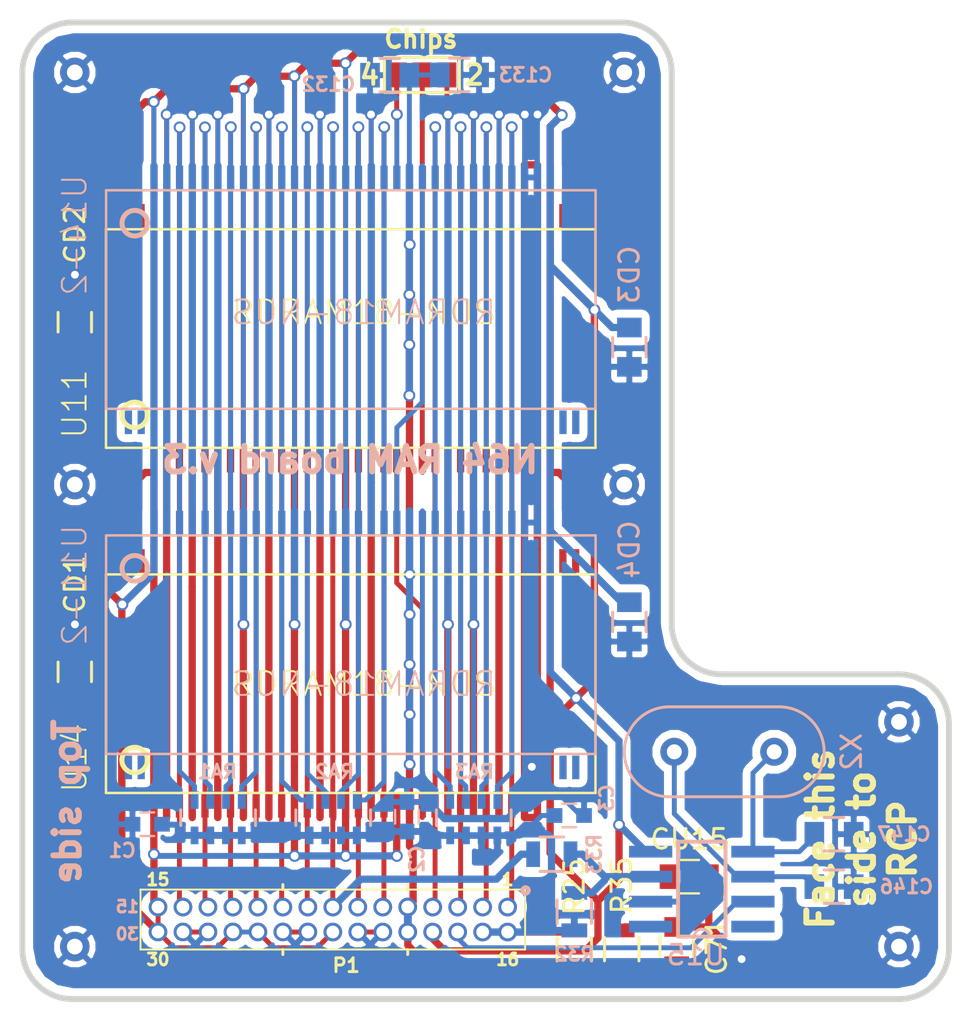
<source format=kicad_pcb>
(kicad_pcb (version 4) (host pcbnew 4.0.6)

  (general
    (links 209)
    (no_connects 0)
    (area 22.582999 24.105399 70.000001 74.062401)
    (thickness 1.6)
    (drawings 27)
    (tracks 612)
    (zones 0)
    (modules 35)
    (nets 28)
  )

  (page A4)
  (title_block
    (title "N64 RAM board with 2 or 4 chips")
    (date 21/01/2017)
    (rev 2)
  )

  (layers
    (0 F.Cu signal)
    (31 B.Cu signal)
    (32 B.Adhes user hide)
    (33 F.Adhes user hide)
    (34 B.Paste user hide)
    (35 F.Paste user)
    (36 B.SilkS user)
    (37 F.SilkS user)
    (38 B.Mask user hide)
    (39 F.Mask user)
    (40 Dwgs.User user hide)
    (41 Cmts.User user)
    (42 Eco1.User user)
    (43 Eco2.User user)
    (44 Edge.Cuts user)
    (45 Margin user)
    (46 B.CrtYd user hide)
    (47 F.CrtYd user)
    (48 B.Fab user hide)
    (49 F.Fab user hide)
  )

  (setup
    (last_trace_width 0.25)
    (trace_clearance 0.2)
    (zone_clearance 0.508)
    (zone_45_only no)
    (trace_min 0.2)
    (segment_width 0.2)
    (edge_width 0.3)
    (via_size 0.6)
    (via_drill 0.4)
    (via_min_size 0.4)
    (via_min_drill 0.3)
    (uvia_size 0.3)
    (uvia_drill 0.1)
    (uvias_allowed no)
    (uvia_min_size 0.2)
    (uvia_min_drill 0.1)
    (pcb_text_width 0.3)
    (pcb_text_size 1.5 1.5)
    (mod_edge_width 0.15)
    (mod_text_size 1 1)
    (mod_text_width 0.15)
    (pad_size 0.4 0.4)
    (pad_drill 0.4)
    (pad_to_mask_clearance 0.2)
    (aux_axis_origin 22.89 74.387)
    (visible_elements FFFFEF7F)
    (pcbplotparams
      (layerselection 0x00030_80000001)
      (usegerberextensions false)
      (excludeedgelayer true)
      (linewidth 0.100000)
      (plotframeref false)
      (viasonmask false)
      (mode 1)
      (useauxorigin false)
      (hpglpennumber 1)
      (hpglpenspeed 20)
      (hpglpendiameter 15)
      (hpglpenoverlay 2)
      (psnegative false)
      (psa4output false)
      (plotreference true)
      (plotvalue true)
      (plotinvisibletext false)
      (padsonsilk false)
      (subtractmaskfromsilk false)
      (outputformat 1)
      (mirror false)
      (drillshape 1)
      (scaleselection 1)
      (outputdirectory ""))
  )

  (net 0 "")
  (net 1 /VREF)
  (net 2 GND)
  (net 3 "Net-(C146-Pad1)")
  (net 4 "Net-(C147-Pad1)")
  (net 5 VDD)
  (net 6 "Net-(JP1-Pad2)")
  (net 7 /DQ0)
  (net 8 /DQ1)
  (net 9 /DQ2)
  (net 10 /DQ3)
  (net 11 /COMMAND)
  (net 12 /DQ4)
  (net 13 /TXCLK)
  (net 14 /RXCLK)
  (net 15 /DQ5)
  (net 16 /DQ6)
  (net 17 /ADDRESS)
  (net 18 /DQ7)
  (net 19 /DQ8)
  (net 20 /VTERM)
  (net 21 "Net-(R32-Pad1)")
  (net 22 "Net-(U11-Pad20)")
  (net 23 "Net-(U11-2-Pad20)")
  (net 24 "Net-(U15-Pad1)")
  (net 25 "Net-(U15-Pad8)")
  (net 26 "Net-(JP1-Pad1)")
  (net 27 /ENABLE)

  (net_class Default "This is the default net class."
    (clearance 0.2)
    (trace_width 0.25)
    (via_dia 0.6)
    (via_drill 0.4)
    (uvia_dia 0.3)
    (uvia_drill 0.1)
    (add_net /ADDRESS)
    (add_net /COMMAND)
    (add_net /DQ0)
    (add_net /DQ1)
    (add_net /DQ2)
    (add_net /DQ3)
    (add_net /DQ4)
    (add_net /DQ5)
    (add_net /DQ6)
    (add_net /DQ7)
    (add_net /DQ8)
    (add_net /ENABLE)
    (add_net /RXCLK)
    (add_net /TXCLK)
    (add_net /VREF)
    (add_net /VTERM)
    (add_net GND)
    (add_net "Net-(C146-Pad1)")
    (add_net "Net-(C147-Pad1)")
    (add_net "Net-(JP1-Pad1)")
    (add_net "Net-(JP1-Pad2)")
    (add_net "Net-(R32-Pad1)")
    (add_net "Net-(U11-2-Pad20)")
    (add_net "Net-(U11-Pad20)")
    (add_net "Net-(U15-Pad1)")
    (add_net "Net-(U15-Pad8)")
    (add_net VDD)
  )

  (module Capacitors_SMD:C_0805 (layer F.Cu) (tedit 5415D6EA) (tstamp 588E77A4)
    (at 56.642 67.691)
    (descr "Capacitor SMD 0805, reflow soldering, AVX (see smccp.pdf)")
    (tags "capacitor 0805")
    (path /58810FEC)
    (attr smd)
    (fp_text reference CU15 (at 0 -1.905 180) (layer F.SilkS)
      (effects (font (size 1 1) (thickness 0.15)))
    )
    (fp_text value 10uF (at 0 2.1) (layer F.Fab)
      (effects (font (size 1 1) (thickness 0.15)))
    )
    (fp_line (start -1 0.625) (end -1 -0.625) (layer F.Fab) (width 0.1))
    (fp_line (start 1 0.625) (end -1 0.625) (layer F.Fab) (width 0.1))
    (fp_line (start 1 -0.625) (end 1 0.625) (layer F.Fab) (width 0.1))
    (fp_line (start -1 -0.625) (end 1 -0.625) (layer F.Fab) (width 0.1))
    (fp_line (start -1.8 -1) (end 1.8 -1) (layer F.CrtYd) (width 0.05))
    (fp_line (start -1.8 1) (end 1.8 1) (layer F.CrtYd) (width 0.05))
    (fp_line (start -1.8 -1) (end -1.8 1) (layer F.CrtYd) (width 0.05))
    (fp_line (start 1.8 -1) (end 1.8 1) (layer F.CrtYd) (width 0.05))
    (fp_line (start 0.5 -0.85) (end -0.5 -0.85) (layer F.SilkS) (width 0.12))
    (fp_line (start -0.5 0.85) (end 0.5 0.85) (layer F.SilkS) (width 0.12))
    (pad 1 smd rect (at -1 0) (size 1 1.25) (layers F.Cu F.Paste F.Mask)
      (net 5 VDD))
    (pad 2 smd rect (at 1 0) (size 1 1.25) (layers F.Cu F.Paste F.Mask)
      (net 2 GND))
    (model ${KIPRJMOD}/../packages3d/C_0805.wrl
      (at (xyz 0 0 0))
      (scale (xyz 1 1 1))
      (rotate (xyz 0 0 0))
    )
  )

  (module Capacitors_SMD:C_0805 (layer B.Cu) (tedit 58979E00) (tstamp 586DBDE8)
    (at 44.958 26.9224)
    (descr "Capacitor SMD 0805, reflow soldering, AVX (see smccp.pdf)")
    (tags "capacitor 0805")
    (path /586C8398)
    (attr smd)
    (fp_text reference C133 (at 3.3655 0.0016 180) (layer B.SilkS)
      (effects (font (size 0.7 0.7) (thickness 0.15)) (justify mirror))
    )
    (fp_text value C (at 0 -2.1) (layer B.Fab)
      (effects (font (size 1 1) (thickness 0.15)) (justify mirror))
    )
    (fp_line (start -1 -0.625) (end -1 0.625) (layer B.Fab) (width 0.15))
    (fp_line (start 1 -0.625) (end -1 -0.625) (layer B.Fab) (width 0.15))
    (fp_line (start 1 0.625) (end 1 -0.625) (layer B.Fab) (width 0.15))
    (fp_line (start -1 0.625) (end 1 0.625) (layer B.Fab) (width 0.15))
    (fp_line (start -1.8 1) (end 1.8 1) (layer B.CrtYd) (width 0.05))
    (fp_line (start -1.8 -1) (end 1.8 -1) (layer B.CrtYd) (width 0.05))
    (fp_line (start -1.8 1) (end -1.8 -1) (layer B.CrtYd) (width 0.05))
    (fp_line (start 1.8 1) (end 1.8 -1) (layer B.CrtYd) (width 0.05))
    (fp_line (start 0.5 0.85) (end -0.5 0.85) (layer B.SilkS) (width 0.15))
    (fp_line (start -0.5 -0.85) (end 0.5 -0.85) (layer B.SilkS) (width 0.15))
    (pad 1 smd rect (at -1 0) (size 1 1.25) (layers B.Cu B.Paste B.Mask)
      (net 1 /VREF))
    (pad 2 smd rect (at 1 0) (size 1 1.25) (layers B.Cu B.Paste B.Mask)
      (net 2 GND))
    (model ${KIPRJMOD}/../packages3d/C_0805.wrl
      (at (xyz 0 0 0))
      (scale (xyz 1 1 1))
      (rotate (xyz 0 0 0))
    )
  )

  (module Capacitors_SMD:C_0805 (layer B.Cu) (tedit 58979E06) (tstamp 586DBDE3)
    (at 41.41297 26.937 180)
    (descr "Capacitor SMD 0805, reflow soldering, AVX (see smccp.pdf)")
    (tags "capacitor 0805")
    (path /586C836C)
    (attr smd)
    (fp_text reference C132 (at 3.11297 -0.463 360) (layer B.SilkS)
      (effects (font (size 0.7 0.7) (thickness 0.15)) (justify mirror))
    )
    (fp_text value C (at 0 -2.1 180) (layer B.Fab)
      (effects (font (size 1 1) (thickness 0.15)) (justify mirror))
    )
    (fp_line (start -1 -0.625) (end -1 0.625) (layer B.Fab) (width 0.15))
    (fp_line (start 1 -0.625) (end -1 -0.625) (layer B.Fab) (width 0.15))
    (fp_line (start 1 0.625) (end 1 -0.625) (layer B.Fab) (width 0.15))
    (fp_line (start -1 0.625) (end 1 0.625) (layer B.Fab) (width 0.15))
    (fp_line (start -1.8 1) (end 1.8 1) (layer B.CrtYd) (width 0.05))
    (fp_line (start -1.8 -1) (end 1.8 -1) (layer B.CrtYd) (width 0.05))
    (fp_line (start -1.8 1) (end -1.8 -1) (layer B.CrtYd) (width 0.05))
    (fp_line (start 1.8 1) (end 1.8 -1) (layer B.CrtYd) (width 0.05))
    (fp_line (start 0.5 0.85) (end -0.5 0.85) (layer B.SilkS) (width 0.15))
    (fp_line (start -0.5 -0.85) (end 0.5 -0.85) (layer B.SilkS) (width 0.15))
    (pad 1 smd rect (at -1 0 180) (size 1 1.25) (layers B.Cu B.Paste B.Mask)
      (net 1 /VREF))
    (pad 2 smd rect (at 1 0 180) (size 1 1.25) (layers B.Cu B.Paste B.Mask)
      (net 2 GND))
    (model ${KIPRJMOD}/../packages3d/C_0805.wrl
      (at (xyz 0 0 0))
      (scale (xyz 1 1 1))
      (rotate (xyz 0 0 0))
    )
  )

  (module Mounting_Holes:MountingHole_2.2mm_M2_DIN965_Pad (layer F.Cu) (tedit 586EEF84) (tstamp 58827759)
    (at 67.31 71.2454)
    (descr "Mounting Hole 2.2mm, M2, DIN965")
    (tags "mounting hole 2.2mm m2 din965")
    (zone_connect 1)
    (fp_text reference REF** (at 0 -2.9) (layer F.SilkS) hide
      (effects (font (size 1 1) (thickness 0.15)))
    )
    (fp_text value MountingHole_2.2mm_M2_DIN965_Pad (at 0 2.9) (layer F.Fab)
      (effects (font (size 1 1) (thickness 0.15)))
    )
    (fp_circle (center 0 0) (end 1.9 0) (layer Cmts.User) (width 0.15))
    (fp_circle (center 0 0) (end 2.15 0) (layer F.CrtYd) (width 0.05))
    (pad 1 thru_hole circle (at 0 0) (size 1.5 1.5) (drill 0.8) (layers *.Cu *.Mask)
      (net 2 GND) (zone_connect 1))
  )

  (module Mounting_Holes:MountingHole_2.2mm_M2_DIN965_Pad (layer F.Cu) (tedit 586EEF84) (tstamp 58827753)
    (at 67.31 59.8154)
    (descr "Mounting Hole 2.2mm, M2, DIN965")
    (tags "mounting hole 2.2mm m2 din965")
    (zone_connect 1)
    (fp_text reference REF** (at 0 -2.9) (layer F.SilkS) hide
      (effects (font (size 1 1) (thickness 0.15)))
    )
    (fp_text value MountingHole_2.2mm_M2_DIN965_Pad (at 0 2.9) (layer F.Fab)
      (effects (font (size 1 1) (thickness 0.15)))
    )
    (fp_circle (center 0 0) (end 1.9 0) (layer Cmts.User) (width 0.15))
    (fp_circle (center 0 0) (end 2.15 0) (layer F.CrtYd) (width 0.05))
    (pad 1 thru_hole circle (at 0 0) (size 1.5 1.5) (drill 0.8) (layers *.Cu *.Mask)
      (net 2 GND) (zone_connect 1))
  )

  (module Mounting_Holes:MountingHole_2.2mm_M2_DIN965_Pad (layer F.Cu) (tedit 586EEF84) (tstamp 58827359)
    (at 25.4 26.7954)
    (descr "Mounting Hole 2.2mm, M2, DIN965")
    (tags "mounting hole 2.2mm m2 din965")
    (zone_connect 1)
    (fp_text reference REF** (at 0 -2.9) (layer F.SilkS) hide
      (effects (font (size 1 1) (thickness 0.15)))
    )
    (fp_text value MountingHole_2.2mm_M2_DIN965_Pad (at 0 2.9) (layer F.Fab)
      (effects (font (size 1 1) (thickness 0.15)))
    )
    (fp_circle (center 0 0) (end 1.9 0) (layer Cmts.User) (width 0.15))
    (fp_circle (center 0 0) (end 2.15 0) (layer F.CrtYd) (width 0.05))
    (pad 1 thru_hole circle (at 0 0) (size 1.5 1.5) (drill 0.8) (layers *.Cu *.Mask)
      (net 2 GND) (zone_connect 1))
  )

  (module n64:Crystal_HC-49V (layer B.Cu) (tedit 56D4D4E4) (tstamp 589ABC4E)
    (at 60.966 61.341 180)
    (descr "Quartz boitier HC-49 Vertical")
    (tags "QUARTZ DEV")
    (path /587191B9)
    (fp_text reference X2 (at -3.931 0 270) (layer B.SilkS)
      (effects (font (size 1 1) (thickness 0.15)) (justify mirror))
    )
    (fp_text value 14.705MHz (at 0 -3.175 180) (layer B.Fab)
      (effects (font (size 1 1) (thickness 0.15)) (justify mirror))
    )
    (fp_line (start 5.35 -2.8) (end -0.25 -2.8) (layer B.CrtYd) (width 0.05))
    (fp_line (start -0.25 2.8) (end 5.35 2.8) (layer B.CrtYd) (width 0.05))
    (fp_arc (start -0.25 0) (end -0.25 -2.8) (angle -180) (layer B.CrtYd) (width 0.05))
    (fp_arc (start 5.35 0) (end 5.35 2.8) (angle -180) (layer B.CrtYd) (width 0.05))
    (fp_arc (start 5.334 0) (end 5.334 2.286) (angle -180) (layer B.SilkS) (width 0.15))
    (fp_arc (start -0.254 0) (end -0.254 -2.286) (angle -180) (layer B.SilkS) (width 0.15))
    (fp_line (start -0.254 -2.286) (end 5.334 -2.286) (layer B.SilkS) (width 0.15))
    (fp_line (start -0.254 2.286) (end 5.334 2.286) (layer B.SilkS) (width 0.15))
    (pad 1 thru_hole circle (at 0 0 180) (size 1.4224 1.4224) (drill 0.762) (layers *.Cu *.Mask)
      (net 4 "Net-(C147-Pad1)"))
    (pad 2 thru_hole circle (at 5.08 0 180) (size 1.4224 1.4224) (drill 0.762) (layers *.Cu *.Mask)
      (net 3 "Net-(C146-Pad1)"))
    (model ${KIPRJMOD}/../packages3d/HC-49V.wrl
      (at (xyz 0.1 0 0))
      (scale (xyz 1 1 0.2))
      (rotate (xyz 0 0 0))
    )
  )

  (module n64:so-08 (layer B.Cu) (tedit 588276D6) (tstamp 586D82CE)
    (at 57.283 68.3244 90)
    (path /586C9A7F)
    (fp_text reference U15 (at -3.937 1.27 180) (layer B.SilkS)
      (effects (font (size 1 1) (thickness 0.15)) (justify left bottom mirror))
    )
    (fp_text value MX8330 (at 2.794 0.508 90) (layer B.SilkS) hide
      (effects (font (size 1 1) (thickness 0.15)) (justify left bottom mirror))
    )
    (fp_arc (start -2.413 0) (end -2.413 0.381) (angle -180) (layer B.SilkS) (width 0.15))
    (fp_line (start 2.413 1.2065) (end 2.413 -1.2065) (layer B.SilkS) (width 0.2032))
    (fp_line (start -2.413 -1.2065) (end -2.413 1.2065) (layer B.SilkS) (width 0.2032))
    (fp_line (start -2.413 1.2065) (end 2.413 1.2065) (layer B.SilkS) (width 0.2032))
    (fp_line (start 2.413 -1.2065) (end -2.413 -1.2065) (layer B.SilkS) (width 0.2032))
    (fp_poly (pts (xy -2.1501 -3.1001) (xy -1.6599 -3.1001) (xy -1.6599 -2) (xy -2.1501 -2)) (layer Dwgs.User) (width 0))
    (fp_poly (pts (xy -0.8801 -3.1001) (xy -0.3899 -3.1001) (xy -0.3899 -2) (xy -0.8801 -2)) (layer Dwgs.User) (width 0))
    (fp_poly (pts (xy 0.3899 -3.1001) (xy 0.8801 -3.1001) (xy 0.8801 -2) (xy 0.3899 -2)) (layer Dwgs.User) (width 0))
    (fp_poly (pts (xy 1.6599 -3.1001) (xy 2.1501 -3.1001) (xy 2.1501 -2) (xy 1.6599 -2)) (layer Dwgs.User) (width 0))
    (fp_poly (pts (xy 1.6599 2) (xy 2.1501 2) (xy 2.1501 3.1001) (xy 1.6599 3.1001)) (layer Dwgs.User) (width 0))
    (fp_poly (pts (xy 0.3899 2) (xy 0.8801 2) (xy 0.8801 3.1001) (xy 0.3899 3.1001)) (layer Dwgs.User) (width 0))
    (fp_poly (pts (xy -0.8801 2) (xy -0.3899 2) (xy -0.3899 3.1001) (xy -0.8801 3.1001)) (layer Dwgs.User) (width 0))
    (fp_poly (pts (xy -2.1501 2) (xy -1.6599 2) (xy -1.6599 3.1001) (xy -2.1501 3.1001)) (layer Dwgs.User) (width 0))
    (pad 1 smd rect (at -1.905063 -2.600063 90) (size 0.6 2.2) (layers B.Cu B.Paste B.Mask)
      (net 24 "Net-(U15-Pad1)"))
    (pad 2 smd rect (at -0.635063 -2.600063 90) (size 0.6 2.2) (layers B.Cu B.Paste B.Mask)
      (net 2 GND))
    (pad 3 smd rect (at 0.634938 -2.600063 90) (size 0.6 2.2) (layers B.Cu B.Paste B.Mask)
      (net 21 "Net-(R32-Pad1)"))
    (pad 4 smd rect (at 1.904938 -2.600063 90) (size 0.6 2.2) (layers B.Cu B.Paste B.Mask)
      (net 5 VDD))
    (pad 5 smd rect (at 1.904938 2.599938 90) (size 0.6 2.2) (layers B.Cu B.Paste B.Mask)
      (net 4 "Net-(C147-Pad1)"))
    (pad 6 smd rect (at 0.634938 2.599938 90) (size 0.6 2.2) (layers B.Cu B.Paste B.Mask)
      (net 3 "Net-(C146-Pad1)"))
    (pad 7 smd rect (at -0.635063 2.599938 90) (size 0.6 2.2) (layers B.Cu B.Paste B.Mask)
      (net 27 /ENABLE))
    (pad 8 smd rect (at -1.905063 2.599938 90) (size 0.6 2.2) (layers B.Cu B.Paste B.Mask)
      (net 25 "Net-(U15-Pad8)"))
    (model ${KIPRJMOD}/../packages3d/so-8.wrl
      (at (xyz 0 0 0))
      (scale (xyz 1 1 1))
      (rotate (xyz 0 0 0))
    )
  )

  (module Capacitors_SMD:C_0805 (layer B.Cu) (tedit 5415D6EA) (tstamp 586DBE01)
    (at 53.6 40.7654 270)
    (descr "Capacitor SMD 0805, reflow soldering, AVX (see smccp.pdf)")
    (tags "capacitor 0805")
    (path /587212A9)
    (attr smd)
    (fp_text reference CD3 (at -3.683 0 270) (layer B.SilkS)
      (effects (font (size 1 1) (thickness 0.15)) (justify mirror))
    )
    (fp_text value 10uF (at 0 -2.1 270) (layer B.Fab)
      (effects (font (size 1 1) (thickness 0.15)) (justify mirror))
    )
    (fp_line (start -1 -0.625) (end -1 0.625) (layer B.Fab) (width 0.15))
    (fp_line (start 1 -0.625) (end -1 -0.625) (layer B.Fab) (width 0.15))
    (fp_line (start 1 0.625) (end 1 -0.625) (layer B.Fab) (width 0.15))
    (fp_line (start -1 0.625) (end 1 0.625) (layer B.Fab) (width 0.15))
    (fp_line (start -1.8 1) (end 1.8 1) (layer B.CrtYd) (width 0.05))
    (fp_line (start -1.8 -1) (end 1.8 -1) (layer B.CrtYd) (width 0.05))
    (fp_line (start -1.8 1) (end -1.8 -1) (layer B.CrtYd) (width 0.05))
    (fp_line (start 1.8 1) (end 1.8 -1) (layer B.CrtYd) (width 0.05))
    (fp_line (start 0.5 0.85) (end -0.5 0.85) (layer B.SilkS) (width 0.15))
    (fp_line (start -0.5 -0.85) (end 0.5 -0.85) (layer B.SilkS) (width 0.15))
    (pad 1 smd rect (at -1 0 270) (size 1 1.25) (layers B.Cu B.Paste B.Mask)
      (net 5 VDD))
    (pad 2 smd rect (at 1 0 270) (size 1 1.25) (layers B.Cu B.Paste B.Mask)
      (net 2 GND))
    (model ${KIPRJMOD}/../packages3d/C_0805.wrl
      (at (xyz 0 0 0))
      (scale (xyz 1 1 1))
      (rotate (xyz 0 0 0))
    )
  )

  (module Capacitors_SMD:C_0805 (layer F.Cu) (tedit 5415D6EA) (tstamp 586DBDF7)
    (at 25.4 57.2754 90)
    (descr "Capacitor SMD 0805, reflow soldering, AVX (see smccp.pdf)")
    (tags "capacitor 0805")
    (path /58720110)
    (attr smd)
    (fp_text reference CD1 (at 4.445 0 90) (layer F.SilkS)
      (effects (font (size 1 1) (thickness 0.15)))
    )
    (fp_text value 10uF (at 0 2.1 90) (layer F.Fab)
      (effects (font (size 1 1) (thickness 0.15)))
    )
    (fp_line (start -1 0.625) (end -1 -0.625) (layer F.Fab) (width 0.15))
    (fp_line (start 1 0.625) (end -1 0.625) (layer F.Fab) (width 0.15))
    (fp_line (start 1 -0.625) (end 1 0.625) (layer F.Fab) (width 0.15))
    (fp_line (start -1 -0.625) (end 1 -0.625) (layer F.Fab) (width 0.15))
    (fp_line (start -1.8 -1) (end 1.8 -1) (layer F.CrtYd) (width 0.05))
    (fp_line (start -1.8 1) (end 1.8 1) (layer F.CrtYd) (width 0.05))
    (fp_line (start -1.8 -1) (end -1.8 1) (layer F.CrtYd) (width 0.05))
    (fp_line (start 1.8 -1) (end 1.8 1) (layer F.CrtYd) (width 0.05))
    (fp_line (start 0.5 -0.85) (end -0.5 -0.85) (layer F.SilkS) (width 0.15))
    (fp_line (start -0.5 0.85) (end 0.5 0.85) (layer F.SilkS) (width 0.15))
    (pad 1 smd rect (at -1 0 90) (size 1 1.25) (layers F.Cu F.Paste F.Mask)
      (net 5 VDD))
    (pad 2 smd rect (at 1 0 90) (size 1 1.25) (layers F.Cu F.Paste F.Mask)
      (net 2 GND))
    (model ${KIPRJMOD}/../packages3d/C_0805.wrl
      (at (xyz 0 0 0))
      (scale (xyz 1 1 1))
      (rotate (xyz 0 0 0))
    )
  )

  (module Resistors_SMD:R_0805 (layer B.Cu) (tedit 5882AAD0) (tstamp 586DBE1C)
    (at 49.657 66.548)
    (descr "Resistor SMD 0805, reflow soldering, Vishay (see dcrcw.pdf)")
    (tags "resistor 0805")
    (path /58716E63)
    (attr smd)
    (fp_text reference R33 (at 2.159 0 270) (layer B.SilkS)
      (effects (font (size 0.7 0.7) (thickness 0.15)) (justify mirror))
    )
    (fp_text value 33R (at 0 -2.1) (layer B.Fab)
      (effects (font (size 1 1) (thickness 0.15)) (justify mirror))
    )
    (fp_line (start -1 -0.625) (end -1 0.625) (layer B.Fab) (width 0.1))
    (fp_line (start 1 -0.625) (end -1 -0.625) (layer B.Fab) (width 0.1))
    (fp_line (start 1 0.625) (end 1 -0.625) (layer B.Fab) (width 0.1))
    (fp_line (start -1 0.625) (end 1 0.625) (layer B.Fab) (width 0.1))
    (fp_line (start -1.6 1) (end 1.6 1) (layer B.CrtYd) (width 0.05))
    (fp_line (start -1.6 -1) (end 1.6 -1) (layer B.CrtYd) (width 0.05))
    (fp_line (start -1.6 1) (end -1.6 -1) (layer B.CrtYd) (width 0.05))
    (fp_line (start 1.6 1) (end 1.6 -1) (layer B.CrtYd) (width 0.05))
    (fp_line (start 0.6 -0.875) (end -0.6 -0.875) (layer B.SilkS) (width 0.15))
    (fp_line (start -0.6 0.875) (end 0.6 0.875) (layer B.SilkS) (width 0.15))
    (pad 1 smd rect (at -0.95 0) (size 0.7 1.3) (layers B.Cu B.Paste B.Mask)
      (net 13 /TXCLK))
    (pad 2 smd rect (at 0.95 0) (size 0.7 1.3) (layers B.Cu B.Paste B.Mask)
      (net 21 "Net-(R32-Pad1)"))
    (model ${KIPRJMOD}/../packages3d/R_0805.wrl
      (at (xyz 0 0 0))
      (scale (xyz 1 1 1))
      (rotate (xyz 0 0 0))
    )
  )

  (module n64:cay16-510-j4 (layer B.Cu) (tedit 5897540F) (tstamp 586DAB6A)
    (at 32.676 64.6854 90)
    (descr "Thick Film Chip Resistor Array, Wave soldering, Vishay CRA06P (see cra06p.pdf)")
    (tags "resistor array")
    (path /587FC7F7)
    (attr smd)
    (fp_text reference RA1 (at 2.33 -0.031 180) (layer B.SilkS)
      (effects (font (size 0.7 0.7) (thickness 0.15)) (justify mirror))
    )
    (fp_text value 51R (at 0 -3 90) (layer B.SilkS) hide
      (effects (font (size 1 1) (thickness 0.15)) (justify mirror))
    )
    (fp_line (start -0.406448 -1.587278) (end -0.406448 1.612722) (layer Dwgs.User) (width 0.05))
    (fp_line (start 1.293552 -1.687278) (end -1.306448 -1.687278) (layer B.CrtYd) (width 0.05))
    (fp_line (start 1.293552 1.712722) (end -1.306448 1.712722) (layer B.CrtYd) (width 0.05))
    (fp_line (start 1.293552 -1.687278) (end 1.293552 1.712722) (layer B.CrtYd) (width 0.05))
    (fp_line (start -1.306448 -1.687278) (end -1.306448 1.712722) (layer B.CrtYd) (width 0.05))
    (fp_line (start -0.406448 1.912722) (end 0.393552 1.912722) (layer B.SilkS) (width 0.15))
    (fp_line (start -0.406448 -1.887278) (end 0.393552 -1.887278) (layer B.SilkS) (width 0.15))
    (fp_line (start 0.393552 -1.587278) (end 0.393552 1.612722) (layer Dwgs.User) (width 0.05))
    (pad 2 smd rect (at 0.893552 -0.387278 270) (size 0.9 0.4) (layers B.Cu B.Paste B.Mask)
      (net 18 /DQ7))
    (pad 3 smd rect (at 0.893552 0.412722 270) (size 0.9 0.4) (layers B.Cu B.Paste B.Mask)
      (net 17 /ADDRESS))
    (pad 1 smd rect (at 0.893552 -1.187278 270) (size 0.9 0.4) (layers B.Cu B.Paste B.Mask)
      (net 19 /DQ8))
    (pad 4 smd rect (at 0.893552 1.212722 270) (size 0.9 0.4) (layers B.Cu B.Paste B.Mask)
      (net 16 /DQ6))
    (pad 8 smd rect (at -0.906448 -1.187278 270) (size 0.9 0.4) (layers B.Cu B.Paste B.Mask)
      (net 20 /VTERM))
    (pad 7 smd rect (at -0.906448 -0.387278 270) (size 0.9 0.4) (layers B.Cu B.Paste B.Mask)
      (net 20 /VTERM))
    (pad 6 smd rect (at -0.906448 0.412722 270) (size 0.9 0.4) (layers B.Cu B.Paste B.Mask)
      (net 20 /VTERM))
    (pad 5 smd rect (at -0.906448 1.212722 270) (size 0.9 0.4) (layers B.Cu B.Paste B.Mask)
      (net 20 /VTERM))
    (model ${KIPRJMOD}/../packages3d/R_Array_Concave_4x0603.wrl
      (at (xyz 0 0 0))
      (scale (xyz 1 1 1))
      (rotate (xyz 0 0 0))
    )
  )

  (module Mounting_Holes:MountingHole_2.2mm_M2_DIN965_Pad (layer F.Cu) (tedit 58810941) (tstamp 58810912)
    (at 25.4 47.752)
    (descr "Mounting Hole 2.2mm, M2, DIN965")
    (tags "mounting hole 2.2mm m2 din965")
    (zone_connect 1)
    (fp_text reference REF** (at 0 -2.9) (layer F.SilkS) hide
      (effects (font (size 1 1) (thickness 0.15)))
    )
    (fp_text value MountingHole_2.2mm_M2_DIN965_Pad (at 0 2.9) (layer F.Fab)
      (effects (font (size 1 1) (thickness 0.15)))
    )
    (fp_circle (center 0 0) (end 1.9 0) (layer Cmts.User) (width 0.15))
    (fp_circle (center 0 0) (end 2.15 0) (layer F.CrtYd) (width 0.05))
    (pad 1 thru_hole circle (at 0 0) (size 1.5 1.5) (drill 0.8) (layers *.Cu *.Mask)
      (net 2 GND) (zone_connect 1))
  )

  (module Mounting_Holes:MountingHole_2.2mm_M2_DIN965_Pad (layer F.Cu) (tedit 586EEF84) (tstamp 586EF852)
    (at 53.34 26.7954)
    (descr "Mounting Hole 2.2mm, M2, DIN965")
    (tags "mounting hole 2.2mm m2 din965")
    (zone_connect 1)
    (fp_text reference REF** (at 0 -2.9) (layer F.SilkS) hide
      (effects (font (size 1 1) (thickness 0.15)))
    )
    (fp_text value MountingHole_2.2mm_M2_DIN965_Pad (at 0 2.9) (layer F.Fab)
      (effects (font (size 1 1) (thickness 0.15)))
    )
    (fp_circle (center 0 0) (end 1.9 0) (layer Cmts.User) (width 0.15))
    (fp_circle (center 0 0) (end 2.15 0) (layer F.CrtYd) (width 0.05))
    (pad 1 thru_hole circle (at 0 0) (size 1.5 1.5) (drill 0.8) (layers *.Cu *.Mask)
      (net 2 GND) (zone_connect 1))
  )

  (module Mounting_Holes:MountingHole_2.2mm_M2_DIN965_Pad (layer F.Cu) (tedit 586F0786) (tstamp 586EF2EA)
    (at 25.4 71.2454)
    (descr "Mounting Hole 2.2mm, M2, DIN965")
    (tags "mounting hole 2.2mm m2 din965")
    (zone_connect 1)
    (fp_text reference REF** (at 0 -2.9) (layer F.SilkS) hide
      (effects (font (size 1 1) (thickness 0.15)))
    )
    (fp_text value MountingHole_2.2mm_M2_DIN965_Pad (at 0 2.9) (layer F.Fab)
      (effects (font (size 1 1) (thickness 0.15)))
    )
    (fp_circle (center 0 0) (end 1.9 0) (layer Cmts.User) (width 0.15))
    (fp_circle (center 0 0) (end 2.15 0) (layer F.CrtYd) (width 0.05))
    (pad 1 thru_hole circle (at 0 0) (size 1.5 1.5) (drill 0.8) (layers *.Cu *.Mask)
      (net 2 GND) (zone_connect 1))
  )

  (module Mounting_Holes:MountingHole_2.2mm_M2_DIN965_Pad (layer F.Cu) (tedit 586EEF84) (tstamp 586EEFA5)
    (at 53.34 47.752)
    (descr "Mounting Hole 2.2mm, M2, DIN965")
    (tags "mounting hole 2.2mm m2 din965")
    (zone_connect 1)
    (fp_text reference REF** (at 0 -2.9) (layer F.SilkS) hide
      (effects (font (size 1 1) (thickness 0.15)))
    )
    (fp_text value MountingHole_2.2mm_M2_DIN965_Pad (at 0 2.9) (layer F.Fab)
      (effects (font (size 1 1) (thickness 0.15)))
    )
    (fp_circle (center 0 0) (end 1.9 0) (layer Cmts.User) (width 0.15))
    (fp_circle (center 0 0) (end 2.15 0) (layer F.CrtYd) (width 0.05))
    (pad 1 thru_hole circle (at 0 0) (size 1.5 1.5) (drill 0.8) (layers *.Cu *.Mask)
      (net 2 GND) (zone_connect 1))
  )

  (module Connectors:GS3 (layer F.Cu) (tedit 586ED0CA) (tstamp 586D9ABA)
    (at 43.053 26.9224 90)
    (descr "Pontet Goute de soudure")
    (path /5871C99A)
    (attr virtual)
    (fp_text reference JP1 (at 0 -3.81 180) (layer F.SilkS) hide
      (effects (font (size 1 1) (thickness 0.15)))
    )
    (fp_text value "2/4MB RAM" (at 0 3.81 180) (layer F.SilkS) hide
      (effects (font (size 1 1) (thickness 0.15)))
    )
    (fp_line (start -0.889 -1.905) (end -0.889 1.905) (layer F.SilkS) (width 0.15))
    (fp_line (start -0.889 1.905) (end 0.889 1.905) (layer F.SilkS) (width 0.15))
    (fp_line (start 0.889 1.905) (end 0.889 -1.905) (layer F.SilkS) (width 0.15))
    (fp_line (start -0.889 -1.905) (end 0.889 -1.905) (layer F.SilkS) (width 0.15))
    (pad 1 smd rect (at 0 -1.27 90) (size 1.27 0.9652) (layers F.Cu F.Paste F.Mask)
      (net 26 "Net-(JP1-Pad1)"))
    (pad 2 smd rect (at 0 0 90) (size 1.27 0.9652) (layers F.Cu F.Paste F.Mask)
      (net 6 "Net-(JP1-Pad2)"))
    (pad 3 smd rect (at 0 1.27 90) (size 1.27 0.9652) (layers F.Cu F.Paste F.Mask)
      (net 2 GND))
  )

  (module Capacitors_SMD:C_0805 (layer F.Cu) (tedit 5415D6EA) (tstamp 586DBDDE)
    (at 56.007 71.247 90)
    (descr "Capacitor SMD 0805, reflow soldering, AVX (see smccp.pdf)")
    (tags "capacitor 0805")
    (path /586C8010)
    (attr smd)
    (fp_text reference C71 (at 0 2.032 90) (layer F.SilkS)
      (effects (font (size 1 1) (thickness 0.15)))
    )
    (fp_text value C (at 0 2.1 90) (layer F.Fab)
      (effects (font (size 1 1) (thickness 0.15)))
    )
    (fp_line (start -1 0.625) (end -1 -0.625) (layer F.Fab) (width 0.15))
    (fp_line (start 1 0.625) (end -1 0.625) (layer F.Fab) (width 0.15))
    (fp_line (start 1 -0.625) (end 1 0.625) (layer F.Fab) (width 0.15))
    (fp_line (start -1 -0.625) (end 1 -0.625) (layer F.Fab) (width 0.15))
    (fp_line (start -1.8 -1) (end 1.8 -1) (layer F.CrtYd) (width 0.05))
    (fp_line (start -1.8 1) (end 1.8 1) (layer F.CrtYd) (width 0.05))
    (fp_line (start -1.8 -1) (end -1.8 1) (layer F.CrtYd) (width 0.05))
    (fp_line (start 1.8 -1) (end 1.8 1) (layer F.CrtYd) (width 0.05))
    (fp_line (start 0.5 -0.85) (end -0.5 -0.85) (layer F.SilkS) (width 0.15))
    (fp_line (start -0.5 0.85) (end 0.5 0.85) (layer F.SilkS) (width 0.15))
    (pad 1 smd rect (at -1 0 90) (size 1 1.25) (layers F.Cu F.Paste F.Mask)
      (net 1 /VREF))
    (pad 2 smd rect (at 1 0 90) (size 1 1.25) (layers F.Cu F.Paste F.Mask)
      (net 2 GND))
    (model ${KIPRJMOD}/../packages3d/C_0805.wrl
      (at (xyz 0 0 0))
      (scale (xyz 1 1 1))
      (rotate (xyz 0 0 0))
    )
  )

  (module Capacitors_SMD:C_0805 (layer B.Cu) (tedit 589758D8) (tstamp 586DBDED)
    (at 64.008 68.199)
    (descr "Capacitor SMD 0805, reflow soldering, AVX (see smccp.pdf)")
    (tags "capacitor 0805")
    (path /58719C17)
    (attr smd)
    (fp_text reference C146 (at 3.683 0) (layer B.SilkS)
      (effects (font (size 0.7 0.7) (thickness 0.15)) (justify mirror))
    )
    (fp_text value 40pF (at 0 -2.1) (layer B.Fab)
      (effects (font (size 1 1) (thickness 0.15)) (justify mirror))
    )
    (fp_line (start -1 -0.625) (end -1 0.625) (layer B.Fab) (width 0.15))
    (fp_line (start 1 -0.625) (end -1 -0.625) (layer B.Fab) (width 0.15))
    (fp_line (start 1 0.625) (end 1 -0.625) (layer B.Fab) (width 0.15))
    (fp_line (start -1 0.625) (end 1 0.625) (layer B.Fab) (width 0.15))
    (fp_line (start -1.8 1) (end 1.8 1) (layer B.CrtYd) (width 0.05))
    (fp_line (start -1.8 -1) (end 1.8 -1) (layer B.CrtYd) (width 0.05))
    (fp_line (start -1.8 1) (end -1.8 -1) (layer B.CrtYd) (width 0.05))
    (fp_line (start 1.8 1) (end 1.8 -1) (layer B.CrtYd) (width 0.05))
    (fp_line (start 0.5 0.85) (end -0.5 0.85) (layer B.SilkS) (width 0.15))
    (fp_line (start -0.5 -0.85) (end 0.5 -0.85) (layer B.SilkS) (width 0.15))
    (pad 1 smd rect (at -1 0) (size 1 1.25) (layers B.Cu B.Paste B.Mask)
      (net 3 "Net-(C146-Pad1)"))
    (pad 2 smd rect (at 1 0) (size 1 1.25) (layers B.Cu B.Paste B.Mask)
      (net 2 GND))
    (model ${KIPRJMOD}/../packages3d/C_0805.wrl
      (at (xyz 0 0 0))
      (scale (xyz 1 1 1))
      (rotate (xyz 0 0 0))
    )
  )

  (module Capacitors_SMD:C_0805 (layer B.Cu) (tedit 589758D2) (tstamp 586DBDF2)
    (at 64.008 65.532)
    (descr "Capacitor SMD 0805, reflow soldering, AVX (see smccp.pdf)")
    (tags "capacitor 0805")
    (path /58719BAA)
    (attr smd)
    (fp_text reference C147 (at 3.556 0) (layer B.SilkS)
      (effects (font (size 0.7 0.7) (thickness 0.15)) (justify mirror))
    )
    (fp_text value 40pF (at 0 -2.1) (layer B.Fab)
      (effects (font (size 1 1) (thickness 0.15)) (justify mirror))
    )
    (fp_line (start -1 -0.625) (end -1 0.625) (layer B.Fab) (width 0.15))
    (fp_line (start 1 -0.625) (end -1 -0.625) (layer B.Fab) (width 0.15))
    (fp_line (start 1 0.625) (end 1 -0.625) (layer B.Fab) (width 0.15))
    (fp_line (start -1 0.625) (end 1 0.625) (layer B.Fab) (width 0.15))
    (fp_line (start -1.8 1) (end 1.8 1) (layer B.CrtYd) (width 0.05))
    (fp_line (start -1.8 -1) (end 1.8 -1) (layer B.CrtYd) (width 0.05))
    (fp_line (start -1.8 1) (end -1.8 -1) (layer B.CrtYd) (width 0.05))
    (fp_line (start 1.8 1) (end 1.8 -1) (layer B.CrtYd) (width 0.05))
    (fp_line (start 0.5 0.85) (end -0.5 0.85) (layer B.SilkS) (width 0.15))
    (fp_line (start -0.5 -0.85) (end 0.5 -0.85) (layer B.SilkS) (width 0.15))
    (pad 1 smd rect (at -1 0) (size 1 1.25) (layers B.Cu B.Paste B.Mask)
      (net 4 "Net-(C147-Pad1)"))
    (pad 2 smd rect (at 1 0) (size 1 1.25) (layers B.Cu B.Paste B.Mask)
      (net 2 GND))
    (model ${KIPRJMOD}/../packages3d/C_0805.wrl
      (at (xyz 0 0 0))
      (scale (xyz 1 1 1))
      (rotate (xyz 0 0 0))
    )
  )

  (module Capacitors_SMD:C_0805 (layer F.Cu) (tedit 5415D6EA) (tstamp 586DBDFC)
    (at 25.4 39.4954 90)
    (descr "Capacitor SMD 0805, reflow soldering, AVX (see smccp.pdf)")
    (tags "capacitor 0805")
    (path /58720BA6)
    (attr smd)
    (fp_text reference CD2 (at 4.445 0 90) (layer F.SilkS)
      (effects (font (size 1 1) (thickness 0.15)))
    )
    (fp_text value 10uF (at 0 2.1 90) (layer F.Fab)
      (effects (font (size 1 1) (thickness 0.15)))
    )
    (fp_line (start -1 0.625) (end -1 -0.625) (layer F.Fab) (width 0.15))
    (fp_line (start 1 0.625) (end -1 0.625) (layer F.Fab) (width 0.15))
    (fp_line (start 1 -0.625) (end 1 0.625) (layer F.Fab) (width 0.15))
    (fp_line (start -1 -0.625) (end 1 -0.625) (layer F.Fab) (width 0.15))
    (fp_line (start -1.8 -1) (end 1.8 -1) (layer F.CrtYd) (width 0.05))
    (fp_line (start -1.8 1) (end 1.8 1) (layer F.CrtYd) (width 0.05))
    (fp_line (start -1.8 -1) (end -1.8 1) (layer F.CrtYd) (width 0.05))
    (fp_line (start 1.8 -1) (end 1.8 1) (layer F.CrtYd) (width 0.05))
    (fp_line (start 0.5 -0.85) (end -0.5 -0.85) (layer F.SilkS) (width 0.15))
    (fp_line (start -0.5 0.85) (end 0.5 0.85) (layer F.SilkS) (width 0.15))
    (pad 1 smd rect (at -1 0 90) (size 1 1.25) (layers F.Cu F.Paste F.Mask)
      (net 5 VDD))
    (pad 2 smd rect (at 1 0 90) (size 1 1.25) (layers F.Cu F.Paste F.Mask)
      (net 2 GND))
    (model ${KIPRJMOD}/../packages3d/C_0805.wrl
      (at (xyz 0 0 0))
      (scale (xyz 1 1 1))
      (rotate (xyz 0 0 0))
    )
  )

  (module Capacitors_SMD:C_0805 (layer B.Cu) (tedit 5415D6EA) (tstamp 586DBE06)
    (at 53.6 54.7354 270)
    (descr "Capacitor SMD 0805, reflow soldering, AVX (see smccp.pdf)")
    (tags "capacitor 0805")
    (path /5872171C)
    (attr smd)
    (fp_text reference CD4 (at -3.683 0 270) (layer B.SilkS)
      (effects (font (size 1 1) (thickness 0.15)) (justify mirror))
    )
    (fp_text value 10uF (at 0 -2.1 270) (layer B.Fab)
      (effects (font (size 1 1) (thickness 0.15)) (justify mirror))
    )
    (fp_line (start -1 -0.625) (end -1 0.625) (layer B.Fab) (width 0.15))
    (fp_line (start 1 -0.625) (end -1 -0.625) (layer B.Fab) (width 0.15))
    (fp_line (start 1 0.625) (end 1 -0.625) (layer B.Fab) (width 0.15))
    (fp_line (start -1 0.625) (end 1 0.625) (layer B.Fab) (width 0.15))
    (fp_line (start -1.8 1) (end 1.8 1) (layer B.CrtYd) (width 0.05))
    (fp_line (start -1.8 -1) (end 1.8 -1) (layer B.CrtYd) (width 0.05))
    (fp_line (start -1.8 1) (end -1.8 -1) (layer B.CrtYd) (width 0.05))
    (fp_line (start 1.8 1) (end 1.8 -1) (layer B.CrtYd) (width 0.05))
    (fp_line (start 0.5 0.85) (end -0.5 0.85) (layer B.SilkS) (width 0.15))
    (fp_line (start -0.5 -0.85) (end 0.5 -0.85) (layer B.SilkS) (width 0.15))
    (pad 1 smd rect (at -1 0 270) (size 1 1.25) (layers B.Cu B.Paste B.Mask)
      (net 5 VDD))
    (pad 2 smd rect (at 1 0 270) (size 1 1.25) (layers B.Cu B.Paste B.Mask)
      (net 2 GND))
    (model ${KIPRJMOD}/../packages3d/C_0805.wrl
      (at (xyz 0 0 0))
      (scale (xyz 1 1 1))
      (rotate (xyz 0 0 0))
    )
  )

  (module Resistors_SMD:R_0805 (layer F.Cu) (tedit 58307B54) (tstamp 586DBE12)
    (at 50.8 71.374 270)
    (descr "Resistor SMD 0805, reflow soldering, Vishay (see dcrcw.pdf)")
    (tags "resistor 0805")
    (path /586C7B76)
    (attr smd)
    (fp_text reference R25 (at -3.175 0 270) (layer F.SilkS)
      (effects (font (size 1 1) (thickness 0.15)))
    )
    (fp_text value 130 (at 0 2.1 270) (layer F.Fab)
      (effects (font (size 1 1) (thickness 0.15)))
    )
    (fp_line (start -1 0.625) (end -1 -0.625) (layer F.Fab) (width 0.1))
    (fp_line (start 1 0.625) (end -1 0.625) (layer F.Fab) (width 0.1))
    (fp_line (start 1 -0.625) (end 1 0.625) (layer F.Fab) (width 0.1))
    (fp_line (start -1 -0.625) (end 1 -0.625) (layer F.Fab) (width 0.1))
    (fp_line (start -1.6 -1) (end 1.6 -1) (layer F.CrtYd) (width 0.05))
    (fp_line (start -1.6 1) (end 1.6 1) (layer F.CrtYd) (width 0.05))
    (fp_line (start -1.6 -1) (end -1.6 1) (layer F.CrtYd) (width 0.05))
    (fp_line (start 1.6 -1) (end 1.6 1) (layer F.CrtYd) (width 0.05))
    (fp_line (start 0.6 0.875) (end -0.6 0.875) (layer F.SilkS) (width 0.15))
    (fp_line (start -0.6 -0.875) (end 0.6 -0.875) (layer F.SilkS) (width 0.15))
    (pad 1 smd rect (at -0.95 0 270) (size 0.7 1.3) (layers F.Cu F.Paste F.Mask)
      (net 20 /VTERM))
    (pad 2 smd rect (at 0.95 0 270) (size 0.7 1.3) (layers F.Cu F.Paste F.Mask)
      (net 1 /VREF))
    (model ${KIPRJMOD}/../packages3d/R_0805.wrl
      (at (xyz 0 0 0))
      (scale (xyz 1 1 1))
      (rotate (xyz 0 0 0))
    )
  )

  (module Resistors_SMD:R_0805 (layer B.Cu) (tedit 589753B2) (tstamp 586DBE17)
    (at 50.8 69.469 270)
    (descr "Resistor SMD 0805, reflow soldering, Vishay (see dcrcw.pdf)")
    (tags "resistor 0805")
    (path /58716E12)
    (attr smd)
    (fp_text reference R32 (at 2.159 0 540) (layer B.SilkS)
      (effects (font (size 0.7 0.7) (thickness 0.15)) (justify mirror))
    )
    (fp_text value 150R (at 0 -2.1 270) (layer B.Fab)
      (effects (font (size 1 1) (thickness 0.15)) (justify mirror))
    )
    (fp_line (start -1 -0.625) (end -1 0.625) (layer B.Fab) (width 0.1))
    (fp_line (start 1 -0.625) (end -1 -0.625) (layer B.Fab) (width 0.1))
    (fp_line (start 1 0.625) (end 1 -0.625) (layer B.Fab) (width 0.1))
    (fp_line (start -1 0.625) (end 1 0.625) (layer B.Fab) (width 0.1))
    (fp_line (start -1.6 1) (end 1.6 1) (layer B.CrtYd) (width 0.05))
    (fp_line (start -1.6 -1) (end 1.6 -1) (layer B.CrtYd) (width 0.05))
    (fp_line (start -1.6 1) (end -1.6 -1) (layer B.CrtYd) (width 0.05))
    (fp_line (start 1.6 1) (end 1.6 -1) (layer B.CrtYd) (width 0.05))
    (fp_line (start 0.6 -0.875) (end -0.6 -0.875) (layer B.SilkS) (width 0.15))
    (fp_line (start -0.6 0.875) (end 0.6 0.875) (layer B.SilkS) (width 0.15))
    (pad 1 smd rect (at -0.95 0 270) (size 0.7 1.3) (layers B.Cu B.Paste B.Mask)
      (net 21 "Net-(R32-Pad1)"))
    (pad 2 smd rect (at 0.95 0 270) (size 0.7 1.3) (layers B.Cu B.Paste B.Mask)
      (net 20 /VTERM))
    (model ${KIPRJMOD}/../packages3d/R_0805.wrl
      (at (xyz 0 0 0))
      (scale (xyz 1 1 1))
      (rotate (xyz 0 0 0))
    )
  )

  (module Resistors_SMD:R_0805 (layer F.Cu) (tedit 58307B54) (tstamp 586DBE21)
    (at 53.213 71.374 90)
    (descr "Resistor SMD 0805, reflow soldering, Vishay (see dcrcw.pdf)")
    (tags "resistor 0805")
    (path /586C7BA9)
    (attr smd)
    (fp_text reference R35 (at 3.2385 0 270) (layer F.SilkS)
      (effects (font (size 1 1) (thickness 0.15)))
    )
    (fp_text value 390 (at 0 2.1 90) (layer F.Fab)
      (effects (font (size 1 1) (thickness 0.15)))
    )
    (fp_line (start -1 0.625) (end -1 -0.625) (layer F.Fab) (width 0.1))
    (fp_line (start 1 0.625) (end -1 0.625) (layer F.Fab) (width 0.1))
    (fp_line (start 1 -0.625) (end 1 0.625) (layer F.Fab) (width 0.1))
    (fp_line (start -1 -0.625) (end 1 -0.625) (layer F.Fab) (width 0.1))
    (fp_line (start -1.6 -1) (end 1.6 -1) (layer F.CrtYd) (width 0.05))
    (fp_line (start -1.6 1) (end 1.6 1) (layer F.CrtYd) (width 0.05))
    (fp_line (start -1.6 -1) (end -1.6 1) (layer F.CrtYd) (width 0.05))
    (fp_line (start 1.6 -1) (end 1.6 1) (layer F.CrtYd) (width 0.05))
    (fp_line (start 0.6 0.875) (end -0.6 0.875) (layer F.SilkS) (width 0.15))
    (fp_line (start -0.6 -0.875) (end 0.6 -0.875) (layer F.SilkS) (width 0.15))
    (pad 1 smd rect (at -0.95 0 90) (size 0.7 1.3) (layers F.Cu F.Paste F.Mask)
      (net 1 /VREF))
    (pad 2 smd rect (at 0.95 0 90) (size 0.7 1.3) (layers F.Cu F.Paste F.Mask)
      (net 2 GND))
    (model ${KIPRJMOD}/../packages3d/R_0805.wrl
      (at (xyz 0 0 0))
      (scale (xyz 1 1 1))
      (rotate (xyz 0 0 0))
    )
  )

  (module n64:cay16-510-j4 (layer B.Cu) (tedit 5897540A) (tstamp 586DAB76)
    (at 38.526 64.6854 90)
    (descr "Thick Film Chip Resistor Array, Wave soldering, Vishay CRA06P (see cra06p.pdf)")
    (tags "resistor array")
    (path /587FCBCE)
    (attr smd)
    (fp_text reference RA2 (at 2.33 0.088 180) (layer B.SilkS)
      (effects (font (size 0.7 0.7) (thickness 0.15)) (justify mirror))
    )
    (fp_text value 51R (at 0 -3 90) (layer B.SilkS) hide
      (effects (font (size 1 1) (thickness 0.15)) (justify mirror))
    )
    (fp_line (start -0.406448 -1.587278) (end -0.406448 1.612722) (layer Dwgs.User) (width 0.05))
    (fp_line (start 1.293552 -1.687278) (end -1.306448 -1.687278) (layer B.CrtYd) (width 0.05))
    (fp_line (start 1.293552 1.712722) (end -1.306448 1.712722) (layer B.CrtYd) (width 0.05))
    (fp_line (start 1.293552 -1.687278) (end 1.293552 1.712722) (layer B.CrtYd) (width 0.05))
    (fp_line (start -1.306448 -1.687278) (end -1.306448 1.712722) (layer B.CrtYd) (width 0.05))
    (fp_line (start -0.406448 1.912722) (end 0.393552 1.912722) (layer B.SilkS) (width 0.15))
    (fp_line (start -0.406448 -1.887278) (end 0.393552 -1.887278) (layer B.SilkS) (width 0.15))
    (fp_line (start 0.393552 -1.587278) (end 0.393552 1.612722) (layer Dwgs.User) (width 0.05))
    (pad 2 smd rect (at 0.893552 -0.387278 270) (size 0.9 0.4) (layers B.Cu B.Paste B.Mask)
      (net 14 /RXCLK))
    (pad 3 smd rect (at 0.893552 0.412722 270) (size 0.9 0.4) (layers B.Cu B.Paste B.Mask)
      (net 12 /DQ4))
    (pad 1 smd rect (at 0.893552 -1.187278 270) (size 0.9 0.4) (layers B.Cu B.Paste B.Mask)
      (net 15 /DQ5))
    (pad 4 smd rect (at 0.893552 1.212722 270) (size 0.9 0.4) (layers B.Cu B.Paste B.Mask)
      (net 11 /COMMAND))
    (pad 8 smd rect (at -0.906448 -1.187278 270) (size 0.9 0.4) (layers B.Cu B.Paste B.Mask)
      (net 20 /VTERM))
    (pad 7 smd rect (at -0.906448 -0.387278 270) (size 0.9 0.4) (layers B.Cu B.Paste B.Mask)
      (net 20 /VTERM))
    (pad 6 smd rect (at -0.906448 0.412722 270) (size 0.9 0.4) (layers B.Cu B.Paste B.Mask)
      (net 20 /VTERM))
    (pad 5 smd rect (at -0.906448 1.212722 270) (size 0.9 0.4) (layers B.Cu B.Paste B.Mask)
      (net 20 /VTERM))
    (model ${KIPRJMOD}/../packages3d/R_Array_Concave_4x0603.wrl
      (at (xyz 0 0 0))
      (scale (xyz 1 1 1))
      (rotate (xyz 0 0 0))
    )
  )

  (module n64:cay16-510-j4 (layer B.Cu) (tedit 589753F0) (tstamp 586DAB82)
    (at 45.676 64.6854 90)
    (descr "Thick Film Chip Resistor Array, Wave soldering, Vishay CRA06P (see cra06p.pdf)")
    (tags "resistor array")
    (path /587FCE6C)
    (attr smd)
    (fp_text reference RA3 (at 2.33 0.05 180) (layer B.SilkS)
      (effects (font (size 0.7 0.7) (thickness 0.15)) (justify mirror))
    )
    (fp_text value 51R (at 0 -3 90) (layer B.SilkS) hide
      (effects (font (size 1 1) (thickness 0.15)) (justify mirror))
    )
    (fp_line (start -0.406448 -1.587278) (end -0.406448 1.612722) (layer Dwgs.User) (width 0.05))
    (fp_line (start 1.293552 -1.687278) (end -1.306448 -1.687278) (layer B.CrtYd) (width 0.05))
    (fp_line (start 1.293552 1.712722) (end -1.306448 1.712722) (layer B.CrtYd) (width 0.05))
    (fp_line (start 1.293552 -1.687278) (end 1.293552 1.712722) (layer B.CrtYd) (width 0.05))
    (fp_line (start -1.306448 -1.687278) (end -1.306448 1.712722) (layer B.CrtYd) (width 0.05))
    (fp_line (start -0.406448 1.912722) (end 0.393552 1.912722) (layer B.SilkS) (width 0.15))
    (fp_line (start -0.406448 -1.887278) (end 0.393552 -1.887278) (layer B.SilkS) (width 0.15))
    (fp_line (start 0.393552 -1.587278) (end 0.393552 1.612722) (layer Dwgs.User) (width 0.05))
    (pad 2 smd rect (at 0.893552 -0.387278 270) (size 0.9 0.4) (layers B.Cu B.Paste B.Mask)
      (net 9 /DQ2))
    (pad 3 smd rect (at 0.893552 0.412722 270) (size 0.9 0.4) (layers B.Cu B.Paste B.Mask)
      (net 8 /DQ1))
    (pad 1 smd rect (at 0.893552 -1.187278 270) (size 0.9 0.4) (layers B.Cu B.Paste B.Mask)
      (net 10 /DQ3))
    (pad 4 smd rect (at 0.893552 1.212722 270) (size 0.9 0.4) (layers B.Cu B.Paste B.Mask)
      (net 7 /DQ0))
    (pad 8 smd rect (at -0.906448 -1.187278 270) (size 0.9 0.4) (layers B.Cu B.Paste B.Mask)
      (net 20 /VTERM))
    (pad 7 smd rect (at -0.906448 -0.387278 270) (size 0.9 0.4) (layers B.Cu B.Paste B.Mask)
      (net 20 /VTERM))
    (pad 6 smd rect (at -0.906448 0.412722 270) (size 0.9 0.4) (layers B.Cu B.Paste B.Mask)
      (net 20 /VTERM))
    (pad 5 smd rect (at -0.906448 1.212722 270) (size 0.9 0.4) (layers B.Cu B.Paste B.Mask)
      (net 20 /VTERM))
    (model ${KIPRJMOD}/../packages3d/R_Array_Concave_4x0603.wrl
      (at (xyz 0 0 0))
      (scale (xyz 1 1 1))
      (rotate (xyz 0 0 0))
    )
  )

  (module n64:rambus-shp-32 (layer F.Cu) (tedit 58A9C3FA) (tstamp 586D824A)
    (at 39.495062 41.184337)
    (descr msm5718c50.pdf)
    (path /586C8E76)
    (fp_text reference U11 (at -13.395062 4.315663 90) (layer F.SilkS)
      (effects (font (size 1.2065 1.2065) (thickness 0.1016)) (justify left bottom))
    )
    (fp_text value RDRAM18-NUS (at -6.195062 -1.484337) (layer F.SilkS)
      (effects (font (size 1.2065 1.2065) (thickness 0.1016)) (justify left bottom))
    )
    (fp_text user RAMBUS (at 0 0) (layer F.SilkS) hide
      (effects (font (size 1 1) (thickness 0.15)))
    )
    (fp_circle (center -11.05 3.026) (end -10.4 3.026) (layer F.SilkS) (width 0.254))
    (fp_line (start -12.5095 -6.4135) (end -12.5095 4.699) (layer F.SilkS) (width 0.127))
    (fp_line (start -12.5095 4.699) (end 12.3825 4.699) (layer F.SilkS) (width 0.127))
    (fp_line (start 12.3825 4.699) (end 12.3825 -6.4135) (layer F.SilkS) (width 0.127))
    (fp_line (start 12.3825 -6.4135) (end -12.5095 -6.4135) (layer F.SilkS) (width 0.127))
    (pad 1 smd rect (at -10.075063 5.351063) (size 0.37 1.2) (layers F.Cu F.Paste F.Mask)
      (net 5 VDD))
    (pad 2 smd rect (at -9.425063 5.351063) (size 0.37 1.2) (layers F.Cu F.Paste F.Mask)
      (net 2 GND))
    (pad 3 smd rect (at -8.775063 5.351063) (size 0.37 1.2) (layers F.Cu F.Paste F.Mask)
      (net 19 /DQ8))
    (pad 4 smd rect (at -8.125063 5.351063) (size 0.37 1.2) (layers F.Cu F.Paste F.Mask)
      (net 2 GND))
    (pad 5 smd rect (at -7.475063 5.351063) (size 0.37 1.2) (layers F.Cu F.Paste F.Mask)
      (net 18 /DQ7))
    (pad 6 smd rect (at -6.825063 5.351063) (size 0.37 1.2) (layers F.Cu F.Paste F.Mask)
      (net 2 GND))
    (pad 7 smd rect (at -6.175063 5.351063) (size 0.37 1.2) (layers F.Cu F.Paste F.Mask)
      (net 17 /ADDRESS))
    (pad 8 smd rect (at -5.525063 5.351063) (size 0.37 1.2) (layers F.Cu F.Paste F.Mask)
      (net 5 VDD))
    (pad 9 smd rect (at -4.875063 5.351063) (size 0.37 1.2) (layers F.Cu F.Paste F.Mask)
      (net 16 /DQ6))
    (pad 10 smd rect (at -4.225063 5.351063) (size 0.37 1.2) (layers F.Cu F.Paste F.Mask)
      (net 2 GND))
    (pad 11 smd rect (at -3.575063 5.351063) (size 0.37 1.2) (layers F.Cu F.Paste F.Mask)
      (net 15 /DQ5))
    (pad 12 smd rect (at -2.925063 5.351063) (size 0.37 1.2) (layers F.Cu F.Paste F.Mask)
      (net 5 VDD))
    (pad 13 smd rect (at -2.275063 5.351063) (size 0.37 1.2) (layers F.Cu F.Paste F.Mask)
      (net 14 /RXCLK))
    (pad 14 smd rect (at -1.625063 5.351063) (size 0.37 1.2) (layers F.Cu F.Paste F.Mask)
      (net 2 GND))
    (pad 15 smd rect (at -0.975063 5.351063) (size 0.37 1.2) (layers F.Cu F.Paste F.Mask)
      (net 13 /TXCLK))
    (pad 16 smd rect (at -0.325063 5.351063) (size 0.37 1.2) (layers F.Cu F.Paste F.Mask)
      (net 5 VDD))
    (pad 17 smd rect (at 0.324938 5.351063) (size 0.37 1.2) (layers F.Cu F.Paste F.Mask)
      (net 12 /DQ4))
    (pad 18 smd rect (at 0.974938 5.351063) (size 0.37 1.2) (layers F.Cu F.Paste F.Mask)
      (net 2 GND))
    (pad 19 smd rect (at 1.624938 5.351063) (size 0.37 1.2) (layers F.Cu F.Paste F.Mask)
      (net 11 /COMMAND))
    (pad 20 smd rect (at 2.274938 5.351063) (size 0.37 1.2) (layers F.Cu F.Paste F.Mask)
      (net 22 "Net-(U11-Pad20)"))
    (pad 21 smd rect (at 2.924938 5.351063) (size 0.37 1.2) (layers F.Cu F.Paste F.Mask)
      (net 1 /VREF))
    (pad 22 smd rect (at 3.574938 5.351063) (size 0.37 1.2) (layers F.Cu F.Paste F.Mask)
      (net 6 "Net-(JP1-Pad2)"))
    (pad 23 smd rect (at 4.224938 5.351063) (size 0.37 1.2) (layers F.Cu F.Paste F.Mask)
      (net 10 /DQ3))
    (pad 24 smd rect (at 4.874938 5.351063) (size 0.37 1.2) (layers F.Cu F.Paste F.Mask)
      (net 2 GND))
    (pad 25 smd rect (at 5.524938 5.351063) (size 0.37 1.2) (layers F.Cu F.Paste F.Mask)
      (net 9 /DQ2))
    (pad 26 smd rect (at 6.174938 5.351063) (size 0.37 1.2) (layers F.Cu F.Paste F.Mask)
      (net 2 GND))
    (pad 27 smd rect (at 6.824938 5.351063) (size 0.37 1.2) (layers F.Cu F.Paste F.Mask)
      (net 8 /DQ1))
    (pad 28 smd rect (at 7.474938 5.351063) (size 0.37 1.2) (layers F.Cu F.Paste F.Mask)
      (net 2 GND))
    (pad 29 smd rect (at 8.124938 5.351063) (size 0.37 1.2) (layers F.Cu F.Paste F.Mask)
      (net 7 /DQ0))
    (pad 30 smd rect (at 8.774938 5.351063) (size 0.37 1.2) (layers F.Cu F.Paste F.Mask)
      (net 2 GND))
    (pad 31 smd rect (at 9.424938 5.351063) (size 0.37 1.2) (layers F.Cu F.Paste F.Mask)
      (net 2 GND))
    (pad 32 smd rect (at 10.074938 5.351063) (size 0.37 1.2) (layers F.Cu F.Paste F.Mask)
      (net 5 VDD))
    (pad M1 smd rect (at 11.374938 -7.098938 180) (size 0.37 1.2) (layers F.Cu F.Paste F.Mask))
    (pad M2 smd rect (at 10.724938 -7.098938 180) (size 0.37 1.2) (layers F.Cu F.Paste F.Mask))
    (pad M3 smd rect (at -10.725063 -7.098938 180) (size 0.37 1.2) (layers F.Cu F.Paste F.Mask))
    (pad M4 smd rect (at -11.375063 -7.098938 180) (size 0.37 1.2) (layers F.Cu F.Paste F.Mask))
    (model ${KIPRJMOD}/../packages3d/shp-32.wrl
      (at (xyz 0.49 -0.1825 0))
      (scale (xyz 0.3937 0.3937 0.3937))
      (rotate (xyz 0 0 -90))
    )
  )

  (module n64:rambus-shp-32 (layer F.Cu) (tedit 58A9C43A) (tstamp 586D829A)
    (at 39.495062 58.734338)
    (descr msm5718c50.pdf)
    (path /58618A91)
    (fp_text reference U14 (at -13.395062 4.765662 90) (layer F.SilkS)
      (effects (font (size 1.2065 1.2065) (thickness 0.1016)) (justify left bottom))
    )
    (fp_text value RDRAM18-NUS (at -6.195062 -0.134338) (layer F.SilkS)
      (effects (font (size 1.2065 1.2065) (thickness 0.1016)) (justify left bottom))
    )
    (fp_text user RAMBUS (at 0 0) (layer F.SilkS) hide
      (effects (font (size 1 1) (thickness 0.15)))
    )
    (fp_circle (center -11.05 3.026) (end -10.4 3.026) (layer F.SilkS) (width 0.254))
    (fp_line (start -12.5095 -6.4135) (end -12.5095 4.699) (layer F.SilkS) (width 0.127))
    (fp_line (start -12.5095 4.699) (end 12.3825 4.699) (layer F.SilkS) (width 0.127))
    (fp_line (start 12.3825 4.699) (end 12.3825 -6.4135) (layer F.SilkS) (width 0.127))
    (fp_line (start 12.3825 -6.4135) (end -12.5095 -6.4135) (layer F.SilkS) (width 0.127))
    (pad 1 smd rect (at -10.075063 5.351063) (size 0.37 1.2) (layers F.Cu F.Paste F.Mask)
      (net 5 VDD))
    (pad 2 smd rect (at -9.425063 5.351063) (size 0.37 1.2) (layers F.Cu F.Paste F.Mask)
      (net 2 GND))
    (pad 3 smd rect (at -8.775063 5.351063) (size 0.37 1.2) (layers F.Cu F.Paste F.Mask)
      (net 19 /DQ8))
    (pad 4 smd rect (at -8.125063 5.351063) (size 0.37 1.2) (layers F.Cu F.Paste F.Mask)
      (net 2 GND))
    (pad 5 smd rect (at -7.475063 5.351063) (size 0.37 1.2) (layers F.Cu F.Paste F.Mask)
      (net 18 /DQ7))
    (pad 6 smd rect (at -6.825063 5.351063) (size 0.37 1.2) (layers F.Cu F.Paste F.Mask)
      (net 2 GND))
    (pad 7 smd rect (at -6.175063 5.351063) (size 0.37 1.2) (layers F.Cu F.Paste F.Mask)
      (net 17 /ADDRESS))
    (pad 8 smd rect (at -5.525063 5.351063) (size 0.37 1.2) (layers F.Cu F.Paste F.Mask)
      (net 5 VDD))
    (pad 9 smd rect (at -4.875063 5.351063) (size 0.37 1.2) (layers F.Cu F.Paste F.Mask)
      (net 16 /DQ6))
    (pad 10 smd rect (at -4.225063 5.351063) (size 0.37 1.2) (layers F.Cu F.Paste F.Mask)
      (net 2 GND))
    (pad 11 smd rect (at -3.575063 5.351063) (size 0.37 1.2) (layers F.Cu F.Paste F.Mask)
      (net 15 /DQ5))
    (pad 12 smd rect (at -2.925063 5.351063) (size 0.37 1.2) (layers F.Cu F.Paste F.Mask)
      (net 5 VDD))
    (pad 13 smd rect (at -2.275063 5.351063) (size 0.37 1.2) (layers F.Cu F.Paste F.Mask)
      (net 14 /RXCLK))
    (pad 14 smd rect (at -1.625063 5.351063) (size 0.37 1.2) (layers F.Cu F.Paste F.Mask)
      (net 2 GND))
    (pad 15 smd rect (at -0.975063 5.351063) (size 0.37 1.2) (layers F.Cu F.Paste F.Mask)
      (net 13 /TXCLK))
    (pad 16 smd rect (at -0.325063 5.351063) (size 0.37 1.2) (layers F.Cu F.Paste F.Mask)
      (net 5 VDD))
    (pad 17 smd rect (at 0.324938 5.351063) (size 0.37 1.2) (layers F.Cu F.Paste F.Mask)
      (net 12 /DQ4))
    (pad 18 smd rect (at 0.974938 5.351063) (size 0.37 1.2) (layers F.Cu F.Paste F.Mask)
      (net 2 GND))
    (pad 19 smd rect (at 1.624938 5.351063) (size 0.37 1.2) (layers F.Cu F.Paste F.Mask)
      (net 11 /COMMAND))
    (pad 20 smd rect (at 2.274938 5.351063) (size 0.37 1.2) (layers F.Cu F.Paste F.Mask)
      (net 5 VDD))
    (pad 21 smd rect (at 2.924938 5.351063) (size 0.37 1.2) (layers F.Cu F.Paste F.Mask)
      (net 1 /VREF))
    (pad 22 smd rect (at 3.574938 5.351063) (size 0.37 1.2) (layers F.Cu F.Paste F.Mask)
      (net 22 "Net-(U11-Pad20)"))
    (pad 23 smd rect (at 4.224938 5.351063) (size 0.37 1.2) (layers F.Cu F.Paste F.Mask)
      (net 10 /DQ3))
    (pad 24 smd rect (at 4.874938 5.351063) (size 0.37 1.2) (layers F.Cu F.Paste F.Mask)
      (net 2 GND))
    (pad 25 smd rect (at 5.524938 5.351063) (size 0.37 1.2) (layers F.Cu F.Paste F.Mask)
      (net 9 /DQ2))
    (pad 26 smd rect (at 6.174938 5.351063) (size 0.37 1.2) (layers F.Cu F.Paste F.Mask)
      (net 2 GND))
    (pad 27 smd rect (at 6.824938 5.351063) (size 0.37 1.2) (layers F.Cu F.Paste F.Mask)
      (net 8 /DQ1))
    (pad 28 smd rect (at 7.474938 5.351063) (size 0.37 1.2) (layers F.Cu F.Paste F.Mask)
      (net 2 GND))
    (pad 29 smd rect (at 8.124938 5.351063) (size 0.37 1.2) (layers F.Cu F.Paste F.Mask)
      (net 7 /DQ0))
    (pad 30 smd rect (at 8.774938 5.351063) (size 0.37 1.2) (layers F.Cu F.Paste F.Mask)
      (net 2 GND))
    (pad 31 smd rect (at 9.424938 5.351063) (size 0.37 1.2) (layers F.Cu F.Paste F.Mask)
      (net 2 GND))
    (pad 32 smd rect (at 10.074938 5.351063) (size 0.37 1.2) (layers F.Cu F.Paste F.Mask)
      (net 5 VDD))
    (pad M1 smd rect (at 11.374938 -7.098938 180) (size 0.37 1.2) (layers F.Cu F.Paste F.Mask))
    (pad M2 smd rect (at 10.724938 -7.098938 180) (size 0.37 1.2) (layers F.Cu F.Paste F.Mask))
    (pad M3 smd rect (at -10.725063 -7.098938 180) (size 0.37 1.2) (layers F.Cu F.Paste F.Mask))
    (pad M4 smd rect (at -11.375063 -7.098938 180) (size 0.37 1.2) (layers F.Cu F.Paste F.Mask))
    (model ${KIPRJMOD}/../packages3d/shp-32.wrl
      (at (xyz 0.49 -0.1825 0))
      (scale (xyz 0.3937 0.3937 0.3937))
      (rotate (xyz 0 0 -90))
    )
  )

  (module n64:rambus-shp-32 (layer B.Cu) (tedit 58A9C4F6) (tstamp 586D8272)
    (at 39.501063 55.036463)
    (descr msm5718c50.pdf)
    (path /5871C5E2)
    (fp_text reference U11-2 (at -13.401063 -5.336463 90) (layer B.SilkS)
      (effects (font (size 1.2065 1.2065) (thickness 0.1016)) (justify left bottom mirror))
    )
    (fp_text value RDRAM18-NUS (at 7.398937 3.563537) (layer B.SilkS)
      (effects (font (size 1.2065 1.2065) (thickness 0.1016)) (justify left bottom mirror))
    )
    (fp_text user RAMBUS (at 0 0) (layer B.SilkS) hide
      (effects (font (size 1 1) (thickness 0.15)) (justify mirror))
    )
    (fp_circle (center -11.05 -3.026) (end -10.4 -3.026) (layer B.SilkS) (width 0.254))
    (fp_line (start -12.5095 6.4135) (end -12.5095 -4.699) (layer B.SilkS) (width 0.127))
    (fp_line (start -12.5095 -4.699) (end 12.3825 -4.699) (layer B.SilkS) (width 0.127))
    (fp_line (start 12.3825 -4.699) (end 12.3825 6.4135) (layer B.SilkS) (width 0.127))
    (fp_line (start 12.3825 6.4135) (end -12.5095 6.4135) (layer B.SilkS) (width 0.127))
    (pad 1 smd rect (at -10.075063 -5.351063) (size 0.37 1.2) (layers B.Cu B.Paste B.Mask)
      (net 5 VDD))
    (pad 2 smd rect (at -9.425063 -5.351063) (size 0.37 1.2) (layers B.Cu B.Paste B.Mask)
      (net 2 GND))
    (pad 3 smd rect (at -8.775063 -5.351063) (size 0.37 1.2) (layers B.Cu B.Paste B.Mask)
      (net 19 /DQ8))
    (pad 4 smd rect (at -8.125063 -5.351063) (size 0.37 1.2) (layers B.Cu B.Paste B.Mask)
      (net 2 GND))
    (pad 5 smd rect (at -7.475063 -5.351063) (size 0.37 1.2) (layers B.Cu B.Paste B.Mask)
      (net 18 /DQ7))
    (pad 6 smd rect (at -6.825063 -5.351063) (size 0.37 1.2) (layers B.Cu B.Paste B.Mask)
      (net 2 GND))
    (pad 7 smd rect (at -6.175063 -5.351063) (size 0.37 1.2) (layers B.Cu B.Paste B.Mask)
      (net 17 /ADDRESS))
    (pad 8 smd rect (at -5.525063 -5.351063) (size 0.37 1.2) (layers B.Cu B.Paste B.Mask)
      (net 5 VDD))
    (pad 9 smd rect (at -4.875063 -5.351063) (size 0.37 1.2) (layers B.Cu B.Paste B.Mask)
      (net 16 /DQ6))
    (pad 10 smd rect (at -4.225063 -5.351063) (size 0.37 1.2) (layers B.Cu B.Paste B.Mask)
      (net 2 GND))
    (pad 11 smd rect (at -3.575063 -5.351063) (size 0.37 1.2) (layers B.Cu B.Paste B.Mask)
      (net 15 /DQ5))
    (pad 12 smd rect (at -2.925063 -5.351063) (size 0.37 1.2) (layers B.Cu B.Paste B.Mask)
      (net 5 VDD))
    (pad 13 smd rect (at -2.275063 -5.351063) (size 0.37 1.2) (layers B.Cu B.Paste B.Mask)
      (net 14 /RXCLK))
    (pad 14 smd rect (at -1.625063 -5.351063) (size 0.37 1.2) (layers B.Cu B.Paste B.Mask)
      (net 2 GND))
    (pad 15 smd rect (at -0.975063 -5.351063) (size 0.37 1.2) (layers B.Cu B.Paste B.Mask)
      (net 13 /TXCLK))
    (pad 16 smd rect (at -0.325063 -5.351063) (size 0.37 1.2) (layers B.Cu B.Paste B.Mask)
      (net 5 VDD))
    (pad 17 smd rect (at 0.324938 -5.351063) (size 0.37 1.2) (layers B.Cu B.Paste B.Mask)
      (net 12 /DQ4))
    (pad 18 smd rect (at 0.974938 -5.351063) (size 0.37 1.2) (layers B.Cu B.Paste B.Mask)
      (net 2 GND))
    (pad 19 smd rect (at 1.624938 -5.351063) (size 0.37 1.2) (layers B.Cu B.Paste B.Mask)
      (net 11 /COMMAND))
    (pad 20 smd rect (at 2.274938 -5.351063) (size 0.37 1.2) (layers B.Cu B.Paste B.Mask)
      (net 23 "Net-(U11-2-Pad20)"))
    (pad 21 smd rect (at 2.924938 -5.351063) (size 0.37 1.2) (layers B.Cu B.Paste B.Mask)
      (net 1 /VREF))
    (pad 22 smd rect (at 3.574938 -5.351063) (size 0.37 1.2) (layers B.Cu B.Paste B.Mask)
      (net 2 GND))
    (pad 23 smd rect (at 4.224938 -5.351063) (size 0.37 1.2) (layers B.Cu B.Paste B.Mask)
      (net 10 /DQ3))
    (pad 24 smd rect (at 4.874938 -5.351063) (size 0.37 1.2) (layers B.Cu B.Paste B.Mask)
      (net 2 GND))
    (pad 25 smd rect (at 5.524938 -5.351063) (size 0.37 1.2) (layers B.Cu B.Paste B.Mask)
      (net 9 /DQ2))
    (pad 26 smd rect (at 6.174938 -5.351063) (size 0.37 1.2) (layers B.Cu B.Paste B.Mask)
      (net 2 GND))
    (pad 27 smd rect (at 6.824938 -5.351063) (size 0.37 1.2) (layers B.Cu B.Paste B.Mask)
      (net 8 /DQ1))
    (pad 28 smd rect (at 7.474938 -5.351063) (size 0.37 1.2) (layers B.Cu B.Paste B.Mask)
      (net 2 GND))
    (pad 29 smd rect (at 8.124938 -5.351063) (size 0.37 1.2) (layers B.Cu B.Paste B.Mask)
      (net 7 /DQ0))
    (pad 30 smd rect (at 8.774938 -5.351063) (size 0.37 1.2) (layers B.Cu B.Paste B.Mask)
      (net 2 GND))
    (pad 31 smd rect (at 9.424938 -5.351063) (size 0.37 1.2) (layers B.Cu B.Paste B.Mask)
      (net 2 GND))
    (pad 32 smd rect (at 10.074938 -5.351063) (size 0.37 1.2) (layers B.Cu B.Paste B.Mask)
      (net 5 VDD))
    (pad M1 smd rect (at 11.374938 7.098938 180) (size 0.37 1.2) (layers B.Cu B.Paste B.Mask))
    (pad M2 smd rect (at 10.724938 7.098938 180) (size 0.37 1.2) (layers B.Cu B.Paste B.Mask))
    (pad M3 smd rect (at -10.725063 7.098938 180) (size 0.37 1.2) (layers B.Cu B.Paste B.Mask))
    (pad M4 smd rect (at -11.375063 7.098938 180) (size 0.37 1.2) (layers B.Cu B.Paste B.Mask))
    (model ${KIPRJMOD}/../packages3d/shp-32.wrl
      (at (xyz 0.49 -0.1825 0))
      (scale (xyz 0.3937 0.3937 0.3937))
      (rotate (xyz 0 0 -90))
    )
  )

  (module n64:rambus-shp-32 (layer B.Cu) (tedit 58A9C52C) (tstamp 586D82C2)
    (at 39.501063 37.486463)
    (descr msm5718c50.pdf)
    (path /5871C3BA)
    (fp_text reference U14-2 (at -13.401063 -5.586463 90) (layer B.SilkS)
      (effects (font (size 1.2065 1.2065) (thickness 0.1016)) (justify left bottom mirror))
    )
    (fp_text value RDRAM18-NUS (at 7.398937 2.213537) (layer B.SilkS)
      (effects (font (size 1.2065 1.2065) (thickness 0.1016)) (justify left bottom mirror))
    )
    (fp_text user RAMBUS (at 0 0) (layer B.SilkS) hide
      (effects (font (size 1 1) (thickness 0.15)) (justify mirror))
    )
    (fp_circle (center -11.05 -3.026) (end -10.4 -3.026) (layer B.SilkS) (width 0.254))
    (fp_line (start -12.5095 6.4135) (end -12.5095 -4.699) (layer B.SilkS) (width 0.127))
    (fp_line (start -12.5095 -4.699) (end 12.3825 -4.699) (layer B.SilkS) (width 0.127))
    (fp_line (start 12.3825 -4.699) (end 12.3825 6.4135) (layer B.SilkS) (width 0.127))
    (fp_line (start 12.3825 6.4135) (end -12.5095 6.4135) (layer B.SilkS) (width 0.127))
    (pad 1 smd rect (at -10.075063 -5.351063) (size 0.37 1.2) (layers B.Cu B.Paste B.Mask)
      (net 5 VDD))
    (pad 2 smd rect (at -9.425063 -5.351063) (size 0.37 1.2) (layers B.Cu B.Paste B.Mask)
      (net 2 GND))
    (pad 3 smd rect (at -8.775063 -5.351063) (size 0.37 1.2) (layers B.Cu B.Paste B.Mask)
      (net 19 /DQ8))
    (pad 4 smd rect (at -8.125063 -5.351063) (size 0.37 1.2) (layers B.Cu B.Paste B.Mask)
      (net 2 GND))
    (pad 5 smd rect (at -7.475063 -5.351063) (size 0.37 1.2) (layers B.Cu B.Paste B.Mask)
      (net 18 /DQ7))
    (pad 6 smd rect (at -6.825063 -5.351063) (size 0.37 1.2) (layers B.Cu B.Paste B.Mask)
      (net 2 GND))
    (pad 7 smd rect (at -6.175063 -5.351063) (size 0.37 1.2) (layers B.Cu B.Paste B.Mask)
      (net 17 /ADDRESS))
    (pad 8 smd rect (at -5.525063 -5.351063) (size 0.37 1.2) (layers B.Cu B.Paste B.Mask)
      (net 5 VDD))
    (pad 9 smd rect (at -4.875063 -5.351063) (size 0.37 1.2) (layers B.Cu B.Paste B.Mask)
      (net 16 /DQ6))
    (pad 10 smd rect (at -4.225063 -5.351063) (size 0.37 1.2) (layers B.Cu B.Paste B.Mask)
      (net 2 GND))
    (pad 11 smd rect (at -3.575063 -5.351063) (size 0.37 1.2) (layers B.Cu B.Paste B.Mask)
      (net 15 /DQ5))
    (pad 12 smd rect (at -2.925063 -5.351063) (size 0.37 1.2) (layers B.Cu B.Paste B.Mask)
      (net 5 VDD))
    (pad 13 smd rect (at -2.275063 -5.351063) (size 0.37 1.2) (layers B.Cu B.Paste B.Mask)
      (net 14 /RXCLK))
    (pad 14 smd rect (at -1.625063 -5.351063) (size 0.37 1.2) (layers B.Cu B.Paste B.Mask)
      (net 2 GND))
    (pad 15 smd rect (at -0.975063 -5.351063) (size 0.37 1.2) (layers B.Cu B.Paste B.Mask)
      (net 13 /TXCLK))
    (pad 16 smd rect (at -0.325063 -5.351063) (size 0.37 1.2) (layers B.Cu B.Paste B.Mask)
      (net 5 VDD))
    (pad 17 smd rect (at 0.324938 -5.351063) (size 0.37 1.2) (layers B.Cu B.Paste B.Mask)
      (net 12 /DQ4))
    (pad 18 smd rect (at 0.974938 -5.351063) (size 0.37 1.2) (layers B.Cu B.Paste B.Mask)
      (net 2 GND))
    (pad 19 smd rect (at 1.624938 -5.351063) (size 0.37 1.2) (layers B.Cu B.Paste B.Mask)
      (net 11 /COMMAND))
    (pad 20 smd rect (at 2.274938 -5.351063) (size 0.37 1.2) (layers B.Cu B.Paste B.Mask)
      (net 26 "Net-(JP1-Pad1)"))
    (pad 21 smd rect (at 2.924938 -5.351063) (size 0.37 1.2) (layers B.Cu B.Paste B.Mask)
      (net 1 /VREF))
    (pad 22 smd rect (at 3.574938 -5.351063) (size 0.37 1.2) (layers B.Cu B.Paste B.Mask)
      (net 23 "Net-(U11-2-Pad20)"))
    (pad 23 smd rect (at 4.224938 -5.351063) (size 0.37 1.2) (layers B.Cu B.Paste B.Mask)
      (net 10 /DQ3))
    (pad 24 smd rect (at 4.874938 -5.351063) (size 0.37 1.2) (layers B.Cu B.Paste B.Mask)
      (net 2 GND))
    (pad 25 smd rect (at 5.524938 -5.351063) (size 0.37 1.2) (layers B.Cu B.Paste B.Mask)
      (net 9 /DQ2))
    (pad 26 smd rect (at 6.174938 -5.351063) (size 0.37 1.2) (layers B.Cu B.Paste B.Mask)
      (net 2 GND))
    (pad 27 smd rect (at 6.824938 -5.351063) (size 0.37 1.2) (layers B.Cu B.Paste B.Mask)
      (net 8 /DQ1))
    (pad 28 smd rect (at 7.474938 -5.351063) (size 0.37 1.2) (layers B.Cu B.Paste B.Mask)
      (net 2 GND))
    (pad 29 smd rect (at 8.124938 -5.351063) (size 0.37 1.2) (layers B.Cu B.Paste B.Mask)
      (net 7 /DQ0))
    (pad 30 smd rect (at 8.774938 -5.351063) (size 0.37 1.2) (layers B.Cu B.Paste B.Mask)
      (net 2 GND))
    (pad 31 smd rect (at 9.424938 -5.351063) (size 0.37 1.2) (layers B.Cu B.Paste B.Mask)
      (net 2 GND))
    (pad 32 smd rect (at 10.074938 -5.351063) (size 0.37 1.2) (layers B.Cu B.Paste B.Mask)
      (net 5 VDD))
    (pad M1 smd rect (at 11.374938 7.098938 180) (size 0.37 1.2) (layers B.Cu B.Paste B.Mask))
    (pad M2 smd rect (at 10.724938 7.098938 180) (size 0.37 1.2) (layers B.Cu B.Paste B.Mask))
    (pad M3 smd rect (at -10.725063 7.098938 180) (size 0.37 1.2) (layers B.Cu B.Paste B.Mask))
    (pad M4 smd rect (at -11.375063 7.098938 180) (size 0.37 1.2) (layers B.Cu B.Paste B.Mask))
    (model ${KIPRJMOD}/../packages3d/shp-32.wrl
      (at (xyz 0.49 -0.1825 0))
      (scale (xyz 0.3937 0.3937 0.3937))
      (rotate (xyz 0 0 -90))
    )
  )

  (module n64:rdram-edge (layer F.Cu) (tedit 58AA052A) (tstamp 586D81E6)
    (at 47.410589 69.2354)
    (path /586189EA)
    (fp_text reference P1 (at -8.210589 2.9646) (layer F.SilkS)
      (effects (font (size 0.7 0.7) (thickness 0.15)))
    )
    (fp_text value RDRAM-EDGE (at -8.382 3.429) (layer F.Fab)
      (effects (font (size 1 1) (thickness 0.15)))
    )
    (fp_text user 30 (at -17.78 2.667 180) (layer F.SilkS)
      (effects (font (size 0.6 0.6) (thickness 0.15)))
    )
    (fp_text user 16 (at 0 2.667 180) (layer F.SilkS)
      (effects (font (size 0.6 0.6) (thickness 0.15)))
    )
    (fp_line (start -11.43 2.413) (end -11.43 2.159) (layer F.SilkS) (width 0.15))
    (fp_line (start -5.08 2.413) (end -5.08 2.159) (layer F.SilkS) (width 0.15))
    (fp_text user 15 (at -17.78 -1.397 180) (layer F.SilkS)
      (effects (font (size 0.6 0.6) (thickness 0.15)))
    )
    (fp_text user 1 (at 0 -1.397 180) (layer F.SilkS)
      (effects (font (size 0.6 0.6) (thickness 0.15)))
    )
    (fp_line (start 0.889 -0.889) (end 0.889 2.159) (layer F.SilkS) (width 0.1))
    (fp_line (start -18.669 2.159) (end 0.889 2.159) (layer F.SilkS) (width 0.1))
    (fp_line (start -5.08 -0.889) (end -5.08 -1.143) (layer F.SilkS) (width 0.15))
    (fp_line (start -11.43 -0.889) (end -11.43 -1.143) (layer F.SilkS) (width 0.15))
    (fp_line (start -18.669 -0.889) (end -18.669 2.159) (layer F.SilkS) (width 0.1))
    (fp_line (start -18.669 -0.889) (end 0.889 -0.889) (layer F.SilkS) (width 0.1))
    (pad 1 thru_hole circle (at -0.000589 0 180) (size 0.95 0.95) (drill 0.65) (layers *.Cu *.Mask)
      (net 7 /DQ0))
    (pad 2 thru_hole circle (at -1.270589 0 180) (size 0.95 0.95) (drill 0.65) (layers *.Cu *.Mask)
      (net 8 /DQ1))
    (pad 3 thru_hole circle (at -2.54 0 180) (size 0.95 0.95) (drill 0.65) (layers *.Cu *.Mask)
      (net 9 /DQ2))
    (pad 4 thru_hole circle (at -3.81 0 180) (size 0.95 0.95) (drill 0.65) (layers *.Cu *.Mask)
      (net 10 /DQ3))
    (pad 5 thru_hole circle (at -5.080589 -0.003777 180) (size 0.95 0.95) (drill 0.65) (layers *.Cu *.Mask)
      (net 1 /VREF))
    (pad 6 thru_hole circle (at -6.350589 0 180) (size 0.95 0.95) (drill 0.65) (layers *.Cu *.Mask)
      (net 11 /COMMAND))
    (pad 7 thru_hole circle (at -7.620589 0 180) (size 0.95 0.95) (drill 0.65) (layers *.Cu *.Mask)
      (net 12 /DQ4))
    (pad 8 thru_hole circle (at -8.89 0 180) (size 0.95 0.95) (drill 0.65) (layers *.Cu *.Mask)
      (net 13 /TXCLK))
    (pad 9 thru_hole circle (at -10.16 0 180) (size 0.95 0.95) (drill 0.65) (layers *.Cu *.Mask)
      (net 14 /RXCLK))
    (pad 10 thru_hole circle (at -11.430589 0 180) (size 0.95 0.95) (drill 0.65) (layers *.Cu *.Mask)
      (net 15 /DQ5))
    (pad 11 thru_hole circle (at -12.700589 0 180) (size 0.95 0.95) (drill 0.65) (layers *.Cu *.Mask)
      (net 16 /DQ6))
    (pad 12 thru_hole circle (at -13.97 0 180) (size 0.95 0.95) (drill 0.65) (layers *.Cu *.Mask)
      (net 17 /ADDRESS))
    (pad 13 thru_hole circle (at -15.24 0 180) (size 0.95 0.95) (drill 0.65) (layers *.Cu *.Mask)
      (net 18 /DQ7))
    (pad 14 thru_hole circle (at -16.510589 0 180) (size 0.95 0.95) (drill 0.65) (layers *.Cu *.Mask)
      (net 19 /DQ8))
    (pad 15 thru_hole circle (at -17.780589 0 180) (size 0.95 0.95) (drill 0.65) (layers *.Cu *.Mask)
      (net 5 VDD))
    (pad 16 thru_hole circle (at -0.000589 1.27 180) (size 0.95 0.95) (drill 0.65) (layers *.Cu *.Mask)
      (net 20 /VTERM))
    (pad 17 thru_hole circle (at -1.27 1.27 180) (size 0.95 0.95) (drill 0.65) (layers *.Cu *.Mask)
      (net 20 /VTERM))
    (pad 18 thru_hole circle (at -2.540589 1.27 180) (size 0.95 0.95) (drill 0.65) (layers *.Cu *.Mask)
      (net 27 /ENABLE))
    (pad 19 thru_hole circle (at -3.810589 1.27 180) (size 0.95 0.95) (drill 0.65) (layers *.Cu *.Mask)
      (net 5 VDD))
    (pad 20 thru_hole circle (at -5.080589 1.266223 180) (size 0.95 0.95) (drill 0.65) (layers *.Cu *.Mask)
      (net 1 /VREF))
    (pad 21 thru_hole circle (at -6.350589 1.27 180) (size 0.95 0.95) (drill 0.65) (layers *.Cu *.Mask)
      (net 2 GND))
    (pad 22 thru_hole circle (at -7.620589 1.27 180) (size 0.95 0.95) (drill 0.65) (layers *.Cu *.Mask)
      (net 2 GND))
    (pad 23 thru_hole circle (at -8.89 1.27 180) (size 0.95 0.95) (drill 0.65) (layers *.Cu *.Mask)
      (net 5 VDD))
    (pad 24 thru_hole circle (at -10.16 1.266223 180) (size 0.95 0.95) (drill 0.65) (layers *.Cu *.Mask)
      (net 2 GND))
    (pad 25 thru_hole circle (at -11.430589 1.266223 180) (size 0.95 0.95) (drill 0.65) (layers *.Cu *.Mask)
      (net 2 GND))
    (pad 26 thru_hole circle (at -12.700589 1.266223 180) (size 0.95 0.95) (drill 0.65) (layers *.Cu *.Mask)
      (net 5 VDD))
    (pad 27 thru_hole circle (at -13.97 1.266223 180) (size 0.95 0.95) (drill 0.65) (layers *.Cu *.Mask)
      (net 5 VDD))
    (pad 28 thru_hole circle (at -15.24 1.266223 180) (size 0.95 0.95) (drill 0.65) (layers *.Cu *.Mask)
      (net 2 GND))
    (pad 29 thru_hole circle (at -16.510589 1.266223 180) (size 0.95 0.95) (drill 0.65) (layers *.Cu *.Mask)
      (net 2 GND))
    (pad 30 thru_hole circle (at -17.780589 1.266223 180) (size 0.95 0.95) (drill 0.65) (layers *.Cu *.Mask)
      (net 5 VDD))
    (model ${KIPRJMOD}/../packages3d/harwin-m50-3001545.wrl
      (at (xyz -0.35 -0.025 0.17))
      (scale (xyz 0.3937 0.3937 0.3937))
      (rotate (xyz -90 0 0))
    )
  )

  (module Capacitors_SMD:C_0603 (layer B.Cu) (tedit 5999C418) (tstamp 5999CE90)
    (at 29.083 65.024)
    (descr "Capacitor SMD 0603, reflow soldering, AVX (see smccp.pdf)")
    (tags "capacitor 0603")
    (path /5999C342)
    (attr smd)
    (fp_text reference C1 (at -1.27 1.3335) (layer B.SilkS)
      (effects (font (size 0.7 0.7) (thickness 0.15)) (justify mirror))
    )
    (fp_text value 100nF (at 0 -1.5) (layer B.Fab)
      (effects (font (size 1 1) (thickness 0.15)) (justify mirror))
    )
    (fp_line (start 1.4 -0.65) (end -1.4 -0.65) (layer B.CrtYd) (width 0.05))
    (fp_line (start 1.4 -0.65) (end 1.4 0.65) (layer B.CrtYd) (width 0.05))
    (fp_line (start -1.4 0.65) (end -1.4 -0.65) (layer B.CrtYd) (width 0.05))
    (fp_line (start -1.4 0.65) (end 1.4 0.65) (layer B.CrtYd) (width 0.05))
    (fp_line (start 0.35 -0.6) (end -0.35 -0.6) (layer B.SilkS) (width 0.12))
    (fp_line (start -0.35 0.6) (end 0.35 0.6) (layer B.SilkS) (width 0.12))
    (fp_line (start -0.8 0.4) (end 0.8 0.4) (layer B.Fab) (width 0.1))
    (fp_line (start 0.8 0.4) (end 0.8 -0.4) (layer B.Fab) (width 0.1))
    (fp_line (start 0.8 -0.4) (end -0.8 -0.4) (layer B.Fab) (width 0.1))
    (fp_line (start -0.8 -0.4) (end -0.8 0.4) (layer B.Fab) (width 0.1))
    (fp_text user %R (at 0 0) (layer B.Fab)
      (effects (font (size 0.3 0.3) (thickness 0.075)) (justify mirror))
    )
    (pad 2 smd rect (at 0.75 0) (size 0.8 0.75) (layers B.Cu B.Paste B.Mask)
      (net 20 /VTERM))
    (pad 1 smd rect (at -0.75 0) (size 0.8 0.75) (layers B.Cu B.Paste B.Mask)
      (net 2 GND))
    (model Capacitors_SMD.3dshapes/C_0603.wrl
      (at (xyz 0 0 0))
      (scale (xyz 1 1 1))
      (rotate (xyz 0 0 0))
    )
  )

  (module n64:C_0603 (layer B.Cu) (tedit 5999C40A) (tstamp 5999CEA0)
    (at 42.291 64.643 270)
    (descr "Capacitor SMD 0603, reflow soldering, AVX (see smccp.pdf)")
    (tags "capacitor 0603")
    (path /5999D86D)
    (attr smd)
    (fp_text reference C2 (at 2.159 -0.508 270) (layer B.SilkS)
      (effects (font (size 0.7 0.7) (thickness 0.15)) (justify mirror))
    )
    (fp_text value 100nF (at 0 -1.5 270) (layer B.Fab)
      (effects (font (size 1 1) (thickness 0.15)) (justify mirror))
    )
    (fp_text user %R (at 0 1.5 270) (layer B.Fab)
      (effects (font (size 1 1) (thickness 0.15)) (justify mirror))
    )
    (fp_line (start -0.8 -0.4) (end -0.8 0.4) (layer B.Fab) (width 0.1))
    (fp_line (start 0.8 -0.4) (end -0.8 -0.4) (layer B.Fab) (width 0.1))
    (fp_line (start 0.8 0.4) (end 0.8 -0.4) (layer B.Fab) (width 0.1))
    (fp_line (start -0.8 0.4) (end 0.8 0.4) (layer B.Fab) (width 0.1))
    (fp_line (start -0.35 0.6) (end 0.35 0.6) (layer B.SilkS) (width 0.12))
    (fp_line (start 0.35 -0.6) (end -0.35 -0.6) (layer B.SilkS) (width 0.12))
    (fp_line (start -1.4 0.65) (end 1.4 0.65) (layer B.CrtYd) (width 0.05))
    (fp_line (start -1.4 0.65) (end -1.4 -0.65) (layer B.CrtYd) (width 0.05))
    (fp_line (start 1.4 -0.65) (end 1.4 0.65) (layer B.CrtYd) (width 0.05))
    (fp_line (start 1.4 -0.65) (end -1.4 -0.65) (layer B.CrtYd) (width 0.05))
    (pad 1 smd rect (at -0.75 0 270) (size 0.8 0.75) (layers B.Cu B.Paste B.Mask)
      (net 2 GND))
    (pad 2 smd rect (at 0.75 0 270) (size 0.8 0.75) (layers B.Cu B.Paste B.Mask)
      (net 20 /VTERM))
    (model Capacitors_SMD.3dshapes/C_0603.wrl
      (at (xyz 0 0 0))
      (scale (xyz 1 1 1))
      (rotate (xyz 0 0 0))
    )
  )

  (module n64:C_0603 (layer B.Cu) (tedit 5999C3FF) (tstamp 5999CEB0)
    (at 50.546 64.5795 180)
    (descr "Capacitor SMD 0603, reflow soldering, AVX (see smccp.pdf)")
    (tags "capacitor 0603")
    (path /5999D8E4)
    (attr smd)
    (fp_text reference C3 (at -1.905 0.889 270) (layer B.SilkS)
      (effects (font (size 0.7 0.7) (thickness 0.15)) (justify mirror))
    )
    (fp_text value 100nF (at 0 -1.5 180) (layer B.Fab)
      (effects (font (size 1 1) (thickness 0.15)) (justify mirror))
    )
    (fp_text user %R (at 0 1.5 180) (layer B.Fab)
      (effects (font (size 1 1) (thickness 0.15)) (justify mirror))
    )
    (fp_line (start -0.8 -0.4) (end -0.8 0.4) (layer B.Fab) (width 0.1))
    (fp_line (start 0.8 -0.4) (end -0.8 -0.4) (layer B.Fab) (width 0.1))
    (fp_line (start 0.8 0.4) (end 0.8 -0.4) (layer B.Fab) (width 0.1))
    (fp_line (start -0.8 0.4) (end 0.8 0.4) (layer B.Fab) (width 0.1))
    (fp_line (start -0.35 0.6) (end 0.35 0.6) (layer B.SilkS) (width 0.12))
    (fp_line (start 0.35 -0.6) (end -0.35 -0.6) (layer B.SilkS) (width 0.12))
    (fp_line (start -1.4 0.65) (end 1.4 0.65) (layer B.CrtYd) (width 0.05))
    (fp_line (start -1.4 0.65) (end -1.4 -0.65) (layer B.CrtYd) (width 0.05))
    (fp_line (start 1.4 -0.65) (end 1.4 0.65) (layer B.CrtYd) (width 0.05))
    (fp_line (start 1.4 -0.65) (end -1.4 -0.65) (layer B.CrtYd) (width 0.05))
    (pad 1 smd rect (at -0.75 0 180) (size 0.8 0.75) (layers B.Cu B.Paste B.Mask)
      (net 2 GND))
    (pad 2 smd rect (at 0.75 0 180) (size 0.8 0.75) (layers B.Cu B.Paste B.Mask)
      (net 20 /VTERM))
    (model Capacitors_SMD.3dshapes/C_0603.wrl
      (at (xyz 0 0 0))
      (scale (xyz 1 1 1))
      (rotate (xyz 0 0 0))
    )
  )

  (gr_text 15 (at 28.067 69.215) (layer B.SilkS)
    (effects (font (size 0.6 0.6) (thickness 0.15)) (justify mirror))
  )
  (gr_text 30 (at 28.067 70.612) (layer B.SilkS)
    (effects (font (size 0.6 0.6) (thickness 0.15)) (justify mirror))
  )
  (gr_circle (center 48.3235 68.3895) (end 48.3235 68.453) (layer B.SilkS) (width 0.2))
  (gr_text Chips (at 43 25.1) (layer F.SilkS) (tstamp 58900128)
    (effects (font (size 0.9 0.9) (thickness 0.2)))
  )
  (gr_text 4 (at 40.386 26.9224) (layer F.SilkS) (tstamp 58900125)
    (effects (font (size 1 1) (thickness 0.2)))
  )
  (gr_arc (start 53.213 26.7954) (end 53.213 24.2554) (angle 90) (layer Edge.Cuts) (width 0.3) (tstamp 58827BE0))
  (gr_arc (start 25.273 26.7954) (end 22.733 26.7954) (angle 90) (layer Edge.Cuts) (width 0.3) (tstamp 58827BBD))
  (gr_arc (start 25.273 71.3724) (end 25.273 73.9124) (angle 90) (layer Edge.Cuts) (width 0.3) (tstamp 58827BA6))
  (gr_arc (start 58.293 54.8624) (end 58.293 57.4024) (angle 90) (layer Edge.Cuts) (width 0.3) (tstamp 58827AA6))
  (gr_arc (start 67.31 71.3724) (end 69.85 71.3724) (angle 90) (layer Edge.Cuts) (width 0.3) (tstamp 58827814))
  (gr_arc (start 67.31 59.9424) (end 67.31 57.4024) (angle 90) (layer Edge.Cuts) (width 0.3))
  (dimension 14.097 (width 0.3) (layer Dwgs.User)
    (gr_text "14.097 mm" (at 62.8015 56.054) (layer Dwgs.User) (tstamp 5882860B)
      (effects (font (size 1.5 1.5) (thickness 0.3)))
    )
    (feature1 (pts (xy 69.85 59.944) (xy 69.85 54.704)))
    (feature2 (pts (xy 55.753 59.944) (xy 55.753 54.704)))
    (crossbar (pts (xy 55.753 57.404) (xy 69.85 57.404)))
    (arrow1a (pts (xy 69.85 57.404) (xy 68.723496 57.990421)))
    (arrow1b (pts (xy 69.85 57.404) (xy 68.723496 56.817579)))
    (arrow2a (pts (xy 55.753 57.404) (xy 56.879504 57.990421)))
    (arrow2b (pts (xy 55.753 57.404) (xy 56.879504 56.817579)))
  )
  (dimension 33.147 (width 0.3) (layer Dwgs.User)
    (gr_text "33.147 mm" (at 57.103 40.8305 90) (layer Dwgs.User) (tstamp 58828609)
      (effects (font (size 1.5 1.5) (thickness 0.3)))
    )
    (feature1 (pts (xy 53.34 24.257) (xy 58.453 24.257)))
    (feature2 (pts (xy 53.34 57.404) (xy 58.453 57.404)))
    (crossbar (pts (xy 55.753 57.404) (xy 55.753 24.257)))
    (arrow1a (pts (xy 55.753 24.257) (xy 56.339421 25.383504)))
    (arrow1b (pts (xy 55.753 24.257) (xy 55.166579 25.383504)))
    (arrow2a (pts (xy 55.753 57.404) (xy 56.339421 56.277496)))
    (arrow2b (pts (xy 55.753 57.404) (xy 55.166579 56.277496)))
  )
  (gr_line (start 25.273 73.9124) (end 67.31 73.9124) (angle 90) (layer Edge.Cuts) (width 0.3))
  (dimension 47.117 (width 0.3) (layer Dwgs.User)
    (gr_text "47.117 mm" (at 46.2915 75.264) (layer Dwgs.User) (tstamp 58828607)
      (effects (font (size 1.5 1.5) (thickness 0.3)))
    )
    (feature1 (pts (xy 69.85 70.10211) (xy 69.85 76.614)))
    (feature2 (pts (xy 22.733 70.10211) (xy 22.733 76.614)))
    (crossbar (pts (xy 22.733 73.914) (xy 69.85 73.914)))
    (arrow1a (pts (xy 69.85 73.914) (xy 68.723496 74.500421)))
    (arrow1b (pts (xy 69.85 73.914) (xy 68.723496 73.327579)))
    (arrow2a (pts (xy 22.733 73.914) (xy 23.859504 74.500421)))
    (arrow2b (pts (xy 22.733 73.914) (xy 23.859504 73.327579)))
  )
  (dimension 16.51 (width 0.3) (layer Dwgs.User)
    (gr_text "16.510 mm" (at 72.47 65.659 90) (layer Dwgs.User) (tstamp 5882860D)
      (effects (font (size 1.5 1.5) (thickness 0.3)))
    )
    (feature1 (pts (xy 67.31 57.404) (xy 73.82 57.404)))
    (feature2 (pts (xy 67.31 73.914) (xy 73.82 73.914)))
    (crossbar (pts (xy 71.12 73.914) (xy 71.12 57.404)))
    (arrow1a (pts (xy 71.12 57.404) (xy 71.706421 58.530504)))
    (arrow1b (pts (xy 71.12 57.404) (xy 70.533579 58.530504)))
    (arrow2a (pts (xy 71.12 73.914) (xy 71.706421 72.787496)))
    (arrow2b (pts (xy 71.12 73.914) (xy 70.533579 72.787496)))
  )
  (gr_line (start 69.85 59.9424) (end 69.85 71.3724) (layer Edge.Cuts) (width 0.3))
  (gr_line (start 58.293 57.4024) (end 67.31 57.4024) (layer Edge.Cuts) (width 0.3))
  (gr_text "N64 RAM board v.3" (at 39.4 46.5) (layer B.SilkS)
    (effects (font (size 1.3 1.3) (thickness 0.3)) (justify mirror))
  )
  (gr_text "Top side" (at 25.019 63.881 90) (layer B.SilkS)
    (effects (font (size 1.3 1.3) (thickness 0.3)) (justify mirror))
  )
  (gr_text "Face this\nside to\nRCP" (at 65.405 65.7844 90) (layer F.SilkS)
    (effects (font (size 1.3 1.3) (thickness 0.3)))
  )
  (dimension 33.02 (width 0.3) (layer Dwgs.User)
    (gr_text "33.020 mm" (at 39.243 21.764) (layer Dwgs.User) (tstamp 58828605)
      (effects (font (size 1.5 1.5) (thickness 0.3)))
    )
    (feature1 (pts (xy 22.733 26.924) (xy 22.733 20.414)))
    (feature2 (pts (xy 55.753 26.924) (xy 55.753 20.414)))
    (crossbar (pts (xy 55.753 23.114) (xy 22.733 23.114)))
    (arrow1a (pts (xy 22.733 23.114) (xy 23.859504 22.527579)))
    (arrow1b (pts (xy 22.733 23.114) (xy 23.859504 23.700421)))
    (arrow2a (pts (xy 55.753 23.114) (xy 54.626496 22.527579)))
    (arrow2b (pts (xy 55.753 23.114) (xy 54.626496 23.700421)))
  )
  (dimension 49.657 (width 0.3) (layer Dwgs.User)
    (gr_text "49.657 mm" (at 21.385614 49.085344 89.99393662) (layer Dwgs.User) (tstamp 58825397)
      (effects (font (size 1.5 1.5) (thickness 0.3)))
    )
    (feature1 (pts (xy 26.664744 73.914403) (xy 20.032987 73.913701)))
    (feature2 (pts (xy 26.669999 24.257403) (xy 20.038242 24.256701)))
    (crossbar (pts (xy 22.738242 24.256987) (xy 22.732987 73.913987)))
    (arrow1a (pts (xy 22.732987 73.913987) (xy 22.146685 72.787421)))
    (arrow1b (pts (xy 22.732987 73.913987) (xy 23.319527 72.787545)))
    (arrow2a (pts (xy 22.738242 24.256987) (xy 22.151702 25.383429)))
    (arrow2b (pts (xy 22.738242 24.256987) (xy 23.324544 25.383553)))
  )
  (gr_text 2 (at 45.72 26.9224) (layer F.SilkS)
    (effects (font (size 1 1) (thickness 0.2)))
  )
  (gr_line (start 22.733 71.3724) (end 22.733 26.7954) (layer Edge.Cuts) (width 0.3))
  (gr_line (start 55.753 26.7954) (end 55.753 54.8624) (angle 90) (layer Edge.Cuts) (width 0.3))
  (gr_line (start 25.273 24.2554) (end 53.213 24.2554) (angle 90) (layer Edge.Cuts) (width 0.3))

  (segment (start 42.336 70.5054) (end 42.336 69.2354) (width 0.4) (layer B.Cu) (net 1))
  (segment (start 53.213 72.324) (end 55.93 72.324) (width 0.37) (layer F.Cu) (net 1))
  (segment (start 55.93 72.324) (end 56.007 72.247) (width 0.25) (layer F.Cu) (net 1))
  (segment (start 43.958 26.9224) (end 42.42757 26.9224) (width 0.25) (layer B.Cu) (net 1))
  (segment (start 42.42757 26.9224) (end 42.41297 26.937) (width 0.25) (layer B.Cu) (net 1))
  (segment (start 42.41297 26.937) (end 42.41297 31.522369) (width 0.25) (layer B.Cu) (net 1))
  (segment (start 42.41297 31.522369) (end 42.426001 31.5354) (width 0.25) (layer B.Cu) (net 1))
  (segment (start 50.8 72.324) (end 53.213 72.324) (width 0.37) (layer F.Cu) (net 1))
  (segment (start 42.336 70.5054) (end 42.336 71.177151) (width 0.37) (layer F.Cu) (net 1))
  (segment (start 49.9 72.324) (end 50.8 72.324) (width 0.37) (layer F.Cu) (net 1))
  (segment (start 43.482849 72.324) (end 49.9 72.324) (width 0.37) (layer F.Cu) (net 1))
  (segment (start 42.336 71.177151) (end 43.482849 72.324) (width 0.37) (layer F.Cu) (net 1))
  (segment (start 42.406071 38.0984) (end 42.406071 35.549254) (width 0.37) (layer F.Cu) (net 1))
  (via (at 42.430222 35.549254) (size 0.6) (drill 0.4) (layers F.Cu B.Cu) (net 1))
  (segment (start 42.406071 40.6384) (end 42.406071 38.0984) (width 0.37) (layer F.Cu) (net 1))
  (via (at 42.412071 38.0984) (size 0.6) (drill 0.4) (layers F.Cu B.Cu) (net 1))
  (segment (start 42.406071 43.221489) (end 42.406071 40.6384) (width 0.37) (layer F.Cu) (net 1))
  (via (at 42.412071 40.6384) (size 0.6) (drill 0.4) (layers F.Cu B.Cu) (net 1))
  (segment (start 42.424 54.3544) (end 42.424 56.896962) (width 0.37) (layer B.Cu) (net 1))
  (segment (start 42.424 56.896962) (end 42.423407 56.897555) (width 0.25) (layer B.Cu) (net 1))
  (segment (start 42.418 52.3224) (end 42.418 47.1374) (width 0.37) (layer F.Cu) (net 1))
  (segment (start 42.418 47.1374) (end 42.42 47.1354) (width 0.25) (layer F.Cu) (net 1))
  (segment (start 42.424 52.3224) (end 42.424 54.3544) (width 0.37) (layer B.Cu) (net 1))
  (segment (start 42.423407 52.308196) (end 42.42241 52.307199) (width 0.37) (layer B.Cu) (net 1))
  (segment (start 42.424 52.3224) (end 42.424 49.087401) (width 0.37) (layer B.Cu) (net 1))
  (segment (start 42.424 49.087401) (end 42.426001 49.0854) (width 0.25) (layer B.Cu) (net 1))
  (via (at 42.424 52.3224) (size 0.6) (drill 0.4) (layers F.Cu B.Cu) (net 1))
  (segment (start 42.417407 56.897555) (end 42.417407 54.354993) (width 0.37) (layer F.Cu) (net 1))
  (segment (start 42.417407 54.354993) (end 42.418 54.3544) (width 0.25) (layer F.Cu) (net 1))
  (via (at 42.424 54.3544) (size 0.6) (drill 0.4) (layers F.Cu B.Cu) (net 1))
  (segment (start 42.426 59.439625) (end 42.426 56.900148) (width 0.37) (layer B.Cu) (net 1))
  (segment (start 42.417407 58.627388) (end 42.417407 56.897555) (width 0.37) (layer F.Cu) (net 1))
  (via (at 42.423407 56.897555) (size 0.6) (drill 0.4) (layers F.Cu B.Cu) (net 1))
  (segment (start 42.42 57.90862) (end 42.417407 57.911213) (width 0.37) (layer F.Cu) (net 1))
  (segment (start 42.426 56.900148) (end 42.423407 56.897555) (width 0.25) (layer B.Cu) (net 1))
  (segment (start 42.417407 57.911213) (end 42.417407 58.627388) (width 0.37) (layer F.Cu) (net 1))
  (segment (start 42.42 57.90862) (end 42.42 59.439625) (width 0.25) (layer F.Cu) (net 1))
  (segment (start 42.426 61.9744) (end 42.426 59.439625) (width 0.37) (layer B.Cu) (net 1))
  (via (at 42.426 59.439625) (size 0.6) (drill 0.4) (layers F.Cu B.Cu) (net 1))
  (segment (start 42.42 61.9744) (end 42.42 57.90862) (width 0.37) (layer F.Cu) (net 1))
  (segment (start 42.42 64.685401) (end 42.42 61.9744) (width 0.37) (layer F.Cu) (net 1))
  (via (at 42.426 61.9744) (size 0.6) (drill 0.4) (layers F.Cu B.Cu) (net 1))
  (segment (start 42.42 64.685401) (end 42.42 66.135401) (width 0.37) (layer F.Cu) (net 1))
  (segment (start 42.42 66.135401) (end 42.603844 66.319245) (width 0.37) (layer F.Cu) (net 1))
  (segment (start 42.603844 66.319245) (end 42.603844 68.961556) (width 0.37) (layer F.Cu) (net 1))
  (segment (start 42.603844 68.961556) (end 42.33 69.2354) (width 0.37) (layer F.Cu) (net 1))
  (segment (start 42.412071 43.221489) (end 42.412071 31.54933) (width 0.37) (layer B.Cu) (net 1))
  (segment (start 42.412071 31.54933) (end 42.426001 31.5354) (width 0.25) (layer B.Cu) (net 1))
  (segment (start 42.42 43.235418) (end 42.406071 43.221489) (width 0.37) (layer F.Cu) (net 1))
  (segment (start 42.42 47.1354) (end 42.42 43.235418) (width 0.37) (layer F.Cu) (net 1))
  (via (at 42.412071 43.221489) (size 0.6) (drill 0.4) (layers F.Cu B.Cu) (net 1))
  (segment (start 42.322384 70.513016) (end 42.33 70.5054) (width 0.37) (layer F.Cu) (net 1))
  (segment (start 42.42 69.1454) (end 42.33 69.2354) (width 0.25) (layer F.Cu) (net 1))
  (segment (start 51.296 64.5795) (end 51.1175 64.5795) (width 0.25) (layer B.Cu) (net 2))
  (segment (start 51.1175 64.5795) (end 48.940999 62.402999) (width 0.25) (layer B.Cu) (net 2))
  (segment (start 48.940999 62.402999) (end 48.641 62.103) (width 0.25) (layer B.Cu) (net 2))
  (segment (start 39.796 70.5054) (end 41.066 70.5054) (width 0.25) (layer F.Cu) (net 2))
  (segment (start 35.986 70.5054) (end 37.256 70.5054) (width 0.25) (layer F.Cu) (net 2))
  (segment (start 30.906 70.5054) (end 32.176 70.5054) (width 0.25) (layer F.Cu) (net 2))
  (segment (start 56.007 70.247) (end 53.39 70.247) (width 0.37) (layer F.Cu) (net 2))
  (segment (start 53.39 70.247) (end 53.213 70.424) (width 0.37) (layer F.Cu) (net 2))
  (segment (start 56.007 70.247) (end 57.674 70.247) (width 0.37) (layer F.Cu) (net 2))
  (segment (start 48.92 64.685401) (end 48.92 62.382) (width 0.25) (layer F.Cu) (net 2))
  (segment (start 48.92 62.382) (end 48.641 62.103) (width 0.25) (layer F.Cu) (net 2))
  (via (at 48.641 62.103) (size 0.6) (drill 0.4) (layers F.Cu B.Cu) (net 2))
  (segment (start 43.076001 63.614129) (end 43.076001 49.0854) (width 0.25) (layer B.Cu) (net 2))
  (segment (start 44.197284 64.735412) (end 47.409988 64.735412) (width 0.37) (layer B.Cu) (net 2))
  (segment (start 47.409988 64.735412) (end 48.52 63.6254) (width 0.37) (layer B.Cu) (net 2))
  (segment (start 43.111001 63.649129) (end 43.076001 63.614129) (width 0.25) (layer B.Cu) (net 2))
  (segment (start 44.197284 64.735412) (end 43.076001 63.614129) (width 0.25) (layer B.Cu) (net 2))
  (segment (start 43.076001 63.614129) (end 43.313 63.851128) (width 0.25) (layer B.Cu) (net 2))
  (segment (start 44.37 64.685401) (end 44.37 54.8624) (width 0.37) (layer F.Cu) (net 2))
  (segment (start 44.376001 49.0854) (end 44.376 50.535401) (width 0.37) (layer B.Cu) (net 2))
  (via (at 44.376 54.8624) (size 0.6) (drill 0.4) (layers F.Cu B.Cu) (net 2))
  (segment (start 44.376 50.535401) (end 44.376 54.8624) (width 0.37) (layer B.Cu) (net 2))
  (segment (start 44.37 54.8624) (end 44.37 47.1354) (width 0.37) (layer F.Cu) (net 2))
  (segment (start 43.111001 63.649129) (end 43.313 63.851128) (width 0.37) (layer B.Cu) (net 2))
  (segment (start 43.313 63.851128) (end 44.197284 64.735412) (width 0.37) (layer B.Cu) (net 2))
  (segment (start 45.676 54.8624) (end 45.676001 54.438135) (width 0.37) (layer B.Cu) (net 2))
  (via (at 45.676 54.8624) (size 0.6) (drill 0.4) (layers F.Cu B.Cu) (net 2))
  (segment (start 45.676001 54.438135) (end 45.676001 49.0854) (width 0.37) (layer B.Cu) (net 2))
  (segment (start 45.67 54.8624) (end 45.67 47.1354) (width 0.37) (layer F.Cu) (net 2))
  (segment (start 45.67 64.685401) (end 45.67 54.8624) (width 0.37) (layer F.Cu) (net 2))
  (segment (start 48.27 64.685401) (end 48.641 64.685401) (width 0.37) (layer F.Cu) (net 2))
  (segment (start 48.641 64.685401) (end 48.92 64.685401) (width 0.37) (layer F.Cu) (net 2))
  (segment (start 48.27 31.4944) (end 48.27 28.943237) (width 0.25) (layer F.Cu) (net 2))
  (segment (start 48.27 47.1354) (end 48.27 31.4944) (width 0.37) (layer F.Cu) (net 2))
  (segment (start 48.92 47.1354) (end 48.92 31.4944) (width 0.37) (layer F.Cu) (net 2))
  (segment (start 48.92 31.4944) (end 48.92 28.936994) (width 0.25) (layer F.Cu) (net 2))
  (segment (start 48.27 31.4944) (end 48.92 31.4944) (width 0.37) (layer F.Cu) (net 2))
  (segment (start 48.92 47.1354) (end 48.27 47.1354) (width 0.37) (layer F.Cu) (net 2))
  (segment (start 44.323 26.9224) (end 44.323 28.888914) (width 0.25) (layer F.Cu) (net 2))
  (segment (start 44.323 28.888914) (end 44.368546 28.93446) (width 0.25) (layer F.Cu) (net 2))
  (segment (start 48.92 28.936994) (end 48.922534 28.93446) (width 0.25) (layer F.Cu) (net 2))
  (segment (start 48.926001 28.936993) (end 48.928534 28.93446) (width 0.25) (layer B.Cu) (net 2))
  (segment (start 48.926001 31.5354) (end 48.926001 28.936993) (width 0.25) (layer B.Cu) (net 2))
  (via (at 48.928534 28.93446) (size 0.6) (drill 0.4) (layers F.Cu B.Cu) (net 2))
  (segment (start 48.27 28.943237) (end 48.278777 28.93446) (width 0.25) (layer F.Cu) (net 2))
  (segment (start 48.276001 28.943236) (end 48.284777 28.93446) (width 0.25) (layer B.Cu) (net 2))
  (segment (start 48.276001 31.5354) (end 48.276001 28.943236) (width 0.25) (layer B.Cu) (net 2))
  (via (at 48.284777 28.93446) (size 0.6) (drill 0.4) (layers F.Cu B.Cu) (net 2))
  (segment (start 46.97 28.937041) (end 46.967419 28.93446) (width 0.25) (layer F.Cu) (net 2))
  (segment (start 46.97 47.1354) (end 46.97 28.937041) (width 0.25) (layer F.Cu) (net 2))
  (segment (start 46.976001 28.937042) (end 46.973419 28.93446) (width 0.25) (layer B.Cu) (net 2))
  (segment (start 46.976001 31.5354) (end 46.976001 28.937042) (width 0.25) (layer B.Cu) (net 2))
  (via (at 46.973419 28.93446) (size 0.6) (drill 0.4) (layers F.Cu B.Cu) (net 2))
  (segment (start 45.67 47.1354) (end 45.67 28.944364) (width 0.25) (layer F.Cu) (net 2))
  (segment (start 45.676001 28.944363) (end 45.685904 28.93446) (width 0.25) (layer B.Cu) (net 2))
  (segment (start 45.676001 31.5354) (end 45.676001 28.944363) (width 0.25) (layer B.Cu) (net 2))
  (segment (start 45.67 28.944364) (end 45.679904 28.93446) (width 0.25) (layer F.Cu) (net 2))
  (via (at 45.685904 28.93446) (size 0.6) (drill 0.4) (layers F.Cu B.Cu) (net 2))
  (segment (start 44.37 28.935914) (end 44.368546 28.93446) (width 0.25) (layer F.Cu) (net 2))
  (segment (start 44.37 47.1354) (end 44.37 28.935914) (width 0.25) (layer F.Cu) (net 2))
  (segment (start 44.34 28.905914) (end 44.368546 28.93446) (width 0.25) (layer F.Cu) (net 2))
  (segment (start 44.374546 28.510196) (end 44.374546 28.93446) (width 0.25) (layer B.Cu) (net 2))
  (segment (start 44.376001 28.935915) (end 44.374546 28.93446) (width 0.25) (layer B.Cu) (net 2))
  (segment (start 44.376001 31.5354) (end 44.376001 28.935915) (width 0.25) (layer B.Cu) (net 2))
  (via (at 44.374546 28.93446) (size 0.6) (drill 0.4) (layers F.Cu B.Cu) (net 2))
  (segment (start 40.47 28.946146) (end 40.458314 28.93446) (width 0.25) (layer F.Cu) (net 2))
  (segment (start 40.47 47.1354) (end 40.47 28.946146) (width 0.25) (layer F.Cu) (net 2))
  (segment (start 40.476001 28.946147) (end 40.464314 28.93446) (width 0.25) (layer B.Cu) (net 2))
  (segment (start 40.476001 31.5354) (end 40.476001 28.946147) (width 0.25) (layer B.Cu) (net 2))
  (via (at 40.464314 28.93446) (size 0.6) (drill 0.4) (layers F.Cu B.Cu) (net 2))
  (segment (start 37.869999 47.1354) (end 37.869999 28.945018) (width 0.25) (layer F.Cu) (net 2))
  (segment (start 37.869999 28.945018) (end 37.859441 28.93446) (width 0.25) (layer F.Cu) (net 2))
  (segment (start 37.876 28.945019) (end 37.865441 28.93446) (width 0.25) (layer B.Cu) (net 2))
  (segment (start 37.876 31.5354) (end 37.876 28.945019) (width 0.25) (layer B.Cu) (net 2))
  (via (at 37.865441 28.93446) (size 0.6) (drill 0.4) (layers F.Cu B.Cu) (net 2))
  (segment (start 35.276 28.943892) (end 35.266568 28.93446) (width 0.25) (layer B.Cu) (net 2))
  (segment (start 35.269999 28.943891) (end 35.260568 28.93446) (width 0.25) (layer F.Cu) (net 2))
  (segment (start 35.269999 47.1354) (end 35.269999 28.943891) (width 0.25) (layer F.Cu) (net 2))
  (segment (start 35.276 31.5354) (end 35.276 28.943892) (width 0.25) (layer B.Cu) (net 2))
  (via (at 35.266568 28.93446) (size 0.6) (drill 0.4) (layers F.Cu B.Cu) (net 2))
  (segment (start 32.669999 28.942764) (end 32.661695 28.93446) (width 0.25) (layer F.Cu) (net 2))
  (segment (start 32.669999 47.1354) (end 32.669999 28.942764) (width 0.25) (layer F.Cu) (net 2))
  (segment (start 32.676 31.5354) (end 32.676 28.942765) (width 0.25) (layer B.Cu) (net 2))
  (segment (start 32.676 28.942765) (end 32.667695 28.93446) (width 0.25) (layer B.Cu) (net 2))
  (via (at 32.667695 28.93446) (size 0.6) (drill 0.4) (layers F.Cu B.Cu) (net 2))
  (segment (start 30.069999 28.941638) (end 30.062821 28.93446) (width 0.25) (layer F.Cu) (net 2))
  (segment (start 30.069999 47.1354) (end 30.069999 28.941638) (width 0.25) (layer F.Cu) (net 2))
  (segment (start 30.076 28.941639) (end 30.068821 28.93446) (width 0.25) (layer B.Cu) (net 2))
  (segment (start 30.076 31.5354) (end 30.076 28.941639) (width 0.25) (layer B.Cu) (net 2))
  (via (at 30.068821 28.93446) (size 0.6) (drill 0.4) (layers F.Cu B.Cu) (net 2))
  (segment (start 31.369999 28.938641) (end 31.37418 28.93446) (width 0.25) (layer F.Cu) (net 2))
  (segment (start 31.369999 47.1354) (end 31.369999 28.938641) (width 0.25) (layer F.Cu) (net 2))
  (segment (start 31.376 28.93864) (end 31.38018 28.93446) (width 0.25) (layer B.Cu) (net 2))
  (segment (start 31.376 31.5354) (end 31.376 28.93864) (width 0.25) (layer B.Cu) (net 2))
  (via (at 31.38018 28.93446) (size 0.6) (drill 0.4) (layers F.Cu B.Cu) (net 2))
  (segment (start 25.4 56.2754) (end 25.4 54.8624) (width 0.25) (layer F.Cu) (net 2))
  (via (at 25.406 54.8624) (size 0.6) (drill 0.4) (layers F.Cu B.Cu) (net 2))
  (segment (start 25.4 38.4954) (end 25.4 37.0824) (width 0.25) (layer F.Cu) (net 2))
  (via (at 25.406 37.0824) (size 0.6) (drill 0.4) (layers F.Cu B.Cu) (net 2))
  (segment (start 48.926001 49.0854) (end 48.926001 31.5354) (width 0.37) (layer B.Cu) (net 2))
  (segment (start 48.276001 31.5354) (end 48.276001 49.0854) (width 0.37) (layer B.Cu) (net 2))
  (segment (start 45.676001 31.5354) (end 45.676001 32.9854) (width 0.37) (layer B.Cu) (net 2))
  (segment (start 45.676001 32.9854) (end 45.676001 49.0854) (width 0.37) (layer B.Cu) (net 2))
  (segment (start 44.376001 31.5354) (end 44.376001 49.0854) (width 0.37) (layer B.Cu) (net 2))
  (segment (start 32.676 49.0854) (end 32.676 31.5354) (width 0.37) (layer B.Cu) (net 2))
  (segment (start 35.276 49.0854) (end 35.276 31.5354) (width 0.37) (layer B.Cu) (net 2))
  (segment (start 46.976001 31.5354) (end 46.976001 49.0854) (width 0.37) (layer B.Cu) (net 2))
  (segment (start 40.476001 31.5354) (end 40.476 32.985401) (width 0.37) (layer B.Cu) (net 2))
  (segment (start 40.476001 49.0854) (end 40.476 47.635399) (width 0.37) (layer B.Cu) (net 2))
  (segment (start 40.476 32.985401) (end 40.476 47.635399) (width 0.37) (layer B.Cu) (net 2))
  (segment (start 37.875999 47.635399) (end 37.876 32.9854) (width 0.37) (layer B.Cu) (net 2))
  (segment (start 37.876 49.0854) (end 37.875999 47.635399) (width 0.37) (layer B.Cu) (net 2))
  (segment (start 37.876 32.9854) (end 37.876 31.5354) (width 0.37) (layer B.Cu) (net 2))
  (segment (start 31.376 31.5354) (end 31.376 49.0854) (width 0.37) (layer B.Cu) (net 2))
  (segment (start 30.076 49.0854) (end 30.076 31.5354) (width 0.37) (layer B.Cu) (net 2))
  (segment (start 45.676001 49.0854) (end 45.676 47.635399) (width 0.25) (layer B.Cu) (net 2))
  (segment (start 44.376001 47.6354) (end 44.376001 49.0854) (width 0.25) (layer B.Cu) (net 2))
  (segment (start 31.369999 52.9574) (end 31.369999 47.1354) (width 0.37) (layer F.Cu) (net 2))
  (segment (start 31.369999 64.685401) (end 31.369999 52.9574) (width 0.37) (layer F.Cu) (net 2))
  (segment (start 35.269999 64.685401) (end 35.269999 47.1354) (width 0.37) (layer F.Cu) (net 2))
  (segment (start 30.069999 64.685401) (end 30.069999 47.1354) (width 0.37) (layer F.Cu) (net 2))
  (segment (start 48.92 64.685401) (end 48.92 51.0354) (width 0.37) (layer F.Cu) (net 2))
  (segment (start 48.92 47.1354) (end 48.92 49.0854) (width 0.37) (layer F.Cu) (net 2))
  (segment (start 48.92 49.0854) (end 48.92 51.0354) (width 0.37) (layer F.Cu) (net 2))
  (segment (start 37.869999 64.685401) (end 37.869999 47.1354) (width 0.37) (layer F.Cu) (net 2))
  (segment (start 32.669999 64.685401) (end 32.669999 47.1354) (width 0.37) (layer F.Cu) (net 2))
  (segment (start 40.47 64.685401) (end 40.47 47.1354) (width 0.37) (layer F.Cu) (net 2))
  (segment (start 48.27 64.685401) (end 48.27 47.1354) (width 0.37) (layer F.Cu) (net 2))
  (segment (start 46.97 64.685401) (end 46.97 47.1354) (width 0.37) (layer F.Cu) (net 2))
  (segment (start 57.642 67.691) (end 57.642 70.215) (width 0.37) (layer F.Cu) (net 2))
  (via (at 59.309 71.882) (size 0.6) (drill 0.4) (layers F.Cu B.Cu) (net 2))
  (segment (start 57.674 70.247) (end 59.309 71.882) (width 0.37) (layer F.Cu) (net 2))
  (segment (start 57.642 70.215) (end 59.309 71.882) (width 0.37) (layer F.Cu) (net 2))
  (segment (start 55.886 62.346788) (end 55.886 61.341) (width 0.25) (layer B.Cu) (net 3))
  (segment (start 59.882938 67.689462) (end 62.498462 67.689462) (width 0.25) (layer B.Cu) (net 3))
  (segment (start 59.882938 67.689462) (end 59.082938 67.689462) (width 0.25) (layer B.Cu) (net 3))
  (segment (start 59.082938 67.689462) (end 55.886 64.492524) (width 0.25) (layer B.Cu) (net 3))
  (segment (start 55.886 64.492524) (end 55.886 62.346788) (width 0.25) (layer B.Cu) (net 3))
  (segment (start 62.498462 67.689462) (end 63.008 68.199) (width 0.25) (layer B.Cu) (net 3))
  (segment (start 59.882938 66.419462) (end 59.882938 62.424062) (width 0.25) (layer B.Cu) (net 4))
  (segment (start 59.882938 62.424062) (end 60.966 61.341) (width 0.25) (layer B.Cu) (net 4))
  (segment (start 59.882938 66.419462) (end 62.245538 66.419462) (width 0.25) (layer B.Cu) (net 4))
  (segment (start 63.008 65.657) (end 63.008 65.532) (width 0.25) (layer B.Cu) (net 4))
  (segment (start 62.245538 66.419462) (end 63.008 65.657) (width 0.25) (layer B.Cu) (net 4))
  (segment (start 39.176 26.333034) (end 39.169259 26.326293) (width 0.25) (layer B.Cu) (net 5))
  (segment (start 39.176 31.5354) (end 39.176 26.333034) (width 0.25) (layer B.Cu) (net 5))
  (via (at 39.169259 26.326293) (size 0.6) (drill 0.4) (layers F.Cu B.Cu) (net 5))
  (segment (start 36.859332 26.688311) (end 36.559333 26.98831) (width 0.37) (layer F.Cu) (net 5))
  (segment (start 37.22135 26.326293) (end 36.859332 26.688311) (width 0.37) (layer F.Cu) (net 5))
  (segment (start 39.163259 26.326293) (end 37.22135 26.326293) (width 0.37) (layer F.Cu) (net 5))
  (segment (start 34.716 70.5054) (end 35.516001 71.305401) (width 0.25) (layer F.Cu) (net 5))
  (segment (start 35.516001 71.305401) (end 37.725999 71.305401) (width 0.25) (layer F.Cu) (net 5))
  (segment (start 37.725999 71.305401) (end 38.051001 70.980399) (width 0.25) (layer F.Cu) (net 5))
  (segment (start 38.051001 70.980399) (end 38.526 70.5054) (width 0.25) (layer F.Cu) (net 5))
  (segment (start 33.446 70.5054) (end 34.716 70.5054) (width 0.25) (layer B.Cu) (net 5))
  (segment (start 29.636 69.2354) (end 29.37291 69.2354) (width 0.25) (layer B.Cu) (net 5))
  (segment (start 55.642 67.691) (end 53.231663 67.691) (width 0.37) (layer F.Cu) (net 5))
  (segment (start 53.231663 67.691) (end 53.076082 67.846581) (width 0.37) (layer F.Cu) (net 5))
  (segment (start 43.606 70.5054) (end 43.606 70.852124) (width 0.37) (layer F.Cu) (net 5))
  (segment (start 43.606 70.852124) (end 44.218239 71.464363) (width 0.37) (layer F.Cu) (net 5))
  (segment (start 44.218239 71.464363) (end 51.344639 71.464363) (width 0.37) (layer F.Cu) (net 5))
  (segment (start 52.00316 70.805842) (end 52.00316 68.919503) (width 0.37) (layer F.Cu) (net 5))
  (segment (start 51.344639 71.464363) (end 52.00316 70.805842) (width 0.37) (layer F.Cu) (net 5))
  (segment (start 53.076082 65.054245) (end 53.076082 67.846581) (width 0.37) (layer F.Cu) (net 5))
  (segment (start 53.076082 67.846581) (end 52.00316 68.919503) (width 0.37) (layer F.Cu) (net 5))
  (segment (start 49.57 64.685401) (end 49.57 66.486343) (width 0.37) (layer F.Cu) (net 5))
  (segment (start 49.57 66.486343) (end 52.00316 68.919503) (width 0.37) (layer F.Cu) (net 5))
  (segment (start 29.636 69.2354) (end 29.636 70.5054) (width 0.25) (layer F.Cu) (net 5))
  (segment (start 33.446 70.5054) (end 32.645999 71.305401) (width 0.25) (layer F.Cu) (net 5))
  (segment (start 32.645999 71.305401) (end 30.436001 71.305401) (width 0.25) (layer F.Cu) (net 5))
  (segment (start 30.436001 71.305401) (end 30.110999 70.980399) (width 0.25) (layer F.Cu) (net 5))
  (segment (start 30.110999 70.980399) (end 29.636 70.5054) (width 0.25) (layer F.Cu) (net 5))
  (segment (start 27.791301 62.8634) (end 27.791301 68.660701) (width 0.37) (layer F.Cu) (net 5))
  (segment (start 27.791301 68.660701) (end 29.636 70.5054) (width 0.37) (layer F.Cu) (net 5))
  (segment (start 29.425999 66.5464) (end 29.425999 69.025399) (width 0.37) (layer F.Cu) (net 5))
  (via (at 41.776 66.6354) (size 0.6) (drill 0.4) (layers F.Cu B.Cu) (net 5))
  (via (at 39.176 66.6354) (size 0.6) (drill 0.4) (layers F.Cu B.Cu) (net 5))
  (segment (start 41.776 66.6354) (end 39.176 66.6354) (width 0.37) (layer B.Cu) (net 5))
  (via (at 36.576 66.6354) (size 0.6) (drill 0.4) (layers F.Cu B.Cu) (net 5))
  (segment (start 36.576 66.6354) (end 39.176 66.6354) (width 0.37) (layer B.Cu) (net 5))
  (segment (start 29.514999 66.6354) (end 29.425999 66.5464) (width 0.3) (layer B.Cu) (net 5))
  (via (at 29.425999 66.5464) (size 0.6) (drill 0.4) (layers F.Cu B.Cu) (net 5))
  (segment (start 36.576 66.6354) (end 29.514999 66.6354) (width 0.3) (layer B.Cu) (net 5))
  (segment (start 29.425999 69.025399) (end 29.636 69.2354) (width 0.37) (layer F.Cu) (net 5))
  (segment (start 33.975999 54.8624) (end 33.976 54.438135) (width 0.37) (layer B.Cu) (net 5))
  (via (at 33.975999 54.8624) (size 0.6) (drill 0.4) (layers F.Cu B.Cu) (net 5))
  (segment (start 33.976 54.438135) (end 33.976 49.0854) (width 0.37) (layer B.Cu) (net 5))
  (segment (start 33.969999 54.8624) (end 33.969999 47.1354) (width 0.37) (layer F.Cu) (net 5))
  (segment (start 33.969999 62.0854) (end 33.969999 54.8624) (width 0.37) (layer F.Cu) (net 5))
  (segment (start 36.575999 54.8624) (end 36.576 54.438135) (width 0.37) (layer B.Cu) (net 5))
  (via (at 36.575999 54.8624) (size 0.6) (drill 0.4) (layers F.Cu B.Cu) (net 5))
  (segment (start 36.576 54.438135) (end 36.576 49.0854) (width 0.37) (layer B.Cu) (net 5))
  (segment (start 36.569999 54.8624) (end 36.569999 47.1354) (width 0.37) (layer F.Cu) (net 5))
  (segment (start 36.569999 62.0854) (end 36.569999 54.8624) (width 0.37) (layer F.Cu) (net 5))
  (segment (start 51.819291 57.6722) (end 51.819291 49.7824) (width 0.37) (layer F.Cu) (net 5))
  (segment (start 51.819291 49.7824) (end 51.819291 38.872732) (width 0.37) (layer F.Cu) (net 5))
  (segment (start 49.57 47.1354) (end 50.005 47.1354) (width 0.37) (layer F.Cu) (net 5))
  (segment (start 51.819291 48.949691) (end 51.819291 49.7824) (width 0.37) (layer F.Cu) (net 5))
  (segment (start 50.005 47.1354) (end 51.819291 48.949691) (width 0.37) (layer F.Cu) (net 5))
  (segment (start 29.419999 47.1354) (end 28.984999 47.1354) (width 0.37) (layer F.Cu) (net 5))
  (segment (start 27.287626 48.832773) (end 27.287626 49.714386) (width 0.37) (layer F.Cu) (net 5))
  (segment (start 28.984999 47.1354) (end 27.287626 48.832773) (width 0.37) (layer F.Cu) (net 5))
  (segment (start 27.287626 42.778026) (end 27.287626 49.714386) (width 0.37) (layer F.Cu) (net 5))
  (segment (start 29.426 49.0854) (end 29.426 52.2394) (width 0.37) (layer B.Cu) (net 5))
  (via (at 27.819 53.8464) (size 0.6) (drill 0.4) (layers F.Cu B.Cu) (net 5))
  (segment (start 29.426 52.2394) (end 27.819 53.8464) (width 0.37) (layer B.Cu) (net 5))
  (via (at 51.825291 38.872732) (size 0.6) (drill 0.4) (layers F.Cu B.Cu) (net 5))
  (segment (start 50.887148 58.602388) (end 50.889103 58.602388) (width 0.37) (layer F.Cu) (net 5))
  (segment (start 49.57 36.623441) (end 49.57 34.9234) (width 0.37) (layer F.Cu) (net 5))
  (segment (start 50.889103 58.602388) (end 51.819291 57.6722) (width 0.37) (layer F.Cu) (net 5))
  (segment (start 51.819291 38.872732) (end 49.57 36.623441) (width 0.37) (layer F.Cu) (net 5))
  (segment (start 39.175999 54.8624) (end 39.176 54.438135) (width 0.37) (layer B.Cu) (net 5))
  (via (at 39.175999 54.8624) (size 0.6) (drill 0.4) (layers F.Cu B.Cu) (net 5))
  (segment (start 39.176 54.438135) (end 39.176 49.0854) (width 0.37) (layer B.Cu) (net 5))
  (segment (start 39.169999 54.8624) (end 39.169999 52.9854) (width 0.37) (layer F.Cu) (net 5))
  (segment (start 39.169999 62.0854) (end 39.169999 54.8624) (width 0.37) (layer F.Cu) (net 5))
  (segment (start 53.070062 65.054265) (end 53.070082 65.054245) (width 0.37) (layer F.Cu) (net 5))
  (segment (start 49.857107 29.264849) (end 50.157106 28.96485) (width 0.37) (layer F.Cu) (net 5))
  (segment (start 49.57 34.9234) (end 49.57 29.551956) (width 0.37) (layer F.Cu) (net 5))
  (segment (start 49.57 29.551956) (end 49.857107 29.264849) (width 0.37) (layer F.Cu) (net 5))
  (segment (start 49.857107 28.664851) (end 50.157106 28.96485) (width 0.37) (layer F.Cu) (net 5))
  (segment (start 46.707448 25.515192) (end 49.857107 28.664851) (width 0.37) (layer F.Cu) (net 5))
  (segment (start 39.163259 26.326293) (end 39.97436 25.515192) (width 0.37) (layer F.Cu) (net 5))
  (segment (start 49.576001 29.551955) (end 49.863107 29.264849) (width 0.37) (layer B.Cu) (net 5))
  (via (at 50.163106 28.96485) (size 0.6) (drill 0.4) (layers F.Cu B.Cu) (net 5))
  (segment (start 49.863107 29.264849) (end 50.163106 28.96485) (width 0.37) (layer B.Cu) (net 5))
  (segment (start 49.576001 31.5354) (end 49.576001 29.551955) (width 0.37) (layer B.Cu) (net 5))
  (segment (start 39.97436 25.515192) (end 46.707448 25.515192) (width 0.37) (layer F.Cu) (net 5))
  (segment (start 29.419999 47.1354) (end 29.419999 28.300706) (width 0.25) (layer F.Cu) (net 5))
  (segment (start 29.419999 28.300706) (end 29.40957 28.290277) (width 0.25) (layer F.Cu) (net 5))
  (segment (start 29.419999 43.660399) (end 29.419999 45.6854) (width 0.25) (layer F.Cu) (net 5))
  (segment (start 29.419999 44.910399) (end 29.419999 45.6854) (width 0.25) (layer F.Cu) (net 5))
  (segment (start 29.419999 45.6854) (end 29.419999 47.1354) (width 0.25) (layer F.Cu) (net 5))
  (segment (start 29.419999 64.685401) (end 29.419999 47.1354) (width 0.37) (layer F.Cu) (net 5))
  (segment (start 33.969999 47.1354) (end 33.969999 27.635731) (width 0.25) (layer F.Cu) (net 5))
  (segment (start 52.725 39.7654) (end 49.576001 36.616401) (width 0.37) (layer B.Cu) (net 5))
  (segment (start 53.6 39.7654) (end 52.725 39.7654) (width 0.37) (layer B.Cu) (net 5))
  (segment (start 54.682937 66.419462) (end 54.441299 66.419462) (width 0.37) (layer B.Cu) (net 5))
  (segment (start 54.441299 66.419462) (end 53.076082 65.054245) (width 0.37) (layer B.Cu) (net 5))
  (segment (start 29.419999 66.5464) (end 29.419999 64.685401) (width 0.37) (layer F.Cu) (net 5))
  (segment (start 53.076082 64.629981) (end 53.076082 65.054245) (width 0.37) (layer B.Cu) (net 5))
  (segment (start 53.076082 60.785322) (end 53.076082 64.629981) (width 0.37) (layer B.Cu) (net 5))
  (segment (start 50.893148 58.602388) (end 53.076082 60.785322) (width 0.37) (layer B.Cu) (net 5))
  (via (at 53.076082 65.054245) (size 0.6) (drill 0.4) (layers F.Cu B.Cu) (net 5))
  (segment (start 50.893148 58.602388) (end 49.576001 57.285241) (width 0.37) (layer B.Cu) (net 5))
  (segment (start 49.576001 57.285241) (end 49.576001 49.0854) (width 0.37) (layer B.Cu) (net 5))
  (segment (start 29.40957 28.290277) (end 28.985306 28.290277) (width 0.37) (layer F.Cu) (net 5))
  (segment (start 27.287626 29.987957) (end 27.287626 42.258026) (width 0.37) (layer F.Cu) (net 5))
  (segment (start 28.985306 28.290277) (end 27.287626 29.987957) (width 0.37) (layer F.Cu) (net 5))
  (segment (start 29.426 31.5354) (end 29.426 28.300707) (width 0.25) (layer B.Cu) (net 5))
  (segment (start 29.426 28.300707) (end 29.41557 28.290277) (width 0.25) (layer B.Cu) (net 5))
  (segment (start 29.709569 27.990278) (end 29.40957 28.290277) (width 0.37) (layer F.Cu) (net 5))
  (segment (start 33.977474 27.628256) (end 30.071591 27.628256) (width 0.37) (layer F.Cu) (net 5))
  (segment (start 30.071591 27.628256) (end 29.709569 27.990278) (width 0.37) (layer F.Cu) (net 5))
  (via (at 29.41557 28.290277) (size 0.6) (drill 0.4) (layers F.Cu B.Cu) (net 5))
  (segment (start 33.976 31.5354) (end 33.976 27.63573) (width 0.25) (layer B.Cu) (net 5))
  (segment (start 34.277473 27.328257) (end 33.977474 27.628256) (width 0.37) (layer F.Cu) (net 5))
  (segment (start 36.559333 26.98831) (end 34.61742 26.98831) (width 0.37) (layer F.Cu) (net 5))
  (segment (start 34.61742 26.98831) (end 34.277473 27.328257) (width 0.37) (layer F.Cu) (net 5))
  (segment (start 33.976 27.63573) (end 33.983474 27.628256) (width 0.25) (layer B.Cu) (net 5))
  (segment (start 33.969999 27.635731) (end 33.977474 27.628256) (width 0.25) (layer F.Cu) (net 5))
  (via (at 33.983474 27.628256) (size 0.6) (drill 0.4) (layers F.Cu B.Cu) (net 5))
  (segment (start 36.576 31.5354) (end 36.576 26.998977) (width 0.25) (layer B.Cu) (net 5))
  (segment (start 36.569999 26.998976) (end 36.559333 26.98831) (width 0.25) (layer F.Cu) (net 5))
  (segment (start 36.569999 47.1354) (end 36.569999 26.998976) (width 0.25) (layer F.Cu) (net 5))
  (segment (start 36.576 26.998977) (end 36.565333 26.98831) (width 0.25) (layer B.Cu) (net 5))
  (via (at 36.565333 26.98831) (size 0.6) (drill 0.4) (layers F.Cu B.Cu) (net 5))
  (segment (start 39.169999 26.333033) (end 39.163259 26.326293) (width 0.25) (layer F.Cu) (net 5))
  (segment (start 39.169999 47.1354) (end 39.169999 26.333033) (width 0.25) (layer F.Cu) (net 5))
  (segment (start 49.576001 49.0854) (end 49.576001 50.1004) (width 0.25) (layer B.Cu) (net 5))
  (segment (start 49.576001 50.1004) (end 53.211001 53.7354) (width 0.37) (layer B.Cu) (net 5))
  (segment (start 53.211001 53.7354) (end 53.6 53.7354) (width 0.37) (layer B.Cu) (net 5))
  (segment (start 49.576001 31.5354) (end 49.576001 35.8124) (width 0.37) (layer B.Cu) (net 5))
  (segment (start 49.576001 35.8124) (end 49.576001 49.0854) (width 0.37) (layer B.Cu) (net 5))
  (segment (start 49.576001 36.616401) (end 49.576001 35.8124) (width 0.37) (layer B.Cu) (net 5))
  (segment (start 27.791301 59.061701) (end 27.005 58.2754) (width 0.37) (layer F.Cu) (net 5))
  (segment (start 27.005 58.2754) (end 25.4 58.2754) (width 0.37) (layer F.Cu) (net 5))
  (segment (start 27.287626 42.778026) (end 27.287626 42.258026) (width 0.37) (layer F.Cu) (net 5))
  (segment (start 27.287626 42.258026) (end 25.525 40.4954) (width 0.37) (layer F.Cu) (net 5))
  (segment (start 25.525 40.4954) (end 25.4 40.4954) (width 0.37) (layer F.Cu) (net 5))
  (segment (start 49.57 47.1354) (end 49.57 34.9234) (width 0.37) (layer F.Cu) (net 5))
  (segment (start 50.887148 58.602388) (end 50.896875 58.592661) (width 0.37) (layer F.Cu) (net 5))
  (segment (start 27.791301 62.8634) (end 27.791301 59.4854) (width 0.37) (layer F.Cu) (net 5))
  (segment (start 27.791301 61.811701) (end 27.791301 62.8634) (width 0.37) (layer F.Cu) (net 5))
  (segment (start 39.176 31.5354) (end 39.176 49.0854) (width 0.25) (layer B.Cu) (net 5))
  (segment (start 33.976 31.5354) (end 33.976 47.6354) (width 0.25) (layer B.Cu) (net 5))
  (segment (start 36.576 49.0854) (end 36.576 31.5354) (width 0.25) (layer B.Cu) (net 5))
  (segment (start 29.426 31.5354) (end 29.425999 32.985401) (width 0.37) (layer B.Cu) (net 5))
  (segment (start 29.426 49.0854) (end 29.425999 47.635399) (width 0.37) (layer B.Cu) (net 5))
  (segment (start 29.425999 32.985401) (end 29.425999 47.635399) (width 0.37) (layer B.Cu) (net 5))
  (segment (start 33.976 47.6354) (end 33.976 49.0854) (width 0.25) (layer B.Cu) (net 5))
  (segment (start 36.569999 64.685401) (end 36.569999 66.635399) (width 0.37) (layer F.Cu) (net 5))
  (segment (start 36.569999 66.635399) (end 36.57 66.6354) (width 0.25) (layer F.Cu) (net 5))
  (segment (start 39.17 66.6354) (end 39.17 64.685402) (width 0.37) (layer F.Cu) (net 5))
  (segment (start 39.17 64.685402) (end 39.169999 64.685401) (width 0.25) (layer F.Cu) (net 5))
  (segment (start 41.77 64.685401) (end 41.77 66.6354) (width 0.37) (layer F.Cu) (net 5))
  (segment (start 49.57 64.685401) (end 49.57 47.1354) (width 0.37) (layer F.Cu) (net 5))
  (segment (start 27.791301 59.4854) (end 27.791301 53.83553) (width 0.37) (layer F.Cu) (net 5))
  (segment (start 27.791301 59.061701) (end 27.791301 59.4854) (width 0.25) (layer F.Cu) (net 5))
  (segment (start 27.287626 49.714386) (end 27.287626 53.331855) (width 0.37) (layer F.Cu) (net 5))
  (segment (start 27.287626 53.331855) (end 27.791301 53.83553) (width 0.37) (layer F.Cu) (net 5))
  (segment (start 27.791301 53.83553) (end 27.768925 53.813154) (width 0.37) (layer F.Cu) (net 5))
  (segment (start 49.57 59.919536) (end 50.587149 58.902387) (width 0.37) (layer F.Cu) (net 5))
  (segment (start 50.587149 58.902387) (end 50.887148 58.602388) (width 0.37) (layer F.Cu) (net 5))
  (segment (start 49.57 64.685401) (end 49.57 59.919536) (width 0.37) (layer F.Cu) (net 5))
  (via (at 50.893148 58.602388) (size 0.6) (drill 0.4) (layers F.Cu B.Cu) (net 5))
  (segment (start 36.569999 64.685401) (end 36.569999 62.0854) (width 0.37) (layer F.Cu) (net 5))
  (segment (start 33.969999 64.685401) (end 33.969999 62.0854) (width 0.37) (layer F.Cu) (net 5))
  (segment (start 39.169999 51.0354) (end 39.169999 47.1354) (width 0.37) (layer F.Cu) (net 5))
  (segment (start 39.169999 64.685401) (end 39.169999 62.0854) (width 0.37) (layer F.Cu) (net 5))
  (segment (start 39.169999 51.0354) (end 39.169999 52.9854) (width 0.37) (layer F.Cu) (net 5))
  (segment (start 29.419999 64.685401) (end 29.419999 65.700401) (width 0.25) (layer F.Cu) (net 5))
  (segment (start 29.42 62.0854) (end 29.419999 62.509665) (width 0.37) (layer F.Cu) (net 5))
  (segment (start 29.419999 62.509665) (end 29.419999 64.685401) (width 0.37) (layer F.Cu) (net 5))
  (segment (start 43.07 47.1354) (end 43.07 26.9394) (width 0.25) (layer F.Cu) (net 6))
  (segment (start 43.07 26.9394) (end 43.053 26.9224) (width 0.25) (layer F.Cu) (net 6))
  (segment (start 47.62 29.587042) (end 47.611176 29.578218) (width 0.25) (layer F.Cu) (net 7))
  (segment (start 47.62 47.1354) (end 47.62 29.587042) (width 0.25) (layer F.Cu) (net 7))
  (segment (start 47.626001 29.587043) (end 47.617176 29.578218) (width 0.25) (layer B.Cu) (net 7))
  (segment (start 47.626001 31.5354) (end 47.626001 29.587043) (width 0.25) (layer B.Cu) (net 7))
  (via (at 47.617176 29.578218) (size 0.6) (drill 0.4) (layers F.Cu B.Cu) (net 7))
  (segment (start 47.626001 31.5354) (end 47.626001 49.0854) (width 0.25) (layer B.Cu) (net 7))
  (segment (start 46.888722 63.791848) (end 46.888722 63.091848) (width 0.25) (layer B.Cu) (net 7))
  (segment (start 46.888722 63.091848) (end 47.626001 62.354569) (width 0.25) (layer B.Cu) (net 7))
  (segment (start 47.626001 62.354569) (end 47.626001 50.5354) (width 0.25) (layer B.Cu) (net 7))
  (segment (start 47.626001 50.5354) (end 47.626001 49.0854) (width 0.25) (layer B.Cu) (net 7))
  (segment (start 47.62 47.1354) (end 47.62 49.0854) (width 0.25) (layer F.Cu) (net 7))
  (segment (start 47.62 64.685401) (end 47.62 47.1354) (width 0.25) (layer F.Cu) (net 7))
  (segment (start 47.62 64.685401) (end 47.62 69.0254) (width 0.25) (layer F.Cu) (net 7))
  (segment (start 47.62 69.0254) (end 47.41 69.2354) (width 0.25) (layer F.Cu) (net 7))
  (segment (start 46.326001 31.5354) (end 46.326001 29.58188) (width 0.25) (layer B.Cu) (net 8))
  (segment (start 46.326001 29.58188) (end 46.329661 29.57822) (width 0.25) (layer B.Cu) (net 8))
  (segment (start 46.32 29.581881) (end 46.323661 29.57822) (width 0.25) (layer F.Cu) (net 8))
  (segment (start 46.32 47.1354) (end 46.32 29.581881) (width 0.25) (layer F.Cu) (net 8))
  (via (at 46.329661 29.57822) (size 0.6) (drill 0.4) (layers F.Cu B.Cu) (net 8))
  (segment (start 46.326001 49.0854) (end 46.326001 31.5354) (width 0.25) (layer B.Cu) (net 8))
  (segment (start 46.088722 63.791848) (end 46.088722 63.091848) (width 0.25) (layer B.Cu) (net 8))
  (segment (start 46.088722 63.091848) (end 46.326001 62.854569) (width 0.25) (layer B.Cu) (net 8))
  (segment (start 46.326001 62.854569) (end 46.326001 50.5354) (width 0.25) (layer B.Cu) (net 8))
  (segment (start 46.326001 50.5354) (end 46.326001 49.0854) (width 0.25) (layer B.Cu) (net 8))
  (segment (start 46.32 64.685401) (end 46.32 69.0554) (width 0.25) (layer F.Cu) (net 8))
  (segment (start 46.32 69.0554) (end 46.14 69.2354) (width 0.25) (layer F.Cu) (net 8))
  (segment (start 46.32 47.1354) (end 46.32 49.0854) (width 0.25) (layer F.Cu) (net 8))
  (segment (start 46.32 64.685401) (end 46.32 47.1354) (width 0.25) (layer F.Cu) (net 8))
  (segment (start 45.026001 29.585916) (end 45.018303 29.578218) (width 0.25) (layer B.Cu) (net 9))
  (segment (start 45.026001 31.5354) (end 45.026001 29.585916) (width 0.25) (layer B.Cu) (net 9))
  (segment (start 45.02 29.585915) (end 45.012303 29.578218) (width 0.25) (layer F.Cu) (net 9))
  (segment (start 45.02 47.1354) (end 45.02 29.585915) (width 0.25) (layer F.Cu) (net 9))
  (via (at 45.018303 29.578218) (size 0.6) (drill 0.4) (layers F.Cu B.Cu) (net 9))
  (segment (start 45.026001 31.5354) (end 45.026001 49.0854) (width 0.25) (layer B.Cu) (net 9))
  (segment (start 45.288722 63.791848) (end 45.288722 63.091848) (width 0.25) (layer B.Cu) (net 9))
  (segment (start 45.026001 62.829127) (end 45.026001 50.5354) (width 0.25) (layer B.Cu) (net 9))
  (segment (start 45.026001 50.5354) (end 45.026001 49.0854) (width 0.25) (layer B.Cu) (net 9))
  (segment (start 45.288722 63.091848) (end 45.026001 62.829127) (width 0.25) (layer B.Cu) (net 9))
  (segment (start 45.02 64.685401) (end 45.02 69.0854) (width 0.25) (layer F.Cu) (net 9))
  (segment (start 45.02 69.0854) (end 44.87 69.2354) (width 0.25) (layer F.Cu) (net 9))
  (segment (start 45.02 47.1354) (end 45.02 49.0854) (width 0.25) (layer F.Cu) (net 9))
  (segment (start 45.02 64.685401) (end 45.02 47.1354) (width 0.25) (layer F.Cu) (net 9))
  (segment (start 43.72 47.1354) (end 43.72 29.583006) (width 0.25) (layer F.Cu) (net 10))
  (segment (start 43.726001 31.5354) (end 43.726001 29.583005) (width 0.25) (layer B.Cu) (net 10))
  (segment (start 43.72 29.583006) (end 43.724788 29.578218) (width 0.25) (layer F.Cu) (net 10))
  (segment (start 43.726001 29.583005) (end 43.730788 29.578218) (width 0.25) (layer B.Cu) (net 10))
  (via (at 43.730788 29.578218) (size 0.6) (drill 0.4) (layers F.Cu B.Cu) (net 10))
  (segment (start 43.726 49.0854) (end 43.726001 32.9854) (width 0.25) (layer B.Cu) (net 10))
  (segment (start 43.726001 32.9854) (end 43.726001 31.5354) (width 0.25) (layer B.Cu) (net 10))
  (segment (start 44.488722 63.791848) (end 44.488722 63.091848) (width 0.25) (layer B.Cu) (net 10))
  (segment (start 44.488722 63.091848) (end 43.726001 62.329127) (width 0.25) (layer B.Cu) (net 10))
  (segment (start 43.726001 62.329127) (end 43.726001 50.5354) (width 0.25) (layer B.Cu) (net 10))
  (segment (start 43.726001 50.5354) (end 43.726001 49.0854) (width 0.25) (layer B.Cu) (net 10))
  (segment (start 43.72 64.685401) (end 43.72 69.1154) (width 0.25) (layer F.Cu) (net 10))
  (segment (start 43.72 69.1154) (end 43.6 69.2354) (width 0.25) (layer F.Cu) (net 10))
  (segment (start 43.72 47.1354) (end 43.72 49.0854) (width 0.25) (layer F.Cu) (net 10))
  (segment (start 43.72 64.685401) (end 43.72 47.1354) (width 0.25) (layer F.Cu) (net 10))
  (segment (start 41.126001 31.5354) (end 41.126001 29.584131) (width 0.25) (layer B.Cu) (net 11))
  (segment (start 41.12 29.584132) (end 41.125915 29.578217) (width 0.25) (layer F.Cu) (net 11))
  (segment (start 41.12 47.1354) (end 41.12 29.584132) (width 0.25) (layer F.Cu) (net 11))
  (segment (start 41.126001 29.584131) (end 41.131915 29.578217) (width 0.25) (layer B.Cu) (net 11))
  (via (at 41.131915 29.578217) (size 0.6) (drill 0.4) (layers F.Cu B.Cu) (net 11))
  (segment (start 41.126001 31.5354) (end 41.126001 49.0854) (width 0.25) (layer B.Cu) (net 11))
  (segment (start 41.126001 49.0854) (end 41.126001 62.854569) (width 0.25) (layer B.Cu) (net 11))
  (segment (start 40.188722 63.791848) (end 39.738722 63.791848) (width 0.25) (layer B.Cu) (net 11))
  (segment (start 41.126001 62.854569) (end 40.188722 63.791848) (width 0.25) (layer B.Cu) (net 11))
  (segment (start 41.12 64.685401) (end 41.12 69.1754) (width 0.25) (layer F.Cu) (net 11))
  (segment (start 41.12 69.1754) (end 41.06 69.2354) (width 0.25) (layer F.Cu) (net 11))
  (segment (start 41.12 47.1354) (end 41.12 49.0854) (width 0.25) (layer F.Cu) (net 11))
  (segment (start 41.126 33.4854) (end 41.126 49.0854) (width 0.25) (layer B.Cu) (net 11))
  (segment (start 41.12 64.685401) (end 41.12 47.1354) (width 0.25) (layer F.Cu) (net 11))
  (segment (start 39.82 29.583661) (end 39.814557 29.578218) (width 0.25) (layer F.Cu) (net 12))
  (segment (start 39.82 47.1354) (end 39.82 29.583661) (width 0.25) (layer F.Cu) (net 12))
  (segment (start 39.826001 29.583662) (end 39.820557 29.578218) (width 0.25) (layer B.Cu) (net 12))
  (segment (start 39.826001 31.5354) (end 39.826001 29.583662) (width 0.25) (layer B.Cu) (net 12))
  (via (at 39.820557 29.578218) (size 0.6) (drill 0.4) (layers F.Cu B.Cu) (net 12))
  (segment (start 39.826001 31.5354) (end 39.826001 49.0854) (width 0.25) (layer B.Cu) (net 12))
  (segment (start 39.826001 49.0854) (end 39.826001 62.469567) (width 0.25) (layer B.Cu) (net 12))
  (segment (start 39.826001 62.469567) (end 38.938722 63.356846) (width 0.25) (layer B.Cu) (net 12))
  (segment (start 38.938722 63.356846) (end 38.938722 63.791848) (width 0.25) (layer B.Cu) (net 12))
  (segment (start 39.82 64.685401) (end 39.82 69.2054) (width 0.25) (layer F.Cu) (net 12))
  (segment (start 39.82 69.2054) (end 39.79 69.2354) (width 0.25) (layer F.Cu) (net 12))
  (segment (start 39.82 47.1354) (end 39.82 49.0854) (width 0.25) (layer F.Cu) (net 12))
  (segment (start 39.82 64.685401) (end 39.82 47.1354) (width 0.25) (layer F.Cu) (net 12))
  (segment (start 39.844999 64.7104) (end 39.82 64.685401) (width 0.25) (layer F.Cu) (net 12))
  (segment (start 48.107 66.548) (end 48.707 66.548) (width 0.37) (layer B.Cu) (net 13))
  (segment (start 39.943978 67.817422) (end 38.526 69.2354) (width 0.37) (layer B.Cu) (net 13))
  (segment (start 42.361978 67.817422) (end 39.943978 67.817422) (width 0.37) (layer B.Cu) (net 13))
  (segment (start 46.837578 67.817422) (end 42.361978 67.817422) (width 0.37) (layer B.Cu) (net 13))
  (segment (start 48.107 66.548) (end 46.837578 67.817422) (width 0.37) (layer B.Cu) (net 13))
  (segment (start 38.526 29.58526) (end 38.533042 29.578218) (width 0.25) (layer B.Cu) (net 13))
  (segment (start 38.526 31.5354) (end 38.526 29.58526) (width 0.25) (layer B.Cu) (net 13))
  (segment (start 38.519999 29.585261) (end 38.527042 29.578218) (width 0.25) (layer F.Cu) (net 13))
  (segment (start 38.519999 47.1354) (end 38.519999 29.585261) (width 0.25) (layer F.Cu) (net 13))
  (via (at 38.533042 29.578218) (size 0.6) (drill 0.4) (layers F.Cu B.Cu) (net 13))
  (segment (start 38.526 49.0854) (end 38.526 31.5354) (width 0.25) (layer B.Cu) (net 13))
  (segment (start 38.519999 64.685401) (end 38.52 66.135402) (width 0.25) (layer F.Cu) (net 13))
  (segment (start 38.52 66.135402) (end 38.52 69.2354) (width 0.25) (layer F.Cu) (net 13))
  (segment (start 38.519999 47.1354) (end 38.519999 49.085399) (width 0.25) (layer F.Cu) (net 13))
  (segment (start 38.519999 49.085399) (end 38.52 49.0854) (width 0.25) (layer F.Cu) (net 13))
  (segment (start 38.525999 49.085401) (end 38.526 49.0854) (width 0.25) (layer B.Cu) (net 13))
  (segment (start 38.519999 64.685401) (end 38.519999 47.1354) (width 0.25) (layer F.Cu) (net 13))
  (segment (start 38.574999 64.740401) (end 38.519999 64.685401) (width 0.25) (layer F.Cu) (net 13))
  (segment (start 37.226 29.582534) (end 37.221684 29.578218) (width 0.25) (layer B.Cu) (net 14))
  (segment (start 37.226 31.5354) (end 37.226 29.582534) (width 0.25) (layer B.Cu) (net 14))
  (segment (start 37.219999 47.1354) (end 37.219999 29.582533) (width 0.25) (layer F.Cu) (net 14))
  (segment (start 37.219999 29.582533) (end 37.215684 29.578218) (width 0.25) (layer F.Cu) (net 14))
  (via (at 37.221684 29.578218) (size 0.6) (drill 0.4) (layers F.Cu B.Cu) (net 14))
  (segment (start 37.226 49.0854) (end 37.226 31.5354) (width 0.25) (layer B.Cu) (net 14))
  (segment (start 37.226 49.0854) (end 37.226 62.444124) (width 0.25) (layer B.Cu) (net 14))
  (segment (start 37.226 62.444124) (end 38.138722 63.356846) (width 0.25) (layer B.Cu) (net 14))
  (segment (start 38.138722 63.356846) (end 38.138722 63.791848) (width 0.25) (layer B.Cu) (net 14))
  (segment (start 37.219999 64.685401) (end 37.219999 69.205399) (width 0.25) (layer F.Cu) (net 14))
  (segment (start 37.219999 69.205399) (end 37.25 69.2354) (width 0.25) (layer F.Cu) (net 14))
  (segment (start 37.219999 47.1354) (end 37.219999 49.085399) (width 0.25) (layer F.Cu) (net 14))
  (segment (start 37.219999 49.085399) (end 37.22 49.0854) (width 0.25) (layer F.Cu) (net 14))
  (segment (start 37.225999 49.085401) (end 37.226 49.0854) (width 0.25) (layer B.Cu) (net 14))
  (segment (start 37.219999 64.685401) (end 37.219999 47.1354) (width 0.25) (layer F.Cu) (net 14))
  (segment (start 35.926 29.586386) (end 35.934168 29.578218) (width 0.25) (layer B.Cu) (net 15))
  (segment (start 35.926 31.5354) (end 35.926 29.586386) (width 0.25) (layer B.Cu) (net 15))
  (segment (start 35.919999 47.1354) (end 35.919999 29.586387) (width 0.25) (layer F.Cu) (net 15))
  (segment (start 35.919999 29.586387) (end 35.928168 29.578218) (width 0.25) (layer F.Cu) (net 15))
  (via (at 35.934168 29.578218) (size 0.6) (drill 0.4) (layers F.Cu B.Cu) (net 15))
  (segment (start 35.926 31.5354) (end 35.926 49.0854) (width 0.25) (layer B.Cu) (net 15))
  (segment (start 35.926 49.0854) (end 35.926 62.829126) (width 0.25) (layer B.Cu) (net 15))
  (segment (start 35.926 62.829126) (end 36.888722 63.791848) (width 0.25) (layer B.Cu) (net 15))
  (segment (start 36.888722 63.791848) (end 37.338722 63.791848) (width 0.25) (layer B.Cu) (net 15))
  (segment (start 35.925999 49.085401) (end 35.926 49.0854) (width 0.25) (layer B.Cu) (net 15))
  (segment (start 35.919999 47.1354) (end 35.919999 49.085399) (width 0.25) (layer F.Cu) (net 15))
  (segment (start 35.919999 49.085399) (end 35.92 49.0854) (width 0.25) (layer F.Cu) (net 15))
  (segment (start 35.919999 64.685401) (end 35.919999 69.175399) (width 0.25) (layer F.Cu) (net 15))
  (segment (start 35.919999 69.175399) (end 35.98 69.2354) (width 0.25) (layer F.Cu) (net 15))
  (segment (start 35.919999 64.685401) (end 35.919999 47.1354) (width 0.25) (layer F.Cu) (net 15))
  (segment (start 34.626 29.581408) (end 34.62281 29.578218) (width 0.25) (layer B.Cu) (net 16))
  (segment (start 34.626 31.5354) (end 34.626 29.581408) (width 0.25) (layer B.Cu) (net 16))
  (segment (start 34.619999 29.581407) (end 34.61681 29.578218) (width 0.25) (layer F.Cu) (net 16))
  (segment (start 34.619999 47.1354) (end 34.619999 29.581407) (width 0.25) (layer F.Cu) (net 16))
  (via (at 34.62281 29.578218) (size 0.6) (drill 0.4) (layers F.Cu B.Cu) (net 16))
  (segment (start 34.626 49.0854) (end 34.626 31.5354) (width 0.25) (layer B.Cu) (net 16))
  (segment (start 33.888722 63.791848) (end 33.888722 63.091848) (width 0.25) (layer B.Cu) (net 16))
  (segment (start 33.888722 63.091848) (end 34.626 62.35457) (width 0.25) (layer B.Cu) (net 16))
  (segment (start 34.626 62.35457) (end 34.626 50.5354) (width 0.25) (layer B.Cu) (net 16))
  (segment (start 34.626 50.5354) (end 34.626 49.0854) (width 0.25) (layer B.Cu) (net 16))
  (segment (start 34.619999 64.685401) (end 34.619999 47.1354) (width 0.25) (layer F.Cu) (net 16))
  (segment (start 34.625999 49.085401) (end 34.626 49.0854) (width 0.25) (layer B.Cu) (net 16))
  (segment (start 34.619999 47.1354) (end 34.619999 49.085399) (width 0.25) (layer F.Cu) (net 16))
  (segment (start 34.619999 49.085399) (end 34.62 49.0854) (width 0.25) (layer F.Cu) (net 16))
  (segment (start 34.619999 64.685401) (end 34.619999 69.145399) (width 0.25) (layer F.Cu) (net 16))
  (segment (start 34.619999 69.145399) (end 34.71 69.2354) (width 0.25) (layer F.Cu) (net 16))
  (segment (start 33.326 29.587513) (end 33.335295 29.578218) (width 0.25) (layer B.Cu) (net 17))
  (segment (start 33.326 31.5354) (end 33.326 29.587513) (width 0.25) (layer B.Cu) (net 17))
  (segment (start 33.319999 29.587514) (end 33.329295 29.578218) (width 0.25) (layer F.Cu) (net 17))
  (segment (start 33.319999 47.1354) (end 33.319999 29.587514) (width 0.25) (layer F.Cu) (net 17))
  (via (at 33.335295 29.578218) (size 0.6) (drill 0.4) (layers F.Cu B.Cu) (net 17))
  (segment (start 33.326 31.5354) (end 33.326 49.0854) (width 0.25) (layer B.Cu) (net 17))
  (segment (start 33.088722 63.791848) (end 33.088722 63.091848) (width 0.25) (layer B.Cu) (net 17))
  (segment (start 33.088722 63.091848) (end 33.326 62.85457) (width 0.25) (layer B.Cu) (net 17))
  (segment (start 33.326 62.85457) (end 33.326 50.5354) (width 0.25) (layer B.Cu) (net 17))
  (segment (start 33.326 50.5354) (end 33.326 49.0854) (width 0.25) (layer B.Cu) (net 17))
  (segment (start 33.325999 49.085401) (end 33.326 49.0854) (width 0.25) (layer B.Cu) (net 17))
  (segment (start 33.319999 47.1354) (end 33.319999 49.085399) (width 0.25) (layer F.Cu) (net 17))
  (segment (start 33.319999 49.085399) (end 33.32 49.0854) (width 0.25) (layer F.Cu) (net 17))
  (segment (start 33.319999 64.685401) (end 33.319999 69.115399) (width 0.25) (layer F.Cu) (net 17))
  (segment (start 33.319999 69.115399) (end 33.44 69.2354) (width 0.25) (layer F.Cu) (net 17))
  (segment (start 33.319999 64.685401) (end 33.319999 47.1354) (width 0.25) (layer F.Cu) (net 17))
  (segment (start 32.372 69.0394) (end 32.176 69.2354) (width 0.25) (layer B.Cu) (net 18))
  (segment (start 32.026 29.596284) (end 32.018209 29.588493) (width 0.25) (layer B.Cu) (net 18))
  (segment (start 32.026 31.5354) (end 32.026 29.596284) (width 0.25) (layer B.Cu) (net 18))
  (segment (start 32.019999 29.596283) (end 32.012209 29.588493) (width 0.25) (layer F.Cu) (net 18))
  (segment (start 32.019999 47.1354) (end 32.019999 29.596283) (width 0.25) (layer F.Cu) (net 18))
  (via (at 32.018209 29.588493) (size 0.6) (drill 0.4) (layers F.Cu B.Cu) (net 18))
  (segment (start 32.026 49.0854) (end 32.026 31.5354) (width 0.25) (layer B.Cu) (net 18))
  (segment (start 32.288722 63.791848) (end 32.288722 63.091848) (width 0.25) (layer B.Cu) (net 18))
  (segment (start 32.288722 63.091848) (end 32.026 62.829126) (width 0.25) (layer B.Cu) (net 18))
  (segment (start 32.026 62.829126) (end 32.026 50.5354) (width 0.25) (layer B.Cu) (net 18))
  (segment (start 32.026 50.5354) (end 32.026 49.0854) (width 0.25) (layer B.Cu) (net 18))
  (segment (start 32.025999 49.085401) (end 32.026 49.0854) (width 0.25) (layer B.Cu) (net 18))
  (segment (start 32.019999 64.685401) (end 32.019999 69.085399) (width 0.25) (layer F.Cu) (net 18))
  (segment (start 32.019999 69.085399) (end 32.17 69.2354) (width 0.25) (layer F.Cu) (net 18))
  (segment (start 32.019999 47.1354) (end 32.019999 49.085399) (width 0.25) (layer F.Cu) (net 18))
  (segment (start 32.019999 49.085399) (end 32.02 49.0854) (width 0.25) (layer F.Cu) (net 18))
  (segment (start 32.019999 64.685401) (end 32.019999 47.1354) (width 0.25) (layer F.Cu) (net 18))
  (segment (start 30.726 31.5354) (end 30.726 29.594469) (width 0.25) (layer B.Cu) (net 19))
  (segment (start 30.719999 47.1354) (end 30.719999 29.59447) (width 0.25) (layer F.Cu) (net 19))
  (segment (start 30.726 29.594469) (end 30.729986 29.590483) (width 0.25) (layer B.Cu) (net 19))
  (segment (start 30.719999 29.59447) (end 30.723986 29.590483) (width 0.25) (layer F.Cu) (net 19))
  (via (at 30.729986 29.590483) (size 0.6) (drill 0.4) (layers F.Cu B.Cu) (net 19))
  (segment (start 30.726 31.5354) (end 30.726 49.0854) (width 0.25) (layer B.Cu) (net 19))
  (segment (start 31.488722 63.791848) (end 31.488722 63.091848) (width 0.25) (layer B.Cu) (net 19))
  (segment (start 31.488722 63.091848) (end 30.726 62.329126) (width 0.25) (layer B.Cu) (net 19))
  (segment (start 30.726 62.329126) (end 30.726 50.5354) (width 0.25) (layer B.Cu) (net 19))
  (segment (start 30.726 50.5354) (end 30.726 49.0854) (width 0.25) (layer B.Cu) (net 19))
  (segment (start 30.719999 64.685401) (end 30.719999 69.055399) (width 0.25) (layer F.Cu) (net 19))
  (segment (start 30.719999 69.055399) (end 30.9 69.2354) (width 0.25) (layer F.Cu) (net 19))
  (segment (start 30.719999 47.1354) (end 30.719999 49.085399) (width 0.25) (layer F.Cu) (net 19))
  (segment (start 30.719999 49.085399) (end 30.72 49.0854) (width 0.25) (layer F.Cu) (net 19))
  (segment (start 30.725999 49.085401) (end 30.726 49.0854) (width 0.25) (layer B.Cu) (net 19))
  (segment (start 30.719999 64.685401) (end 30.719999 47.1354) (width 0.25) (layer F.Cu) (net 19))
  (segment (start 49.796 64.5795) (end 49.146 64.5795) (width 0.25) (layer B.Cu) (net 20))
  (segment (start 49.146 64.5795) (end 48.133652 65.591848) (width 0.25) (layer B.Cu) (net 20))
  (segment (start 48.133652 65.591848) (end 47.338722 65.591848) (width 0.25) (layer B.Cu) (net 20))
  (segment (start 47.338722 65.591848) (end 46.888722 65.591848) (width 0.25) (layer B.Cu) (net 20))
  (segment (start 48.048999 65.512999) (end 49.365001 65.512999) (width 0.37) (layer B.Cu) (net 20))
  (segment (start 47.338722 65.591848) (end 47.357571 65.572999) (width 0.37) (layer B.Cu) (net 20))
  (segment (start 47.988999 65.572999) (end 48.048999 65.512999) (width 0.37) (layer B.Cu) (net 20))
  (segment (start 47.357571 65.572999) (end 47.988999 65.572999) (width 0.37) (layer B.Cu) (net 20))
  (segment (start 49.365001 65.512999) (end 49.425001 65.572999) (width 0.37) (layer B.Cu) (net 20))
  (segment (start 49.425001 65.572999) (end 49.488223 65.572999) (width 0.37) (layer B.Cu) (net 20))
  (segment (start 49.488223 65.572999) (end 49.640413 65.725189) (width 0.37) (layer B.Cu) (net 20))
  (segment (start 49.640413 65.725189) (end 49.640413 69.230367) (width 0.37) (layer B.Cu) (net 20))
  (segment (start 49.640413 69.230367) (end 48.36538 70.5054) (width 0.37) (layer B.Cu) (net 20))
  (segment (start 48.36538 70.5054) (end 47.416 70.5054) (width 0.37) (layer B.Cu) (net 20))
  (segment (start 47.416 70.5054) (end 46.146 70.5054) (width 0.37) (layer B.Cu) (net 20))
  (segment (start 47.416 70.5054) (end 50.7186 70.5054) (width 0.37) (layer F.Cu) (net 20))
  (segment (start 50.7186 70.5054) (end 50.8 70.424) (width 0.37) (layer F.Cu) (net 20))
  (segment (start 47.41 70.5054) (end 46.14 70.5054) (width 0.37) (layer F.Cu) (net 20))
  (segment (start 51.7 68.519) (end 52.348462 67.870538) (width 0.37) (layer B.Cu) (net 21))
  (segment (start 52.348462 67.870538) (end 52.348462 67.689462) (width 0.37) (layer B.Cu) (net 21))
  (segment (start 51.207 66.548) (end 52.348462 67.689462) (width 0.37) (layer B.Cu) (net 21))
  (segment (start 52.348462 67.689462) (end 52.848538 67.689462) (width 0.37) (layer B.Cu) (net 21))
  (segment (start 54.682937 67.689462) (end 52.848538 67.689462) (width 0.37) (layer B.Cu) (net 21))
  (segment (start 50.8 68.519) (end 51.7 68.519) (width 0.37) (layer B.Cu) (net 21))
  (segment (start 50.607 66.548) (end 51.207 66.548) (width 0.37) (layer B.Cu) (net 21))
  (segment (start 43.07 64.685401) (end 43.07 54.051921) (width 0.25) (layer F.Cu) (net 22))
  (segment (start 43.07 54.051921) (end 41.770216 52.752137) (width 0.25) (layer F.Cu) (net 22))
  (segment (start 41.770216 52.752137) (end 41.770216 48.585616) (width 0.25) (layer F.Cu) (net 22))
  (segment (start 41.770216 48.585616) (end 41.77 48.5854) (width 0.25) (layer F.Cu) (net 22))
  (segment (start 41.77 48.5854) (end 41.77 47.1354) (width 0.25) (layer F.Cu) (net 22))
  (segment (start 41.776001 49.0854) (end 41.776001 44.85638) (width 0.25) (layer B.Cu) (net 23))
  (segment (start 41.776001 44.85638) (end 43.076 43.556381) (width 0.25) (layer B.Cu) (net 23))
  (segment (start 43.076 43.556381) (end 43.076 32.985401) (width 0.25) (layer B.Cu) (net 23))
  (segment (start 43.076 32.985401) (end 43.076001 31.5354) (width 0.25) (layer B.Cu) (net 23))
  (segment (start 41.769672 28.93446) (end 41.769672 26.935728) (width 0.25) (layer F.Cu) (net 26))
  (segment (start 41.769672 26.935728) (end 41.783 26.9224) (width 0.25) (layer F.Cu) (net 26))
  (segment (start 41.8 28.904132) (end 41.769672 28.93446) (width 0.25) (layer F.Cu) (net 26))
  (segment (start 41.776001 28.934789) (end 41.775672 28.93446) (width 0.25) (layer B.Cu) (net 26))
  (segment (start 41.776001 31.5354) (end 41.776001 28.934789) (width 0.25) (layer B.Cu) (net 26))
  (via (at 41.775672 28.93446) (size 0.6) (drill 0.4) (layers F.Cu B.Cu) (net 26))
  (segment (start 44.876 70.5054) (end 44.876 70.819727) (width 0.25) (layer B.Cu) (net 27))
  (segment (start 44.876 70.819727) (end 45.361674 71.305401) (width 0.25) (layer B.Cu) (net 27))
  (segment (start 59.082938 68.959463) (end 59.882938 68.959463) (width 0.25) (layer B.Cu) (net 27))
  (segment (start 45.361674 71.305401) (end 56.737 71.305401) (width 0.25) (layer B.Cu) (net 27))
  (segment (start 56.737 71.305401) (end 59.082938 68.959463) (width 0.25) (layer B.Cu) (net 27))

  (zone (net 2) (net_name GND) (layer B.Cu) (tstamp 0) (hatch edge 0.508)
    (connect_pads (clearance 0.4))
    (min_thickness 0.2)
    (fill yes (arc_segments 16) (thermal_gap 0.3) (thermal_bridge_width 0.3) (smoothing fillet))
    (polygon
      (pts
        (xy 58.426 23.1124) (xy 58.426 56.1324) (xy 71.126 56.1324) (xy 71.126 75.1824) (xy 21.596 75.1824)
        (xy 21.596 23.1124)
      )
    )
    (filled_polygon
      (pts
        (xy 53.931398 25.061032) (xy 54.540427 25.467973) (xy 54.947368 26.077002) (xy 55.103 26.859418) (xy 55.103 54.8624)
        (xy 55.11549 54.925191) (xy 55.11549 54.989209) (xy 55.308835 55.96122) (xy 55.308835 55.961225) (xy 55.357363 56.078381)
        (xy 55.40589 56.195537) (xy 55.405893 56.19554) (xy 55.956494 57.019572) (xy 56.135828 57.198907) (xy 56.135832 57.198909)
        (xy 56.959863 57.749509) (xy 56.959864 57.74951) (xy 57.008388 57.769609) (xy 57.194175 57.846565) (xy 57.19418 57.846565)
        (xy 58.166191 58.03991) (xy 58.230209 58.03991) (xy 58.293 58.0524) (xy 67.245982 58.0524) (xy 68.028398 58.208032)
        (xy 68.637427 58.614973) (xy 69.044368 59.224002) (xy 69.2 60.006418) (xy 69.2 71.308382) (xy 69.044368 72.090798)
        (xy 68.637427 72.699827) (xy 68.028398 73.106768) (xy 67.245982 73.2624) (xy 25.337018 73.2624) (xy 24.554602 73.106768)
        (xy 23.945573 72.699827) (xy 23.538632 72.090798) (xy 23.528195 72.038324) (xy 24.677787 72.038324) (xy 24.751882 72.222523)
        (xy 25.175146 72.396168) (xy 25.632642 72.394619) (xy 26.048118 72.222523) (xy 26.122213 72.038324) (xy 66.587787 72.038324)
        (xy 66.661882 72.222523) (xy 67.085146 72.396168) (xy 67.542642 72.394619) (xy 67.958118 72.222523) (xy 68.032213 72.038324)
        (xy 67.31 71.316111) (xy 66.587787 72.038324) (xy 26.122213 72.038324) (xy 25.4 71.316111) (xy 24.677787 72.038324)
        (xy 23.528195 72.038324) (xy 23.383 71.308382) (xy 23.383 71.020546) (xy 24.249232 71.020546) (xy 24.250781 71.478042)
        (xy 24.422877 71.893518) (xy 24.607076 71.967613) (xy 25.329289 71.2454) (xy 25.470711 71.2454) (xy 26.192924 71.967613)
        (xy 26.377123 71.893518) (xy 26.550768 71.470254) (xy 26.549219 71.012758) (xy 26.377123 70.597282) (xy 26.192924 70.523187)
        (xy 25.470711 71.2454) (xy 25.329289 71.2454) (xy 24.607076 70.523187) (xy 24.422877 70.597282) (xy 24.249232 71.020546)
        (xy 23.383 71.020546) (xy 23.383 70.452476) (xy 24.677787 70.452476) (xy 25.4 71.174689) (xy 26.122213 70.452476)
        (xy 26.048118 70.268277) (xy 25.624854 70.094632) (xy 25.167358 70.096181) (xy 24.751882 70.268277) (xy 24.677787 70.452476)
        (xy 23.383 70.452476) (xy 23.383 65.174) (xy 27.533 65.174) (xy 27.533 65.478565) (xy 27.593896 65.625582)
        (xy 27.706418 65.738104) (xy 27.853435 65.799) (xy 28.183 65.799) (xy 28.283 65.699) (xy 28.283 65.074)
        (xy 27.633 65.074) (xy 27.533 65.174) (xy 23.383 65.174) (xy 23.383 64.569435) (xy 27.533 64.569435)
        (xy 27.533 64.874) (xy 27.633 64.974) (xy 28.283 64.974) (xy 28.283 64.349) (xy 28.183 64.249)
        (xy 27.853435 64.249) (xy 27.706418 64.309896) (xy 27.593896 64.422418) (xy 27.533 64.569435) (xy 23.383 64.569435)
        (xy 23.383 61.535401) (xy 27.431205 61.535401) (xy 27.431205 62.735401) (xy 27.466069 62.92069) (xy 27.575575 63.090866)
        (xy 27.742661 63.205031) (xy 27.941 63.245196) (xy 28.311 63.245196) (xy 28.456141 63.217886) (xy 28.591 63.245196)
        (xy 28.961 63.245196) (xy 29.146289 63.210332) (xy 29.316465 63.100826) (xy 29.43063 62.93374) (xy 29.470795 62.735401)
        (xy 29.470795 61.535401) (xy 29.435931 61.350112) (xy 29.326425 61.179936) (xy 29.159339 61.065771) (xy 28.961 61.025606)
        (xy 28.591 61.025606) (xy 28.445859 61.052916) (xy 28.311 61.025606) (xy 27.941 61.025606) (xy 27.755711 61.06047)
        (xy 27.585535 61.169976) (xy 27.47137 61.337062) (xy 27.431205 61.535401) (xy 23.383 61.535401) (xy 23.383 54.004832)
        (xy 27.018861 54.004832) (xy 27.140397 54.298972) (xy 27.365245 54.524212) (xy 27.659172 54.646261) (xy 27.977432 54.646539)
        (xy 28.271572 54.525003) (xy 28.496812 54.300155) (xy 28.612437 54.021699) (xy 29.910368 52.723768) (xy 30.058857 52.501538)
        (xy 30.101 52.289673) (xy 30.101 62.329126) (xy 30.148575 62.568303) (xy 30.284058 62.771068) (xy 30.791711 63.278721)
        (xy 30.778927 63.341848) (xy 30.778927 64.241848) (xy 30.787519 64.287511) (xy 30.589588 64.287497) (xy 30.431339 64.17937)
        (xy 30.233 64.139205) (xy 29.433 64.139205) (xy 29.247711 64.174069) (xy 29.077535 64.283575) (xy 29.054106 64.317865)
        (xy 28.995018 64.328981) (xy 28.985069 64.335383) (xy 28.959582 64.309896) (xy 28.812565 64.249) (xy 28.483 64.249)
        (xy 28.383 64.349) (xy 28.383 64.974) (xy 28.403 64.974) (xy 28.403 65.074) (xy 28.383 65.074)
        (xy 28.383 65.699) (xy 28.483 65.799) (xy 28.608 65.799) (xy 28.608 66.2924) (xy 28.626136 66.388811)
        (xy 28.62586 66.704832) (xy 28.747396 66.998972) (xy 28.972244 67.224212) (xy 29.266171 67.346261) (xy 29.584431 67.346539)
        (xy 29.732399 67.2854) (xy 36.094481 67.2854) (xy 36.122245 67.313212) (xy 36.416172 67.435261) (xy 36.734432 67.435539)
        (xy 37.01309 67.3204) (xy 38.739556 67.3204) (xy 39.016172 67.435261) (xy 39.334432 67.435539) (xy 39.373104 67.41956)
        (xy 38.532254 68.26041) (xy 38.3275 68.260231) (xy 37.969018 68.408354) (xy 37.885684 68.491543) (xy 37.803603 68.409318)
        (xy 37.445379 68.26057) (xy 37.0575 68.260231) (xy 36.699018 68.408354) (xy 36.615389 68.491837) (xy 36.533014 68.409318)
        (xy 36.17479 68.26057) (xy 35.786911 68.260231) (xy 35.428429 68.408354) (xy 35.345095 68.491543) (xy 35.263014 68.409318)
        (xy 34.90479 68.26057) (xy 34.516911 68.260231) (xy 34.158429 68.408354) (xy 34.07539 68.491248) (xy 33.993603 68.409318)
        (xy 33.635379 68.26057) (xy 33.2475 68.260231) (xy 32.889018 68.408354) (xy 32.805684 68.491543) (xy 32.723603 68.409318)
        (xy 32.365379 68.26057) (xy 31.9775 68.260231) (xy 31.619018 68.408354) (xy 31.535389 68.491837) (xy 31.453014 68.409318)
        (xy 31.09479 68.26057) (xy 30.706911 68.260231) (xy 30.348429 68.408354) (xy 30.265095 68.491543) (xy 30.183014 68.409318)
        (xy 29.82479 68.26057) (xy 29.436911 68.260231) (xy 29.078429 68.408354) (xy 28.803918 68.682386) (xy 28.65517 69.04061)
        (xy 28.654831 69.428489) (xy 28.802954 69.786971) (xy 28.884254 69.868413) (xy 28.803918 69.948609) (xy 28.65517 70.306833)
        (xy 28.654831 70.694712) (xy 28.802954 71.053194) (xy 29.076986 71.327705) (xy 29.43521 71.476453) (xy 29.823089 71.476792)
        (xy 30.181571 71.328669) (xy 30.38425 71.126343) (xy 30.416887 71.251636) (xy 30.74068 71.379425) (xy 31.088728 71.373575)
        (xy 31.383113 71.251636) (xy 31.423656 71.09599) (xy 30.9 70.572334) (xy 30.885858 70.586476) (xy 30.815147 70.515765)
        (xy 30.829289 70.501623) (xy 30.815147 70.487481) (xy 30.885858 70.41677) (xy 30.9 70.430912) (xy 30.914142 70.41677)
        (xy 30.984853 70.487481) (xy 30.970711 70.501623) (xy 31.397066 70.927978) (xy 31.420576 70.984736) (xy 31.465535 70.996447)
        (xy 31.494367 71.025279) (xy 31.535295 71.014618) (xy 31.576222 71.025279) (xy 31.605054 70.996447) (xy 31.650013 70.984736)
        (xy 31.67169 70.929811) (xy 32.099878 70.501623) (xy 32.085736 70.487481) (xy 32.156447 70.41677) (xy 32.170589 70.430912)
        (xy 32.184731 70.41677) (xy 32.255442 70.487481) (xy 32.2413 70.501623) (xy 32.255442 70.515765) (xy 32.184731 70.586476)
        (xy 32.170589 70.572334) (xy 31.646933 71.09599) (xy 31.687476 71.251636) (xy 32.011269 71.379425) (xy 32.359317 71.373575)
        (xy 32.653702 71.251636) (xy 32.686385 71.126164) (xy 32.887575 71.327705) (xy 33.245799 71.476453) (xy 33.633678 71.476792)
        (xy 33.99216 71.328669) (xy 34.075199 71.245775) (xy 34.156986 71.327705) (xy 34.51521 71.476453) (xy 34.903089 71.476792)
        (xy 35.261571 71.328669) (xy 35.46425 71.126343) (xy 35.496887 71.251636) (xy 35.82068 71.379425) (xy 36.168728 71.373575)
        (xy 36.463113 71.251636) (xy 36.503656 71.09599) (xy 35.98 70.572334) (xy 35.965858 70.586476) (xy 35.895147 70.515765)
        (xy 35.909289 70.501623) (xy 35.895147 70.487481) (xy 35.965858 70.41677) (xy 35.98 70.430912) (xy 35.994142 70.41677)
        (xy 36.064853 70.487481) (xy 36.050711 70.501623) (xy 36.477066 70.927978) (xy 36.500576 70.984736) (xy 36.545535 70.996447)
        (xy 36.574367 71.025279) (xy 36.615295 71.014618) (xy 36.656222 71.025279) (xy 36.685054 70.996447) (xy 36.730013 70.984736)
        (xy 36.75169 70.929811) (xy 37.179878 70.501623) (xy 37.165736 70.487481) (xy 37.236447 70.41677) (xy 37.250589 70.430912)
        (xy 37.264731 70.41677) (xy 37.335442 70.487481) (xy 37.3213 70.501623) (xy 37.335442 70.515765) (xy 37.264731 70.586476)
        (xy 37.250589 70.572334) (xy 36.726933 71.09599) (xy 36.767476 71.251636) (xy 37.091269 71.379425) (xy 37.439317 71.373575)
        (xy 37.733702 71.251636) (xy 37.765605 71.129159) (xy 37.967575 71.331482) (xy 38.325799 71.48023) (xy 38.713678 71.480569)
        (xy 39.07216 71.332446) (xy 39.274372 71.130587) (xy 39.306887 71.255413) (xy 39.63068 71.383202) (xy 39.978728 71.377352)
        (xy 40.273113 71.255413) (xy 40.313656 71.099767) (xy 39.79 70.576111) (xy 39.775858 70.590253) (xy 39.705147 70.519542)
        (xy 39.719289 70.5054) (xy 39.705147 70.491258) (xy 39.775858 70.420547) (xy 39.79 70.434689) (xy 39.804142 70.420547)
        (xy 39.874853 70.491258) (xy 39.860711 70.5054) (xy 40.28606 70.930749) (xy 40.309987 70.988513) (xy 40.355742 71.000431)
        (xy 40.384367 71.029056) (xy 40.425 71.018472) (xy 40.465633 71.029056) (xy 40.494258 71.000431) (xy 40.540013 70.988513)
        (xy 40.562074 70.932615) (xy 40.989289 70.5054) (xy 40.975147 70.491258) (xy 41.045858 70.420547) (xy 41.06 70.434689)
        (xy 41.074142 70.420547) (xy 41.144853 70.491258) (xy 41.130711 70.5054) (xy 41.144853 70.519542) (xy 41.074142 70.590253)
        (xy 41.06 70.576111) (xy 40.536344 71.099767) (xy 40.576887 71.255413) (xy 40.90068 71.383202) (xy 41.248728 71.377352)
        (xy 41.543113 71.255413) (xy 41.576577 71.126945) (xy 41.776986 71.327705) (xy 42.13521 71.476453) (xy 42.523089 71.476792)
        (xy 42.881571 71.328669) (xy 42.963016 71.247366) (xy 43.046986 71.331482) (xy 43.40521 71.48023) (xy 43.793089 71.480569)
        (xy 44.151571 71.332446) (xy 44.234905 71.249257) (xy 44.316986 71.331482) (xy 44.636577 71.464188) (xy 44.919732 71.747343)
        (xy 45.122497 71.882826) (xy 45.361674 71.930402) (xy 45.361679 71.930401) (xy 56.737 71.930401) (xy 56.976177 71.882826)
        (xy 57.178942 71.747343) (xy 58.292729 70.633556) (xy 58.308007 70.714752) (xy 58.417513 70.884928) (xy 58.584599 70.999093)
        (xy 58.782938 71.039258) (xy 60.982938 71.039258) (xy 61.082385 71.020546) (xy 66.159232 71.020546) (xy 66.160781 71.478042)
        (xy 66.332877 71.893518) (xy 66.517076 71.967613) (xy 67.239289 71.2454) (xy 67.380711 71.2454) (xy 68.102924 71.967613)
        (xy 68.287123 71.893518) (xy 68.460768 71.470254) (xy 68.459219 71.012758) (xy 68.287123 70.597282) (xy 68.102924 70.523187)
        (xy 67.380711 71.2454) (xy 67.239289 71.2454) (xy 66.517076 70.523187) (xy 66.332877 70.597282) (xy 66.159232 71.020546)
        (xy 61.082385 71.020546) (xy 61.168227 71.004394) (xy 61.338403 70.894888) (xy 61.452568 70.727802) (xy 61.492733 70.529463)
        (xy 61.492733 70.452476) (xy 66.587787 70.452476) (xy 67.31 71.174689) (xy 68.032213 70.452476) (xy 67.958118 70.268277)
        (xy 67.534854 70.094632) (xy 67.077358 70.096181) (xy 66.661882 70.268277) (xy 66.587787 70.452476) (xy 61.492733 70.452476)
        (xy 61.492733 69.929463) (xy 61.457869 69.744174) (xy 61.360397 69.592699) (xy 61.452568 69.457802) (xy 61.492733 69.259463)
        (xy 61.492733 68.659463) (xy 61.457869 68.474174) (xy 61.360396 68.322698) (xy 61.366024 68.314462) (xy 61.998205 68.314462)
        (xy 61.998205 68.824) (xy 62.033069 69.009289) (xy 62.142575 69.179465) (xy 62.309661 69.29363) (xy 62.508 69.333795)
        (xy 63.508 69.333795) (xy 63.693289 69.298931) (xy 63.863465 69.189425) (xy 63.97763 69.022339) (xy 64.017795 68.824)
        (xy 64.017795 68.349) (xy 64.108 68.349) (xy 64.108 68.903565) (xy 64.168896 69.050582) (xy 64.281418 69.163104)
        (xy 64.428435 69.224) (xy 64.858 69.224) (xy 64.958 69.124) (xy 64.958 68.249) (xy 65.058 68.249)
        (xy 65.058 69.124) (xy 65.158 69.224) (xy 65.587565 69.224) (xy 65.734582 69.163104) (xy 65.847104 69.050582)
        (xy 65.908 68.903565) (xy 65.908 68.349) (xy 65.808 68.249) (xy 65.058 68.249) (xy 64.958 68.249)
        (xy 64.208 68.249) (xy 64.108 68.349) (xy 64.017795 68.349) (xy 64.017795 67.574) (xy 64.002825 67.494435)
        (xy 64.108 67.494435) (xy 64.108 68.049) (xy 64.208 68.149) (xy 64.958 68.149) (xy 64.958 67.274)
        (xy 65.058 67.274) (xy 65.058 68.149) (xy 65.808 68.149) (xy 65.908 68.049) (xy 65.908 67.494435)
        (xy 65.847104 67.347418) (xy 65.734582 67.234896) (xy 65.587565 67.174) (xy 65.158 67.174) (xy 65.058 67.274)
        (xy 64.958 67.274) (xy 64.858 67.174) (xy 64.428435 67.174) (xy 64.281418 67.234896) (xy 64.168896 67.347418)
        (xy 64.108 67.494435) (xy 64.002825 67.494435) (xy 63.982931 67.388711) (xy 63.873425 67.218535) (xy 63.706339 67.10437)
        (xy 63.508 67.064205) (xy 62.508 67.064205) (xy 62.502435 67.065252) (xy 62.498462 67.064462) (xy 61.367967 67.064462)
        (xy 61.360397 67.052698) (xy 61.366024 67.044462) (xy 62.245538 67.044462) (xy 62.484715 66.996887) (xy 62.68748 66.861404)
        (xy 62.882089 66.666795) (xy 63.508 66.666795) (xy 63.693289 66.631931) (xy 63.863465 66.522425) (xy 63.97763 66.355339)
        (xy 64.017795 66.157) (xy 64.017795 65.682) (xy 64.108 65.682) (xy 64.108 66.236565) (xy 64.168896 66.383582)
        (xy 64.281418 66.496104) (xy 64.428435 66.557) (xy 64.858 66.557) (xy 64.958 66.457) (xy 64.958 65.582)
        (xy 65.058 65.582) (xy 65.058 66.457) (xy 65.158 66.557) (xy 65.587565 66.557) (xy 65.734582 66.496104)
        (xy 65.847104 66.383582) (xy 65.908 66.236565) (xy 65.908 65.682) (xy 65.808 65.582) (xy 65.058 65.582)
        (xy 64.958 65.582) (xy 64.208 65.582) (xy 64.108 65.682) (xy 64.017795 65.682) (xy 64.017795 64.907)
        (xy 64.002825 64.827435) (xy 64.108 64.827435) (xy 64.108 65.382) (xy 64.208 65.482) (xy 64.958 65.482)
        (xy 64.958 64.607) (xy 65.058 64.607) (xy 65.058 65.482) (xy 65.808 65.482) (xy 65.908 65.382)
        (xy 65.908 64.827435) (xy 65.847104 64.680418) (xy 65.734582 64.567896) (xy 65.587565 64.507) (xy 65.158 64.507)
        (xy 65.058 64.607) (xy 64.958 64.607) (xy 64.858 64.507) (xy 64.428435 64.507) (xy 64.281418 64.567896)
        (xy 64.168896 64.680418) (xy 64.108 64.827435) (xy 64.002825 64.827435) (xy 63.982931 64.721711) (xy 63.873425 64.551535)
        (xy 63.706339 64.43737) (xy 63.508 64.397205) (xy 62.508 64.397205) (xy 62.322711 64.432069) (xy 62.152535 64.541575)
        (xy 62.03837 64.708661) (xy 61.998205 64.907) (xy 61.998205 65.782911) (xy 61.986654 65.794462) (xy 61.367967 65.794462)
        (xy 61.348363 65.763997) (xy 61.181277 65.649832) (xy 60.982938 65.609667) (xy 60.507938 65.609667) (xy 60.507938 62.682946)
        (xy 60.663871 62.527013) (xy 60.72402 62.551989) (xy 61.205866 62.55241) (xy 61.651193 62.368404) (xy 61.992207 62.027986)
        (xy 62.176989 61.58298) (xy 62.17741 61.101134) (xy 61.993404 60.655807) (xy 61.946004 60.608324) (xy 66.587787 60.608324)
        (xy 66.661882 60.792523) (xy 67.085146 60.966168) (xy 67.542642 60.964619) (xy 67.958118 60.792523) (xy 68.032213 60.608324)
        (xy 67.31 59.886111) (xy 66.587787 60.608324) (xy 61.946004 60.608324) (xy 61.652986 60.314793) (xy 61.20798 60.130011)
        (xy 60.726134 60.12959) (xy 60.280807 60.313596) (xy 59.939793 60.654014) (xy 59.755011 61.09902) (xy 59.75459 61.580866)
        (xy 59.78022 61.642896) (xy 59.440996 61.98212) (xy 59.305513 62.184885) (xy 59.257938 62.424062) (xy 59.257938 65.609667)
        (xy 58.782938 65.609667) (xy 58.597649 65.644531) (xy 58.427473 65.754037) (xy 58.313308 65.921123) (xy 58.293971 66.016611)
        (xy 56.511 64.23364) (xy 56.511 62.393275) (xy 56.571193 62.368404) (xy 56.912207 62.027986) (xy 57.096989 61.58298)
        (xy 57.09741 61.101134) (xy 56.913404 60.655807) (xy 56.572986 60.314793) (xy 56.12798 60.130011) (xy 55.646134 60.12959)
        (xy 55.200807 60.313596) (xy 54.859793 60.654014) (xy 54.675011 61.09902) (xy 54.67459 61.580866) (xy 54.858596 62.026193)
        (xy 55.199014 62.367207) (xy 55.261 62.392946) (xy 55.261 64.492524) (xy 55.308575 64.731701) (xy 55.444058 64.934466)
        (xy 58.273143 67.763551) (xy 58.273143 67.989462) (xy 58.308007 68.174751) (xy 58.40548 68.326227) (xy 58.313308 68.461124)
        (xy 58.273143 68.659463) (xy 58.273143 68.885374) (xy 56.478116 70.680401) (xy 56.262166 70.680401) (xy 56.292732 70.529463)
        (xy 56.292732 69.929463) (xy 56.257868 69.744174) (xy 56.148362 69.573998) (xy 56.080474 69.527612) (xy 56.122041 69.486045)
        (xy 56.182937 69.339028) (xy 56.182937 69.109463) (xy 56.082937 69.009463) (xy 54.732937 69.009463) (xy 54.732937 69.029463)
        (xy 54.632937 69.029463) (xy 54.632937 69.009463) (xy 53.282937 69.009463) (xy 53.182937 69.109463) (xy 53.182937 69.339028)
        (xy 53.243833 69.486045) (xy 53.284883 69.527095) (xy 53.227472 69.564038) (xy 53.113307 69.731124) (xy 53.073142 69.929463)
        (xy 53.073142 70.529463) (xy 53.101543 70.680401) (xy 52.424 70.680401) (xy 52.424 68.763736) (xy 52.813274 68.374462)
        (xy 53.260738 68.374462) (xy 53.285401 68.391313) (xy 53.243833 68.432881) (xy 53.182937 68.579898) (xy 53.182937 68.809463)
        (xy 53.282937 68.909463) (xy 54.632937 68.909463) (xy 54.632937 68.889463) (xy 54.732937 68.889463) (xy 54.732937 68.909463)
        (xy 56.082937 68.909463) (xy 56.182937 68.809463) (xy 56.182937 68.579898) (xy 56.122041 68.432881) (xy 56.080991 68.391831)
        (xy 56.138402 68.354887) (xy 56.252567 68.187801) (xy 56.292732 67.989462) (xy 56.292732 67.389462) (xy 56.257868 67.204173)
        (xy 56.160396 67.052698) (xy 56.252567 66.917801) (xy 56.292732 66.719462) (xy 56.292732 66.119462) (xy 56.257868 65.934173)
        (xy 56.148362 65.763997) (xy 55.981276 65.649832) (xy 55.782937 65.609667) (xy 54.60024 65.609667) (xy 53.869063 64.87849)
        (xy 53.761082 64.617155) (xy 53.761082 60.785322) (xy 53.708939 60.523184) (xy 53.56045 60.300954) (xy 52.850042 59.590546)
        (xy 66.159232 59.590546) (xy 66.160781 60.048042) (xy 66.332877 60.463518) (xy 66.517076 60.537613) (xy 67.239289 59.8154)
        (xy 67.380711 59.8154) (xy 68.102924 60.537613) (xy 68.287123 60.463518) (xy 68.460768 60.040254) (xy 68.459219 59.582758)
        (xy 68.287123 59.167282) (xy 68.102924 59.093187) (xy 67.380711 59.8154) (xy 67.239289 59.8154) (xy 66.517076 59.093187)
        (xy 66.332877 59.167282) (xy 66.159232 59.590546) (xy 52.850042 59.590546) (xy 52.281972 59.022476) (xy 66.587787 59.022476)
        (xy 67.31 59.744689) (xy 68.032213 59.022476) (xy 67.958118 58.838277) (xy 67.534854 58.664632) (xy 67.077358 58.666181)
        (xy 66.661882 58.838277) (xy 66.587787 59.022476) (xy 52.281972 59.022476) (xy 51.686129 58.426633) (xy 51.571751 58.149816)
        (xy 51.346903 57.924576) (xy 51.068447 57.808951) (xy 50.261001 57.001505) (xy 50.261001 55.8854) (xy 52.575 55.8854)
        (xy 52.575 56.314965) (xy 52.635896 56.461982) (xy 52.748418 56.574504) (xy 52.895435 56.6354) (xy 53.45 56.6354)
        (xy 53.55 56.5354) (xy 53.55 55.7854) (xy 53.65 55.7854) (xy 53.65 56.5354) (xy 53.75 56.6354)
        (xy 54.304565 56.6354) (xy 54.451582 56.574504) (xy 54.564104 56.461982) (xy 54.625 56.314965) (xy 54.625 55.8854)
        (xy 54.525 55.7854) (xy 53.65 55.7854) (xy 53.55 55.7854) (xy 52.675 55.7854) (xy 52.575 55.8854)
        (xy 50.261001 55.8854) (xy 50.261001 55.155835) (xy 52.575 55.155835) (xy 52.575 55.5854) (xy 52.675 55.6854)
        (xy 53.55 55.6854) (xy 53.55 54.9354) (xy 53.65 54.9354) (xy 53.65 55.6854) (xy 54.525 55.6854)
        (xy 54.625 55.5854) (xy 54.625 55.155835) (xy 54.564104 55.008818) (xy 54.451582 54.896296) (xy 54.304565 54.8354)
        (xy 53.75 54.8354) (xy 53.65 54.9354) (xy 53.55 54.9354) (xy 53.45 54.8354) (xy 52.895435 54.8354)
        (xy 52.748418 54.896296) (xy 52.635896 55.008818) (xy 52.575 55.155835) (xy 50.261001 55.155835) (xy 50.261001 51.754136)
        (xy 52.465205 53.95834) (xy 52.465205 54.2354) (xy 52.500069 54.420689) (xy 52.609575 54.590865) (xy 52.776661 54.70503)
        (xy 52.975 54.745195) (xy 54.225 54.745195) (xy 54.410289 54.710331) (xy 54.580465 54.600825) (xy 54.69463 54.433739)
        (xy 54.734795 54.2354) (xy 54.734795 53.2354) (xy 54.699931 53.050111) (xy 54.590425 52.879935) (xy 54.423339 52.76577)
        (xy 54.225 52.725605) (xy 53.169942 52.725605) (xy 50.270796 49.826459) (xy 50.270796 49.0854) (xy 50.261001 49.033343)
        (xy 50.261001 48.544924) (xy 52.617787 48.544924) (xy 52.691882 48.729123) (xy 53.115146 48.902768) (xy 53.572642 48.901219)
        (xy 53.988118 48.729123) (xy 54.062213 48.544924) (xy 53.34 47.822711) (xy 52.617787 48.544924) (xy 50.261001 48.544924)
        (xy 50.261001 47.527146) (xy 52.189232 47.527146) (xy 52.190781 47.984642) (xy 52.362877 48.400118) (xy 52.547076 48.474213)
        (xy 53.269289 47.752) (xy 53.410711 47.752) (xy 54.132924 48.474213) (xy 54.317123 48.400118) (xy 54.490768 47.976854)
        (xy 54.489219 47.519358) (xy 54.317123 47.103882) (xy 54.132924 47.029787) (xy 53.410711 47.752) (xy 53.269289 47.752)
        (xy 52.547076 47.029787) (xy 52.362877 47.103882) (xy 52.189232 47.527146) (xy 50.261001 47.527146) (xy 50.261001 46.959076)
        (xy 52.617787 46.959076) (xy 53.34 47.681289) (xy 54.062213 46.959076) (xy 53.988118 46.774877) (xy 53.564854 46.601232)
        (xy 53.107358 46.602781) (xy 52.691882 46.774877) (xy 52.617787 46.959076) (xy 50.261001 46.959076) (xy 50.261001 45.695196)
        (xy 50.411001 45.695196) (xy 50.556142 45.667886) (xy 50.691001 45.695196) (xy 51.061001 45.695196) (xy 51.24629 45.660332)
        (xy 51.416466 45.550826) (xy 51.530631 45.38374) (xy 51.570796 45.185401) (xy 51.570796 43.985401) (xy 51.535932 43.800112)
        (xy 51.426426 43.629936) (xy 51.25934 43.515771) (xy 51.061001 43.475606) (xy 50.691001 43.475606) (xy 50.54586 43.502916)
        (xy 50.411001 43.475606) (xy 50.261001 43.475606) (xy 50.261001 41.9154) (xy 52.575 41.9154) (xy 52.575 42.344965)
        (xy 52.635896 42.491982) (xy 52.748418 42.604504) (xy 52.895435 42.6654) (xy 53.45 42.6654) (xy 53.55 42.5654)
        (xy 53.55 41.8154) (xy 53.65 41.8154) (xy 53.65 42.5654) (xy 53.75 42.6654) (xy 54.304565 42.6654)
        (xy 54.451582 42.604504) (xy 54.564104 42.491982) (xy 54.625 42.344965) (xy 54.625 41.9154) (xy 54.525 41.8154)
        (xy 53.65 41.8154) (xy 53.55 41.8154) (xy 52.675 41.8154) (xy 52.575 41.9154) (xy 50.261001 41.9154)
        (xy 50.261001 41.185835) (xy 52.575 41.185835) (xy 52.575 41.6154) (xy 52.675 41.7154) (xy 53.55 41.7154)
        (xy 53.55 40.9654) (xy 53.65 40.9654) (xy 53.65 41.7154) (xy 54.525 41.7154) (xy 54.625 41.6154)
        (xy 54.625 41.185835) (xy 54.564104 41.038818) (xy 54.451582 40.926296) (xy 54.304565 40.8654) (xy 53.75 40.8654)
        (xy 53.65 40.9654) (xy 53.55 40.9654) (xy 53.45 40.8654) (xy 52.895435 40.8654) (xy 52.748418 40.926296)
        (xy 52.635896 41.038818) (xy 52.575 41.185835) (xy 50.261001 41.185835) (xy 50.261001 38.270137) (xy 51.027352 39.036488)
        (xy 51.146688 39.325304) (xy 51.371536 39.550544) (xy 51.662033 39.671169) (xy 52.240632 40.249768) (xy 52.462862 40.398257)
        (xy 52.491267 40.403907) (xy 52.500069 40.450689) (xy 52.609575 40.620865) (xy 52.776661 40.73503) (xy 52.975 40.775195)
        (xy 54.225 40.775195) (xy 54.410289 40.740331) (xy 54.580465 40.630825) (xy 54.69463 40.463739) (xy 54.734795 40.2654)
        (xy 54.734795 39.2654) (xy 54.699931 39.080111) (xy 54.590425 38.909935) (xy 54.423339 38.79577) (xy 54.225 38.755605)
        (xy 52.975 38.755605) (xy 52.789711 38.790469) (xy 52.746567 38.818231) (xy 52.613315 38.684979) (xy 52.503894 38.42016)
        (xy 52.279046 38.19492) (xy 52.012631 38.084295) (xy 50.261001 36.332665) (xy 50.261001 32.783769) (xy 50.270796 32.7354)
        (xy 50.270796 31.5354) (xy 50.261001 31.483343) (xy 50.261001 29.835691) (xy 50.338861 29.757831) (xy 50.615678 29.643453)
        (xy 50.840918 29.418605) (xy 50.962967 29.124678) (xy 50.963245 28.806418) (xy 50.841709 28.512278) (xy 50.616861 28.287038)
        (xy 50.322934 28.164989) (xy 50.004674 28.164711) (xy 49.710534 28.286247) (xy 49.485294 28.511095) (xy 49.369669 28.789551)
        (xy 49.091633 29.067587) (xy 48.943144 29.289817) (xy 48.891001 29.551955) (xy 48.891001 31.1354) (xy 48.875999 31.1354)
        (xy 48.875999 31.235398) (xy 48.776001 31.1354) (xy 48.661436 31.1354) (xy 48.601001 31.160433) (xy 48.540566 31.1354)
        (xy 48.426001 31.1354) (xy 48.326001 31.2354) (xy 48.326001 32.0854) (xy 48.876001 32.0854) (xy 48.876001 32.0654)
        (xy 48.881206 32.0654) (xy 48.881206 32.2054) (xy 48.876001 32.2054) (xy 48.876001 32.1854) (xy 48.326001 32.1854)
        (xy 48.326001 33.0354) (xy 48.426001 33.1354) (xy 48.540566 33.1354) (xy 48.601001 33.110367) (xy 48.661436 33.1354)
        (xy 48.776001 33.1354) (xy 48.875999 33.035402) (xy 48.875999 33.1354) (xy 48.891001 33.1354) (xy 48.891001 48.6854)
        (xy 48.875999 48.6854) (xy 48.875999 48.785398) (xy 48.776001 48.6854) (xy 48.661436 48.6854) (xy 48.601001 48.710433)
        (xy 48.540566 48.6854) (xy 48.426001 48.6854) (xy 48.326001 48.7854) (xy 48.326001 49.6354) (xy 48.876001 49.6354)
        (xy 48.876001 49.6154) (xy 48.881206 49.6154) (xy 48.881206 49.7554) (xy 48.876001 49.7554) (xy 48.876001 49.7354)
        (xy 48.326001 49.7354) (xy 48.326001 50.5854) (xy 48.426001 50.6854) (xy 48.540566 50.6854) (xy 48.601001 50.660367)
        (xy 48.661436 50.6854) (xy 48.776001 50.6854) (xy 48.875999 50.585402) (xy 48.875999 50.6854) (xy 48.891001 50.6854)
        (xy 48.891001 57.285241) (xy 48.943144 57.547379) (xy 49.091633 57.769609) (xy 50.100167 58.778143) (xy 50.214545 59.05496)
        (xy 50.439393 59.2802) (xy 50.717849 59.395825) (xy 52.391082 61.069058) (xy 52.391082 64.617801) (xy 52.372988 64.661375)
        (xy 52.251849 64.47309) (xy 52.096 64.366587) (xy 52.096 64.124935) (xy 52.035104 63.977918) (xy 51.922582 63.865396)
        (xy 51.775565 63.8045) (xy 51.446 63.8045) (xy 51.346 63.9045) (xy 51.346 64.288967) (xy 51.246 64.28896)
        (xy 51.246 63.9045) (xy 51.146 63.8045) (xy 50.816435 63.8045) (xy 50.669418 63.865396) (xy 50.610114 63.9247)
        (xy 50.561425 63.849035) (xy 50.394339 63.73487) (xy 50.196 63.694705) (xy 49.396 63.694705) (xy 49.210711 63.729569)
        (xy 49.040535 63.839075) (xy 48.932676 63.996932) (xy 48.906822 64.002075) (xy 48.704058 64.137558) (xy 48.552847 64.288769)
        (xy 47.589029 64.288701) (xy 47.598517 64.241848) (xy 47.598517 63.341848) (xy 47.586496 63.277958) (xy 48.067943 62.796511)
        (xy 48.203426 62.593746) (xy 48.251001 62.354569) (xy 48.251001 61.535401) (xy 49.531206 61.535401) (xy 49.531206 62.735401)
        (xy 49.56607 62.92069) (xy 49.675576 63.090866) (xy 49.842662 63.205031) (xy 50.041001 63.245196) (xy 50.411001 63.245196)
        (xy 50.556142 63.217886) (xy 50.691001 63.245196) (xy 51.061001 63.245196) (xy 51.24629 63.210332) (xy 51.416466 63.100826)
        (xy 51.530631 62.93374) (xy 51.570796 62.735401) (xy 51.570796 61.535401) (xy 51.535932 61.350112) (xy 51.426426 61.179936)
        (xy 51.25934 61.065771) (xy 51.061001 61.025606) (xy 50.691001 61.025606) (xy 50.54586 61.052916) (xy 50.411001 61.025606)
        (xy 50.041001 61.025606) (xy 49.855712 61.06047) (xy 49.685536 61.169976) (xy 49.571371 61.337062) (xy 49.531206 61.535401)
        (xy 48.251001 61.535401) (xy 48.251001 50.527104) (xy 48.280631 50.483739) (xy 48.320796 50.2854) (xy 48.320796 49.0854)
        (xy 48.285932 48.900111) (xy 48.251001 48.845827) (xy 48.251001 32.977104) (xy 48.280631 32.933739) (xy 48.320796 32.7354)
        (xy 48.320796 31.5354) (xy 48.285932 31.350111) (xy 48.251001 31.295827) (xy 48.251001 30.075883) (xy 48.294988 30.031973)
        (xy 48.417037 29.738046) (xy 48.417315 29.419786) (xy 48.295779 29.125646) (xy 48.070931 28.900406) (xy 47.777004 28.778357)
        (xy 47.458744 28.778079) (xy 47.164604 28.899615) (xy 46.973282 29.090605) (xy 46.783416 28.900408) (xy 46.489489 28.778359)
        (xy 46.171229 28.778081) (xy 45.877089 28.899617) (xy 45.673826 29.102526) (xy 45.472058 28.900406) (xy 45.178131 28.778357)
        (xy 44.859871 28.778079) (xy 44.565731 28.899615) (xy 44.37441 29.090604) (xy 44.184543 28.900406) (xy 43.890616 28.778357)
        (xy 43.572356 28.778079) (xy 43.278216 28.899615) (xy 43.052976 29.124463) (xy 43.03797 29.160602) (xy 43.03797 28.048275)
        (xy 43.098259 28.036931) (xy 43.19638 27.973792) (xy 43.259661 28.01703) (xy 43.458 28.057195) (xy 44.458 28.057195)
        (xy 44.643289 28.022331) (xy 44.813465 27.912825) (xy 44.92763 27.745739) (xy 44.967795 27.5474) (xy 44.967795 27.0724)
        (xy 45.058 27.0724) (xy 45.058 27.626965) (xy 45.118896 27.773982) (xy 45.231418 27.886504) (xy 45.378435 27.9474)
        (xy 45.808 27.9474) (xy 45.908 27.8474) (xy 45.908 26.9724) (xy 46.008 26.9724) (xy 46.008 27.8474)
        (xy 46.108 27.9474) (xy 46.537565 27.9474) (xy 46.684582 27.886504) (xy 46.797104 27.773982) (xy 46.858 27.626965)
        (xy 46.858 27.588324) (xy 52.617787 27.588324) (xy 52.691882 27.772523) (xy 53.115146 27.946168) (xy 53.572642 27.944619)
        (xy 53.988118 27.772523) (xy 54.062213 27.588324) (xy 53.34 26.866111) (xy 52.617787 27.588324) (xy 46.858 27.588324)
        (xy 46.858 27.0724) (xy 46.758 26.9724) (xy 46.008 26.9724) (xy 45.908 26.9724) (xy 45.158 26.9724)
        (xy 45.058 27.0724) (xy 44.967795 27.0724) (xy 44.967795 26.2974) (xy 44.952825 26.217835) (xy 45.058 26.217835)
        (xy 45.058 26.7724) (xy 45.158 26.8724) (xy 45.908 26.8724) (xy 45.908 25.9974) (xy 46.008 25.9974)
        (xy 46.008 26.8724) (xy 46.758 26.8724) (xy 46.858 26.7724) (xy 46.858 26.570546) (xy 52.189232 26.570546)
        (xy 52.190781 27.028042) (xy 52.362877 27.443518) (xy 52.547076 27.517613) (xy 53.269289 26.7954) (xy 53.410711 26.7954)
        (xy 54.132924 27.517613) (xy 54.317123 27.443518) (xy 54.490768 27.020254) (xy 54.489219 26.562758) (xy 54.317123 26.147282)
        (xy 54.132924 26.073187) (xy 53.410711 26.7954) (xy 53.269289 26.7954) (xy 52.547076 26.073187) (xy 52.362877 26.147282)
        (xy 52.189232 26.570546) (xy 46.858 26.570546) (xy 46.858 26.217835) (xy 46.797104 26.070818) (xy 46.728762 26.002476)
        (xy 52.617787 26.002476) (xy 53.34 26.724689) (xy 54.062213 26.002476) (xy 53.988118 25.818277) (xy 53.564854 25.644632)
        (xy 53.107358 25.646181) (xy 52.691882 25.818277) (xy 52.617787 26.002476) (xy 46.728762 26.002476) (xy 46.684582 25.958296)
        (xy 46.537565 25.8974) (xy 46.108 25.8974) (xy 46.008 25.9974) (xy 45.908 25.9974) (xy 45.808 25.8974)
        (xy 45.378435 25.8974) (xy 45.231418 25.958296) (xy 45.118896 26.070818) (xy 45.058 26.217835) (xy 44.952825 26.217835)
        (xy 44.932931 26.112111) (xy 44.823425 25.941935) (xy 44.656339 25.82777) (xy 44.458 25.787605) (xy 43.458 25.787605)
        (xy 43.272711 25.822469) (xy 43.17459 25.885608) (xy 43.111309 25.84237) (xy 42.91297 25.802205) (xy 41.91297 25.802205)
        (xy 41.727681 25.837069) (xy 41.557505 25.946575) (xy 41.44334 26.113661) (xy 41.403175 26.312) (xy 41.403175 27.562)
        (xy 41.438039 27.747289) (xy 41.547545 27.917465) (xy 41.714631 28.03163) (xy 41.78797 28.046482) (xy 41.78797 28.13447)
        (xy 41.61724 28.134321) (xy 41.3231 28.255857) (xy 41.09786 28.480705) (xy 40.975811 28.774632) (xy 40.975808 28.77808)
        (xy 40.973483 28.778078) (xy 40.679343 28.899614) (xy 40.476079 29.102525) (xy 40.274312 28.900406) (xy 39.980385 28.778357)
        (xy 39.801 28.7782) (xy 39.801 27.948578) (xy 39.833405 27.962) (xy 40.26297 27.962) (xy 40.36297 27.862)
        (xy 40.36297 26.987) (xy 40.46297 26.987) (xy 40.46297 27.862) (xy 40.56297 27.962) (xy 40.992535 27.962)
        (xy 41.139552 27.901104) (xy 41.252074 27.788582) (xy 41.31297 27.641565) (xy 41.31297 27.087) (xy 41.21297 26.987)
        (xy 40.46297 26.987) (xy 40.36297 26.987) (xy 40.34297 26.987) (xy 40.34297 26.887) (xy 40.36297 26.887)
        (xy 40.36297 26.012) (xy 40.46297 26.012) (xy 40.46297 26.887) (xy 41.21297 26.887) (xy 41.31297 26.787)
        (xy 41.31297 26.232435) (xy 41.252074 26.085418) (xy 41.139552 25.972896) (xy 40.992535 25.912) (xy 40.56297 25.912)
        (xy 40.46297 26.012) (xy 40.36297 26.012) (xy 40.26297 25.912) (xy 39.863679 25.912) (xy 39.847862 25.873721)
        (xy 39.623014 25.648481) (xy 39.329087 25.526432) (xy 39.010827 25.526154) (xy 38.716687 25.64769) (xy 38.491447 25.872538)
        (xy 38.369398 26.166465) (xy 38.36912 26.484725) (xy 38.490656 26.778865) (xy 38.551 26.839314) (xy 38.551 28.778233)
        (xy 38.37461 28.778079) (xy 38.08047 28.899615) (xy 37.877206 29.102525) (xy 37.675439 28.900406) (xy 37.381512 28.778357)
        (xy 37.201 28.778199) (xy 37.201 27.484137) (xy 37.243145 27.442065) (xy 37.365194 27.148138) (xy 37.365472 26.829878)
        (xy 37.243936 26.535738) (xy 37.019088 26.310498) (xy 36.725161 26.188449) (xy 36.406901 26.188171) (xy 36.112761 26.309707)
        (xy 35.887521 26.534555) (xy 35.765472 26.828482) (xy 35.765194 27.146742) (xy 35.88673 27.440882) (xy 35.951 27.505264)
        (xy 35.951 28.778232) (xy 35.775736 28.778079) (xy 35.481596 28.899615) (xy 35.278332 29.102525) (xy 35.076565 28.900406)
        (xy 34.782638 28.778357) (xy 34.601 28.778198) (xy 34.601 28.142192) (xy 34.661286 28.082011) (xy 34.783335 27.788084)
        (xy 34.783613 27.469824) (xy 34.662077 27.175684) (xy 34.437229 26.950444) (xy 34.143302 26.828395) (xy 33.825042 26.828117)
        (xy 33.530902 26.949653) (xy 33.305662 27.174501) (xy 33.183613 27.468428) (xy 33.183335 27.786688) (xy 33.304871 28.080828)
        (xy 33.351 28.127037) (xy 33.351 28.778231) (xy 33.176863 28.778079) (xy 32.882723 28.899615) (xy 32.671453 29.110518)
        (xy 32.471964 28.910681) (xy 32.178037 28.788632) (xy 31.859777 28.788354) (xy 31.565637 28.90989) (xy 31.372966 29.102226)
        (xy 31.183741 28.912671) (xy 30.889814 28.790622) (xy 30.571554 28.790344) (xy 30.277414 28.91188) (xy 30.052174 29.136728)
        (xy 30.051 29.139555) (xy 30.051 28.78634) (xy 30.093382 28.744032) (xy 30.215431 28.450105) (xy 30.215709 28.131845)
        (xy 30.094173 27.837705) (xy 29.869325 27.612465) (xy 29.575398 27.490416) (xy 29.257138 27.490138) (xy 28.962998 27.611674)
        (xy 28.737758 27.836522) (xy 28.615709 28.130449) (xy 28.615431 28.448709) (xy 28.736967 28.742849) (xy 28.801 28.806994)
        (xy 28.801 31.261503) (xy 28.793143 31.273262) (xy 28.784182 31.318309) (xy 28.77137 31.337061) (xy 28.731205 31.5354)
        (xy 28.731205 32.7354) (xy 28.740999 32.787452) (xy 28.740999 43.475606) (xy 28.591 43.475606) (xy 28.445859 43.502916)
        (xy 28.311 43.475606) (xy 27.941 43.475606) (xy 27.755711 43.51047) (xy 27.585535 43.619976) (xy 27.47137 43.787062)
        (xy 27.431205 43.985401) (xy 27.431205 45.185401) (xy 27.466069 45.37069) (xy 27.575575 45.540866) (xy 27.742661 45.655031)
        (xy 27.941 45.695196) (xy 28.311 45.695196) (xy 28.456141 45.667886) (xy 28.591 45.695196) (xy 28.740999 45.695196)
        (xy 28.740999 47.635399) (xy 28.741 49.037031) (xy 28.731205 49.0854) (xy 28.731205 50.2854) (xy 28.741 50.337457)
        (xy 28.741 51.955664) (xy 27.643245 53.053419) (xy 27.366428 53.167797) (xy 27.141188 53.392645) (xy 27.019139 53.686572)
        (xy 27.018861 54.004832) (xy 23.383 54.004832) (xy 23.383 48.544924) (xy 24.677787 48.544924) (xy 24.751882 48.729123)
        (xy 25.175146 48.902768) (xy 25.632642 48.901219) (xy 26.048118 48.729123) (xy 26.122213 48.544924) (xy 25.4 47.822711)
        (xy 24.677787 48.544924) (xy 23.383 48.544924) (xy 23.383 47.527146) (xy 24.249232 47.527146) (xy 24.250781 47.984642)
        (xy 24.422877 48.400118) (xy 24.607076 48.474213) (xy 25.329289 47.752) (xy 25.470711 47.752) (xy 26.192924 48.474213)
        (xy 26.377123 48.400118) (xy 26.550768 47.976854) (xy 26.549219 47.519358) (xy 26.377123 47.103882) (xy 26.192924 47.029787)
        (xy 25.470711 47.752) (xy 25.329289 47.752) (xy 24.607076 47.029787) (xy 24.422877 47.103882) (xy 24.249232 47.527146)
        (xy 23.383 47.527146) (xy 23.383 46.959076) (xy 24.677787 46.959076) (xy 25.4 47.681289) (xy 26.122213 46.959076)
        (xy 26.048118 46.774877) (xy 25.624854 46.601232) (xy 25.167358 46.602781) (xy 24.751882 46.774877) (xy 24.677787 46.959076)
        (xy 23.383 46.959076) (xy 23.383 27.588324) (xy 24.677787 27.588324) (xy 24.751882 27.772523) (xy 25.175146 27.946168)
        (xy 25.632642 27.944619) (xy 26.048118 27.772523) (xy 26.122213 27.588324) (xy 25.4 26.866111) (xy 24.677787 27.588324)
        (xy 23.383 27.588324) (xy 23.383 26.859418) (xy 23.44046 26.570546) (xy 24.249232 26.570546) (xy 24.250781 27.028042)
        (xy 24.422877 27.443518) (xy 24.607076 27.517613) (xy 25.329289 26.7954) (xy 25.470711 26.7954) (xy 26.192924 27.517613)
        (xy 26.377123 27.443518) (xy 26.550768 27.020254) (xy 26.549219 26.562758) (xy 26.377123 26.147282) (xy 26.192924 26.073187)
        (xy 25.470711 26.7954) (xy 25.329289 26.7954) (xy 24.607076 26.073187) (xy 24.422877 26.147282) (xy 24.249232 26.570546)
        (xy 23.44046 26.570546) (xy 23.538632 26.077002) (xy 23.588428 26.002476) (xy 24.677787 26.002476) (xy 25.4 26.724689)
        (xy 26.122213 26.002476) (xy 26.048118 25.818277) (xy 25.624854 25.644632) (xy 25.167358 25.646181) (xy 24.751882 25.818277)
        (xy 24.677787 26.002476) (xy 23.588428 26.002476) (xy 23.945573 25.467973) (xy 24.554602 25.061032) (xy 25.337018 24.9054)
        (xy 53.148982 24.9054)
      )
    )
    (filled_polygon
      (pts
        (xy 43.148576 62.568304) (xy 43.284059 62.771069) (xy 43.791711 63.27872) (xy 43.778927 63.341848) (xy 43.778927 64.241848)
        (xy 43.787692 64.288432) (xy 43.066 64.288381) (xy 43.066 64.043) (xy 42.966 63.943) (xy 42.341 63.943)
        (xy 42.341 63.963) (xy 42.241 63.963) (xy 42.241 63.943) (xy 41.616 63.943) (xy 41.516 64.043)
        (xy 41.516 64.288271) (xy 40.54923 64.288202) (xy 40.630664 64.23379) (xy 41.561948 63.302506) (xy 41.516 63.413435)
        (xy 41.516 63.743) (xy 41.616 63.843) (xy 42.241 63.843) (xy 42.241 63.193) (xy 42.341 63.193)
        (xy 42.341 63.843) (xy 42.966 63.843) (xy 43.066 63.743) (xy 43.066 63.413435) (xy 43.005104 63.266418)
        (xy 42.892582 63.153896) (xy 42.745565 63.093) (xy 42.441 63.093) (xy 42.341 63.193) (xy 42.241 63.193)
        (xy 42.141 63.093) (xy 41.836435 63.093) (xy 41.689418 63.153896) (xy 41.610512 63.232802) (xy 41.703426 63.093746)
        (xy 41.751002 62.854569) (xy 41.751001 62.854564) (xy 41.751001 62.430582) (xy 41.972245 62.652212) (xy 42.266172 62.774261)
        (xy 42.584432 62.774539) (xy 42.878572 62.653003) (xy 43.103812 62.428155) (xy 43.115229 62.400659)
      )
    )
    (filled_polygon
      (pts
        (xy 45.701001 50.524973) (xy 45.701001 62.595685) (xy 45.688722 62.607964) (xy 45.651001 62.570244) (xy 45.651001 50.527104)
        (xy 45.677457 50.488385)
      )
    )
    (filled_polygon
      (pts
        (xy 44.401001 50.524973) (xy 44.401001 62.120243) (xy 44.351001 62.070243) (xy 44.351001 50.527104) (xy 44.377457 50.488385)
      )
    )
    (filled_polygon
      (pts
        (xy 40.501001 32.974973) (xy 40.501001 33.485395) (xy 40.501 33.4854) (xy 40.501 48.843698) (xy 40.474545 48.882415)
        (xy 40.451001 48.845827) (xy 40.451001 32.977104) (xy 40.477457 32.938385)
      )
    )
    (filled_polygon
      (pts
        (xy 45.701001 32.974973) (xy 45.701001 48.843696) (xy 45.674545 48.882415) (xy 45.651001 48.845827) (xy 45.651001 32.977104)
        (xy 45.677457 32.938385)
      )
    )
    (filled_polygon
      (pts
        (xy 37.901 32.974973) (xy 37.901 48.843696) (xy 37.874544 48.882415) (xy 37.851 48.845827) (xy 37.851 32.977104)
        (xy 37.877456 32.938385)
      )
    )
    (filled_polygon
      (pts
        (xy 44.401001 32.974973) (xy 44.401001 48.843696) (xy 44.374545 48.882415) (xy 44.351 48.845826) (xy 44.351001 32.9854)
        (xy 44.351001 32.977104) (xy 44.377457 32.938385)
      )
    )
  )
  (zone (net 20) (net_name /VTERM) (layer B.Cu) (tstamp 0) (hatch full 0.508)
    (priority 1)
    (connect_pads (clearance 0.508))
    (min_thickness 0.254)
    (fill yes (arc_segments 32) (thermal_gap 0.25) (thermal_bridge_width 0.35))
    (polygon
      (pts
        (xy 29.216 64.8954) (xy 51.816 64.897) (xy 51.816 71.12) (xy 45.593 71.12) (xy 45.593 66.294)
        (xy 29.216 66.2924)
      )
    )
    (filled_polygon
      (pts
        (xy 49.680106 67.470634) (xy 49.7789 67.620559) (xy 49.803007 67.641105) (xy 49.727441 67.6909) (xy 49.610975 67.82755)
        (xy 49.53719 67.991237) (xy 49.511928 68.169) (xy 49.511928 68.869) (xy 49.519992 68.970121) (xy 49.573106 69.141634)
        (xy 49.6719 69.291559) (xy 49.80855 69.408025) (xy 49.972237 69.48181) (xy 50.15 69.507072) (xy 51.45 69.507072)
        (xy 51.551121 69.499008) (xy 51.689 69.45631) (xy 51.689 69.77528) (xy 51.628577 69.734907) (xy 51.559967 69.706488)
        (xy 51.487132 69.692) (xy 50.94225 69.692) (xy 50.848 69.78625) (xy 50.848 70.371) (xy 50.868 70.371)
        (xy 50.868 70.467) (xy 50.848 70.467) (xy 50.848 70.487) (xy 50.752 70.487) (xy 50.752 70.467)
        (xy 49.86725 70.467) (xy 49.788849 70.545401) (xy 48.261565 70.545401) (xy 48.266001 70.490996) (xy 48.246743 70.324275)
        (xy 48.19533 70.164515) (xy 48.144279 70.069007) (xy 48.183277 70.031869) (xy 49.773 70.031869) (xy 49.773 70.27675)
        (xy 49.86725 70.371) (xy 50.752 70.371) (xy 50.752 69.78625) (xy 50.65775 69.692) (xy 50.112868 69.692)
        (xy 50.040033 69.706488) (xy 49.971423 69.734907) (xy 49.909676 69.776165) (xy 49.857165 69.828677) (xy 49.815907 69.890424)
        (xy 49.787488 69.959033) (xy 49.773 70.031869) (xy 48.183277 70.031869) (xy 48.25433 69.964206) (xy 48.379809 69.786328)
        (xy 48.468349 69.587466) (xy 48.516576 69.375193) (xy 48.520048 69.126559) (xy 48.477766 68.913022) (xy 48.394814 68.711765)
        (xy 48.274351 68.530453) (xy 48.120964 68.375992) (xy 47.940497 68.254265) (xy 47.739824 68.16991) (xy 47.660939 68.153717)
        (xy 48.058341 67.756314) (xy 48.179237 67.81081) (xy 48.357 67.836072) (xy 49.057 67.836072) (xy 49.158121 67.828008)
        (xy 49.329634 67.774894) (xy 49.479559 67.6761) (xy 49.596025 67.53945) (xy 49.658498 67.400858)
      )
    )
    (filled_polygon
      (pts
        (xy 47.492025 70.491258) (xy 47.477882 70.5054) (xy 47.492025 70.519543) (xy 47.466166 70.545401) (xy 47.353834 70.545401)
        (xy 47.327976 70.519543) (xy 47.342118 70.5054) (xy 47.327976 70.491258) (xy 47.395858 70.423376) (xy 47.41 70.437518)
        (xy 47.424143 70.423376)
      )
    )
    (filled_polygon
      (pts
        (xy 46.222614 70.491258) (xy 46.208471 70.5054) (xy 46.222614 70.519543) (xy 46.196755 70.545401) (xy 46.084423 70.545401)
        (xy 46.058565 70.519543) (xy 46.072707 70.5054) (xy 46.058565 70.491258) (xy 46.126447 70.423376) (xy 46.140589 70.437518)
        (xy 46.154732 70.423376)
      )
    )
    (filled_polygon
      (pts
        (xy 30.930087 65.022521) (xy 30.92621 65.031881) (xy 30.911722 65.104717) (xy 30.911722 65.449598) (xy 31.005972 65.543848)
        (xy 31.440722 65.543848) (xy 31.440722 65.523848) (xy 31.536722 65.523848) (xy 31.536722 65.543848) (xy 32.240722 65.543848)
        (xy 32.240722 65.523848) (xy 32.336722 65.523848) (xy 32.336722 65.543848) (xy 33.040722 65.543848) (xy 33.040722 65.523848)
        (xy 33.136722 65.523848) (xy 33.136722 65.543848) (xy 33.840722 65.543848) (xy 33.840722 65.523848) (xy 33.936722 65.523848)
        (xy 33.936722 65.543848) (xy 34.371472 65.543848) (xy 34.465722 65.449598) (xy 34.465722 65.104717) (xy 34.451234 65.031881)
        (xy 34.44746 65.02277) (xy 36.779915 65.022936) (xy 36.77621 65.031881) (xy 36.761722 65.104717) (xy 36.761722 65.449598)
        (xy 36.855972 65.543848) (xy 37.290722 65.543848) (xy 37.290722 65.523848) (xy 37.386722 65.523848) (xy 37.386722 65.543848)
        (xy 38.090722 65.543848) (xy 38.090722 65.523848) (xy 38.186722 65.523848) (xy 38.186722 65.543848) (xy 38.890722 65.543848)
        (xy 38.890722 65.523848) (xy 38.986722 65.523848) (xy 38.986722 65.543848) (xy 39.690722 65.543848) (xy 39.690722 65.523848)
        (xy 39.786722 65.523848) (xy 39.786722 65.543848) (xy 40.221472 65.543848) (xy 40.315722 65.449598) (xy 40.315722 65.104717)
        (xy 40.301234 65.031881) (xy 40.297632 65.023185) (xy 41.539 65.023272) (xy 41.539 65.25075) (xy 41.63325 65.345)
        (xy 42.243 65.345) (xy 42.243 65.325) (xy 42.339 65.325) (xy 42.339 65.345) (xy 42.94875 65.345)
        (xy 43.043 65.25075) (xy 43.043 65.023379) (xy 43.325615 65.023399) (xy 43.617456 65.315239) (xy 43.675977 65.363309)
        (xy 43.734011 65.412005) (xy 43.737789 65.414082) (xy 43.741121 65.416819) (xy 43.80787 65.452609) (xy 43.874252 65.489103)
        (xy 43.878363 65.490407) (xy 43.882162 65.492444) (xy 43.954562 65.514579) (xy 43.98699 65.524866) (xy 44.005972 65.543848)
        (xy 44.080628 65.543848) (xy 44.11055 65.546887) (xy 44.185835 65.555332) (xy 44.194262 65.555391) (xy 44.194421 65.555407)
        (xy 44.194569 65.555393) (xy 44.197284 65.555412) (xy 47.409988 65.555412) (xy 47.485363 65.548021) (xy 47.560828 65.541419)
        (xy 47.56497 65.540216) (xy 47.56926 65.539795) (xy 47.641787 65.517898) (xy 47.71451 65.49677) (xy 47.718336 65.494787)
        (xy 47.722466 65.49354) (xy 47.789346 65.457979) (xy 47.856592 65.423122) (xy 47.859964 65.42043) (xy 47.863769 65.418407)
        (xy 47.922448 65.37055) (xy 47.981663 65.323279) (xy 47.987669 65.317357) (xy 47.987788 65.31726) (xy 47.987879 65.31715)
        (xy 47.989816 65.31524) (xy 48.281306 65.02375) (xy 49.025399 65.023802) (xy 49.033488 65.064467) (xy 49.061907 65.133077)
        (xy 49.103165 65.194824) (xy 49.155677 65.247335) (xy 49.206271 65.281141) (xy 49.057 65.259928) (xy 48.357 65.259928)
        (xy 48.255879 65.267992) (xy 48.084366 65.321106) (xy 47.934441 65.4199) (xy 47.817975 65.55655) (xy 47.74419 65.720237)
        (xy 47.729371 65.824514) (xy 47.727642 65.825433) (xy 47.660396 65.86029) (xy 47.657024 65.862982) (xy 47.653219 65.865005)
        (xy 47.59454 65.912862) (xy 47.535325 65.960133) (xy 47.529324 65.966051) (xy 47.5292 65.966152) (xy 47.529105 65.966267)
        (xy 47.527173 65.968172) (xy 47.465722 66.029623) (xy 47.465722 65.734098) (xy 47.371472 65.639848) (xy 46.936722 65.639848)
        (xy 46.936722 66.324598) (xy 47.030972 66.418848) (xy 47.076497 66.418848) (xy 46.497922 66.997422) (xy 45.72 66.997422)
        (xy 45.72 66.380023) (xy 45.778755 66.40436) (xy 45.85159 66.418848) (xy 45.946472 66.418848) (xy 46.040722 66.324598)
        (xy 46.040722 65.639848) (xy 46.136722 65.639848) (xy 46.136722 66.324598) (xy 46.230972 66.418848) (xy 46.325854 66.418848)
        (xy 46.398689 66.40436) (xy 46.467299 66.375941) (xy 46.488722 66.361627) (xy 46.510145 66.375941) (xy 46.578755 66.40436)
        (xy 46.65159 66.418848) (xy 46.746472 66.418848) (xy 46.840722 66.324598) (xy 46.840722 65.639848) (xy 46.136722 65.639848)
        (xy 46.040722 65.639848) (xy 45.336722 65.639848) (xy 45.336722 65.659848) (xy 45.240722 65.659848) (xy 45.240722 65.639848)
        (xy 44.536722 65.639848) (xy 44.536722 65.659848) (xy 44.440722 65.659848) (xy 44.440722 65.639848) (xy 44.005972 65.639848)
        (xy 43.911722 65.734098) (xy 43.911722 66.078979) (xy 43.92621 66.151815) (xy 43.932433 66.166838) (xy 42.719625 66.166719)
        (xy 42.775967 66.155512) (xy 42.844577 66.127093) (xy 42.906324 66.085835) (xy 42.958835 66.033323) (xy 43.000093 65.971576)
        (xy 43.028512 65.902967) (xy 43.043 65.830131) (xy 43.043 65.53525) (xy 42.94875 65.441) (xy 42.339 65.441)
        (xy 42.339 65.461) (xy 42.243 65.461) (xy 42.243 65.441) (xy 41.63325 65.441) (xy 41.539 65.53525)
        (xy 41.539 65.728709) (xy 41.510733 65.734101) (xy 41.340722 65.80279) (xy 41.321452 65.8154) (xy 40.315722 65.8154)
        (xy 40.315722 65.734098) (xy 40.221472 65.639848) (xy 39.786722 65.639848) (xy 39.786722 65.659848) (xy 39.690722 65.659848)
        (xy 39.690722 65.639848) (xy 38.986722 65.639848) (xy 38.986722 65.659848) (xy 38.890722 65.659848) (xy 38.890722 65.639848)
        (xy 38.186722 65.639848) (xy 38.186722 65.659848) (xy 38.090722 65.659848) (xy 38.090722 65.639848) (xy 37.386722 65.639848)
        (xy 37.386722 65.659848) (xy 37.290722 65.659848) (xy 37.290722 65.639848) (xy 36.855972 65.639848) (xy 36.774259 65.721561)
        (xy 36.674207 65.701023) (xy 36.490849 65.699743) (xy 36.310733 65.734101) (xy 36.140722 65.80279) (xy 36.067967 65.8504)
        (xy 34.465722 65.8504) (xy 34.465722 65.734098) (xy 34.371472 65.639848) (xy 33.936722 65.639848) (xy 33.936722 65.659848)
        (xy 33.840722 65.659848) (xy 33.840722 65.639848) (xy 33.136722 65.639848) (xy 33.136722 65.659848) (xy 33.040722 65.659848)
        (xy 33.040722 65.639848) (xy 32.336722 65.639848) (xy 32.336722 65.659848) (xy 32.240722 65.659848) (xy 32.240722 65.639848)
        (xy 31.536722 65.639848) (xy 31.536722 65.659848) (xy 31.440722 65.659848) (xy 31.440722 65.639848) (xy 31.005972 65.639848)
        (xy 30.911722 65.734098) (xy 30.911722 65.8504) (xy 30.052596 65.8504) (xy 30.024874 65.822484) (xy 29.881002 65.725442)
        (xy 29.881002 65.681752) (xy 29.97525 65.776) (xy 30.270131 65.776) (xy 30.342967 65.761512) (xy 30.411576 65.733093)
        (xy 30.473323 65.691835) (xy 30.525835 65.639324) (xy 30.567093 65.577577) (xy 30.595512 65.508967) (xy 30.61 65.436132)
        (xy 30.61 65.16625) (xy 30.51575 65.072) (xy 29.881 65.072) (xy 29.881 65.092) (xy 29.785 65.092)
        (xy 29.785 65.072) (xy 29.765 65.072) (xy 29.765 65.022439)
      )
    )
  )
)

</source>
